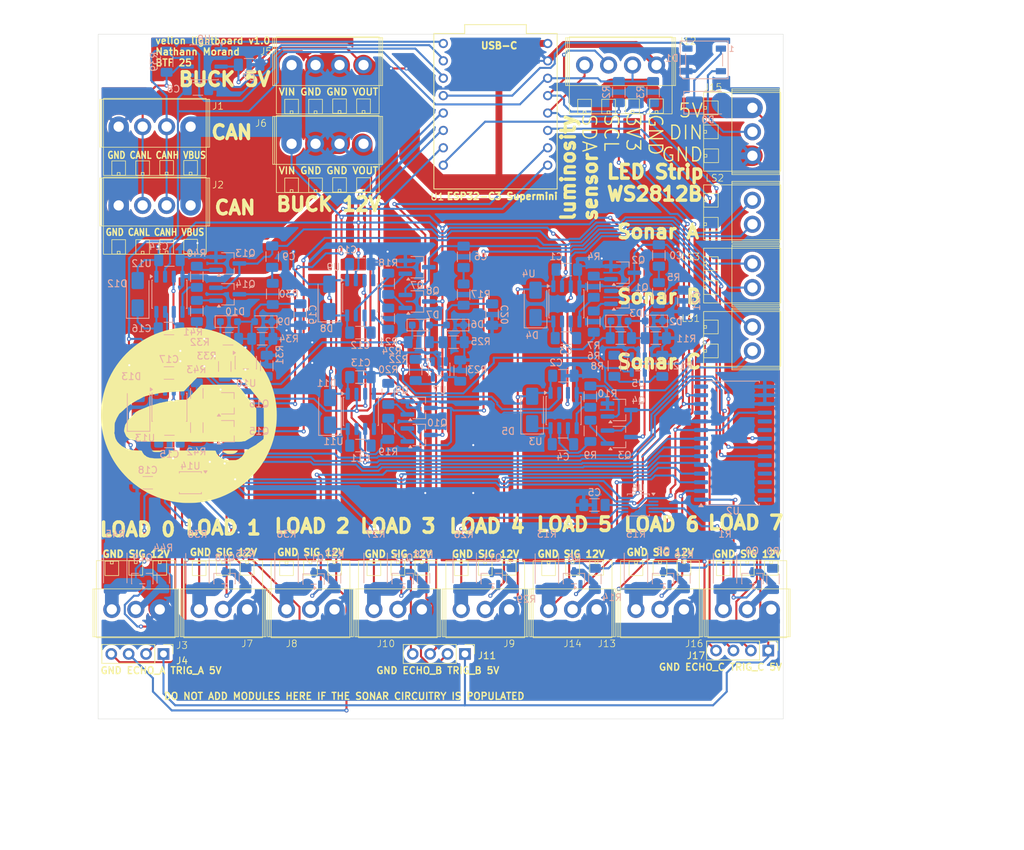
<source format=kicad_pcb>
(kicad_pcb (version 20241229) (generator "pcbnew") (generator_version "9.0")
  (layers (0 "F.Cu" signal) (2 "B.Cu" signal) (13 "F.Paste" user) (15 "B.Paste" user) (5 "F.SilkS" user "F.Silkscreen") (7 "B.SilkS" user "B.Silkscreen") (1 "F.Mask" user) (3 "B.Mask" user) (25 "Edge.Cuts" user))
  (net 0 "")
  (net 1 "+3.3V")
  (net 2 "GND")
  (net 3 "+5V")
  (net 4 "Net-(C0-Pad1)")
  (net 5 "Net-(D4-K)")
  (net 6 "+12V")
  (net 7 "Net-(U4-SH)")
  (net 8 "Net-(D5-K)")
  (net 9 "Net-(U3-SH)")
  (net 10 "Net-(D11-K)")
  (net 11 "Net-(U9-SH)")
  (net 12 "Net-(C6-Pad1)")
  (net 13 "Net-(C9-Pad1)")
  (net 14 "Net-(U11-SH)")
  (net 15 "Net-(U13-SH)")
  (net 16 "Net-(D8-K)")
  (net 17 "SIG_A")
  (net 18 "Net-(D13-K)")
  (net 19 "Net-(U12-SH)")
  (net 20 "SIG_B")
  (net 21 "Net-(D12-K)")
  (net 22 "SIG_C")
  (net 23 "Net-(D10-A)")
  (net 24 "Net-(D1-DOUT)")
  (net 25 "RGBLED_DIN")
  (net 26 "Net-(D2-A)")
  (net 27 "Net-(D0-K)")
  (net 28 "Net-(D6-A)")
  (net 29 "VBUS")
  (net 30 "CANH")
  (net 31 "CANL")
  (net 32 "Net-(J3-Pin_2)")
  (net 33 "SENSE_6")
  (net 34 "Net-(J10-Pin_2)")
  (net 35 "SENSE_5")
  (net 36 "Net-(J13-Pin_2)")
  (net 37 "SENSE_4")
  (net 38 "SENSE_3")
  (net 39 "Net-(J7-Pin_2)")
  (net 40 "SENSE_2")
  (net 41 "Net-(J8-Pin_2)")
  (net 42 "SENSE_1")
  (net 43 "Net-(J9-Pin_2)")
  (net 44 "SENSE_0")
  (net 45 "Net-(J14-Pin_2)")
  (net 46 "SENSE_7")
  (net 47 "Net-(J16-Pin_2)")
  (net 48 "SDA")
  (net 49 "SCL")
  (net 50 "TRIG_C")
  (net 51 "ECHO_C")
  (net 52 "TRIG_B")
  (net 53 "ECHO_B")
  (net 54 "PIEZO_PWM_HALF_Y")
  (net 55 "ECHO_A")
  (net 56 "Net-(LS1-Pad2)")
  (net 57 "Net-(LS2-Pad2)")
  (net 58 "Net-(LS3-Pad2)")
  (net 59 "MOSFET_GATE_5")
  (net 60 "MOSFET_GATE_4")
  (net 61 "MOSFET_GATE_3")
  (net 62 "MOSFET_GATE_2")
  (net 63 "MOSFET_GATE_1")
  (net 64 "MOSFET_GATE_0")
  (net 65 "MOSFET_GATE_7")
  (net 66 "MOSFET_GATE_6")
  (net 67 "Net-(Q9-PadG)")
  (net 68 "Net-(Q13-PadG)")
  (net 69 "Net-(Q14-PadG)")
  (net 70 "Net-(Q10-PadG)")
  (net 71 "Net-(Q15-PadG)")
  (net 72 "Net-(Q16-PadG)")
  (net 73 "Net-(U4-GL)")
  (net 74 "Net-(U4-GH)")
  (net 75 "Net-(U5--)")
  (net 76 "Net-(Q1-PadG)")
  (net 77 "Net-(U3-GH)")
  (net 78 "Net-(Q2-PadG)")
  (net 79 "Net-(U9-GL)")
  (net 80 "Net-(Q3-PadG)")
  (net 81 "Net-(U9-GH)")
  (net 82 "Net-(Q4-PadG)")
  (net 83 "Net-(U3-GL)")
  (net 84 "Net-(U11-GH)")
  (net 85 "Net-(U11-GL)")
  (net 86 "Net-(U7--)")
  (net 87 "Net-(Q7-PadG)")
  (net 88 "Net-(Q8-PadG)")
  (net 89 "Net-(U10--)")
  (net 90 "Net-(U12-GL)")
  (net 91 "Net-(U12-GH)")
  (net 92 "Net-(U13-GL)")
  (net 93 "Net-(U13-GH)")
  (net 94 "CAN_TX")
  (net 95 "CAN_S")
  (net 96 "CAN_RX")
  (net 99 "PIEZO_PWM_HALF_X")
  (net 100 "EN_PIEZO_A")
  (net 101 "EN_PIEZO_B")
  (net 102 "EN_PIEZO_C")
  (footprint "velion_mainboard:15EDG-2P" (layer "F.Cu") (at 145.5 74.25 -90)
    (property "Reference" "LS2")
    (property "Value" "Speaker_Ultrasound" (hide yes))
  )
  (footprint "Connector_PinHeader_2.54mm:PinHeader_1x04_P2.54mm_Vertical" (layer "F.Cu") (at 147.81 140 -90)
    (property "Reference" "J17")
    (property "Value" "Conn_01x04")
  )
  (footprint "MountingHole:MountingHole_3.2mm_M3" (layer "F.Cu") (at 54 146)
    (property "Reference" "TR2" (hide yes))
    (property "Value" "MountingHole_3.2mm_M3" (hide yes))
  )
  (footprint "velion_mainboard:15EDG-3P" (layer "F.Cu") (at 84.5 134 180)
    (property "Reference" "J8")
    (property "Value" "Conn_01x03" (hide yes))
  )
  (footprint "velion_mainboard:15EDG-3P" (layer "F.Cu") (at 71.75 134 180)
    (property "Reference" "J7")
    (property "Value" "Conn_01x03" (hide yes))
  )
  (footprint "velion_mainboard:15EDG-3P" (layer "F.Cu") (at 110 134 180)
    (property "Reference" "J9")
    (property "Value" "Conn_01x03" (hide yes))
  )
  (footprint "Connector_PinHeader_2.54mm:PinHeader_1x04_P2.54mm_Vertical" (layer "F.Cu") (at 103.54 140.5 -90)
    (property "Reference" "J11")
    (property "Value" "Conn_01x04")
  )
  (footprint "velion_mainboard:15EDG-3P" (layer "F.Cu") (at 145.5 60.75 -90)
    (property "Reference" "J15")
    (property "Value" "Conn_01x03")
  )
  (footprint "velion_mainboard:15EDG-4P" (layer "F.Cu") (at 78.2375 66)
    (property "Reference" "J6")
    (property "Value" "Conn_01x04")
  )
  (footprint "velion_mainboard:15EDG-4P" (layer "F.Cu") (at 121 54.5)
    (property "Reference" "J12")
    (property "Value" "Conn_01x04")
  )
  (footprint "velion_mainboard:silhouette" (layer "F.Cu") (at 63.25 111)
    (property "Reference" "G***" (hide yes))
    (property "Value" "LOGO" (hide yes))
  )
  (footprint "velion_mainboard:MODULE_ESP32-C3_SUPERMINI_TH" (layer "F.Cu") (at 108 61.25)
    (property "Reference" "U1")
    (property "Value" "ESP32-C3_SUPERMINI_TH")
  )
  (footprint "MountingHole:MountingHole_3.2mm_M3" (layer "F.Cu") (at 54 54)
    (property "Reference" "TR1" (hide yes))
    (property "Value" "MountingHole_3.2mm_M3" (hide yes))
  )
  (footprint "velion_mainboard:15EDG-3P" (layer "F.Cu") (at 122.75 134 180)
    (property "Reference" "J14")
    (property "Value" "Conn_01x03" (hide yes))
  )
  (footprint "velion_mainboard:15EDG-2P" (layer "F.Cu") (at 145.5 92.75 -90)
    (property "Reference" "LS1")
    (property "Value" "Speaker_Ultrasound" (hide yes))
  )
  (footprint "velion_mainboard:15EDG-2P" (layer "F.Cu") (at 145.5 83.5 -90)
    (property "Reference" "LS3")
    (property "Value" "Speaker_Ultrasound" (hide yes))
  )
  (footprint "velion_mainboard:15EDG-4P" (layer "F.Cu") (at 78.2375 54.5)
    (property "Reference" "J5")
    (property "Value" "Conn_01x04")
  )
  (footprint "Connector_PinHeader_2.54mm:PinHeader_1x04_P2.54mm_Vertical" (layer "F.Cu") (at 59.54 140.5 -90)
    (property "Reference" "J4")
    (property "Value" "Conn_01x04")
  )
  (footprint "velion_mainboard:15EDG-4P" (layer "F.Cu") (at 53 75)
    (property "Reference" "J2")
    (property "Value" "Conn_01x04")
  )
  (footprint "velion_mainboard:15EDG-3P" (layer "F.Cu") (at 97.25 134 180)
    (property "Reference" "J10")
    (property "Value" "Conn_01x03" (hide yes))
  )
  (footprint "MountingHole:MountingHole_3.2mm_M3" (layer "F.Cu") (at 146 146)
    (property "Reference" "TR4" (hide yes))
    (property "Value" "MountingHole_3.2mm_M3" (hide yes))
  )
  (footprint "velion_mainboard:15EDG-4P" (layer "F.Cu") (at 53 63.5)
    (property "Reference" "J1")
    (property "Value" "Conn_01x04")
  )
  (footprint "velion_mainboard:15EDG-3P" (layer "F.Cu") (at 148.25 134 180)
    (property "Reference" "J16")
    (property "Value" "Conn_01x03" (hide yes))
  )
  (footprint "MountingHole:MountingHole_3.2mm_M3" (layer "F.Cu") (at 146 54)
    (property "Reference" "TR3" (hide yes))
    (property "Value" "MountingHole_3.2mm_M3" (hide yes))
  )
  (footprint "velion_mainboard:15EDG-3P" (layer "F.Cu") (at 135.5 134 180)
    (property "Reference" "J13")
    (property "Value" "Conn_01x03" (hide yes))
  )
  (footprint "velion_mainboard:15EDG-3P" (layer "F.Cu") (at 59 134 180)
    (property "Reference" "J3")
    (property "Value" "Conn_01x03" (hide yes))
  )
  (footprint "Package_SO:VSSOP-10_3x3mm_P0.5mm" (layer "B.Cu") (at 128.85 118.75 180)
    (property "Reference" "U6")
    (property "Value" "ADS1115IDGS")
  )
  (footprint "Diode_SMD:D_SOD-323_HandSoldering" (layer "B.Cu") (at 131.095 91.875 180)
    (property "Reference" "D2")
    (property "Value" "RB551V-30-HF")
  )
  (footprint "Diode_SMD:D_SOD-323_HandSoldering" (layer "B.Cu") (at 102.095 92.475 180)
    (property "Reference" "D6")
    (property "Value" "RB551V-30-HF")
  )
  (footprint "Capacitor_SMD:C_1206_3216Metric_Pad1.33x1.80mm_HandSolder" (layer "B.Cu") (at 60.345 99.475)
    (property "Reference" "C17")
    (property "Value" "100nF")
  )
  (footprint "Package_TO_SOT_SMD:SOT-23" (layer "B.Cu") (at 56.45 129.5 90)
    (property "Reference" "Q19")
    (property "Value" "NMOS" (hide yes))
  )
  (footprint "velion_mainboard:BSS123_TSOT-23_HandSoldering" (layer "B.Cu") (at 126.555 84.825)
    (property "Reference" "Q2")
    (property "Value" "BSS123-7-F")
  )
  (footprint "Package_TO_SOT_SMD:SOT-23-5" (layer "B.Cu") (at 99.795 98.9375 -90)
    (property "Reference" "U7")
    (property "Value" "MCP6L01x-xOT")
  )
  (footprint "Capacitor_SMD:C_1206_3216Metric_Pad1.33x1.80mm_HandSolder" (layer "B.Cu") (at 122.4375 118.75 180)
    (property "Reference" "C5")
    (property "Value" "100nF")
  )
  (footprint "Diode_SMD:D_SOD-323_HandSoldering" (layer "B.Cu") (at 74.095 91.975 180)
    (property "Reference" "D9")
    (property "Value" "RB551V-30-HF" (hide yes))
  )
  (footprint "Diode_SMD:D_SMA" (layer "B.Cu") (at 55.7725 87.975 90)
    (property "Reference" "D12")
    (property "Value" "D")
  )
  (footprint "Resistor_SMD:R_1206_3216Metric_Pad1.30x1.75mm_HandSolder" (layer "B.Cu") (at 102.845 99.125 -90)
    (property "Reference" "R23")
    (property "Value" "1K")
  )
  (footprint "Resistor_SMD:R_1206_3216Metric_Pad1.30x1.75mm_HandSolder" (layer "B.Cu") (at 74.6075 98.4225 -90)
    (property "Reference" "R31")
    (property "Value" "1K")
  )
  (footprint "velion_mainboard:BSS123_TSOT-23_HandSoldering" (layer "B.Cu") (at 68.9075 83.475)
    (property "Reference" "Q13")
    (property "Value" "BSS123-7-F" (hide yes))
  )
  (footprint "Package_SO:VSSOP-10_3x3mm_P0.5mm" (layer "B.Cu") (at 63.4625 115.5 180)
    (property "Reference" "U14")
    (property "Value" "ADS1115IDGS")
  )
  (footprint "Resistor_SMD:R_1206_3216Metric_Pad1.30x1.75mm_HandSolder" (layer "B.Cu") (at 103.345 88.025 90)
    (property "Reference" "R17")
    (property "Value" "1K")
  )
  (footprint "Capacitor_SMD:C_1206_3216Metric_Pad1.33x1.80mm_HandSolder" (layer "B.Cu") (at 60.345 92.975)
    (property "Reference" "C16")
    (property "Value" "100nF")
  )
  (footprint "Package_SO:SO-8_3.9x4.9mm_P1.27mm" (layer "B.Cu") (at 60.4075 87.975 -90)
    (property "Reference" "U12")
    (property "Value" "LM2104DR" (hide yes))
  )
  (footprint "Package_SO:SO-8_3.9x4.9mm_P1.27mm" (layer "B.Cu") (at 60.4075 104.475 -90)
    (property "Reference" "U13")
    (property "Value" "LM2104DR")
  )
  (footprint "Capacitor_SMD:C_1206_3216Metric_Pad1.33x1.80mm_HandSolder" (layer "B.Cu") (at 88.2825 110.075)
    (property "Reference" "C11")
    (property "Value" "100nF")
  )
  (footprint "Package_SO:SO-8_3.9x4.9mm_P1.27mm" (layer "B.Cu") (at 88.345 105.075 -90)
    (property "Reference" "U11")
    (property "Value" "LM2104DR")
  )
  (footprint "Resistor_SMD:R_1206_3216Metric_Pad1.30x1.75mm_HandSolder" (layer "B.Cu") (at 132.345 98.425 -90)
    (property "Reference" "R12")
    (property "Value" "1K")
  )
  (footprint "Resistor_SMD:R_1206_3216Metric_Pad1.30x1.75mm_HandSolder" (layer "B.Cu") (at 96.795 94.975 180)
    (property "Reference" "R24")
    (property "Value" "100K")
  )
  (footprint "Package_TO_SOT_SMD:SOT-23" (layer "B.Cu") (at 81.45 129.5625 90)
    (property "Reference" "Q17")
    (property "Value" "NMOS" (hide yes))
  )
  (footprint "Resistor_SMD:R_1206_3216Metric_Pad1.30x1.75mm_HandSolder" (layer "B.Cu") (at 148.5 129.55 -90)
    (property "Reference" "R0")
    (property "Value" "10K")
  )
  (footprint "Resistor_SMD:R_1206_3216Metric_Pad1.30x1.75mm_HandSolder" (layer "B.Cu") (at 121.845 102.925 90)
    (property "Reference" "R10")
    (property "Value" "470R")
  )
  (footprint "Capacitor_SMD:C_1206_3216Metric_Pad1.33x1.80mm_HandSolder" (layer "B.Cu") (at 135.5 88.9375 90)
    (property "Reference" "C21")
    (property "Value" "1nF")
  )
  (footprint "Resistor_SMD:R_1206_3216Metric_Pad1.30x1.75mm_HandSolder" (layer "B.Cu") (at 96.345 99.025 90)
    (property "Reference" "R22")
    (property "Value" "39K")
  )
  (footprint "Resistor_SMD:R_1206_3216Metric_Pad1.30x1.75mm_HandSolder" (layer "B.Cu") (at 59.5 129.45 -90)
    (property "Reference" "R44")
    (property "Value" "10K")
  )
  (footprint "velion_mainboard:BSS123_TSOT-23_HandSoldering" (layer "B.Cu") (at 126.055 108.825)
    (property "Reference" "Q3")
    (property "Value" "BSS123-7-F")
  )
  (footprint "Package_TO_SOT_SMD:SOT-23" (layer "B.Cu") (at 107.45 129.5 90)
    (property "Reference" "Q11")
    (property "Value" "NMOS" (hide yes))
  )
  (footprint "Resistor_SMD:R_1206_3216Metric_Pad1.30x1.75mm_HandSolder" (layer "B.Cu") (at 64.4075 85.425 90)
    (property "Reference" "R40")
    (property "Value" "470R")
  )
  (footprint "Resistor_SMD:R_2512_6332Metric_Pad1.40x3.35mm_HandSolder" (layer "B.Cu") (at 115.5 128.05 90)
    (property "Reference" "R13")
    (property "Value" "0.001 R")
  )
  (footprint "Resistor_SMD:R_1206_3216Metric_Pad1.30x1.75mm_HandSolder" (layer "B.Cu") (at 68.4825 98.525 90)
    (property "Reference" "R33")
    (property "Value" "39K")
  )
  (footprint "velion_mainboard:BSS123_TSOT-23_HandSoldering" (layer "B.Cu") (at 68.9075 103.9)
    (property "Reference" "Q16")
    (property "Value" "BSS123-7-F")
  )
  (footprint "Capacitor_SMD:C_1206_3216Metric_Pad1.33x1.80mm_HandSolder" (layer "B.Cu") (at 79.5 90.9375 90)
    (property "Reference" "C19")
    (property "Value" "1nF")
  )
  (footprint "Package_SO:SO-8_3.9x4.9mm_P1.27mm" (layer "B.Cu") (at 117.94 104.95 -90)
    (property "Reference" "U3")
    (property "Value" "LM2104DR")
  )
  (footprint "Capacitor_SMD:C_1206_3216Metric_Pad1.33x1.80mm_HandSolder" (layer "B.Cu") (at 131.845 82.3125 90)
    (property "Reference" "C0")
    (property "Value" "100nF")
  )
  (footprint "Resistor_SMD:R_1206_3216Metric_Pad1.30x1.75mm_HandSolder" (layer "B.Cu") (at 122.5 129.55 -90)
    (property "Reference" "R14")
    (property "Value" "10K")
  )
  (footprint "Capacitor_SMD:C_1206_3216Metric_Pad1.33x1.80mm_HandSolder" (layer "B.Cu") (at 88.2825 100.075)
    (property "Reference" "C13")
    (property "Value" "100nF")
  )
  (footprint "Resistor_SMD:R_2512_6332Metric_Pad1.40x3.35mm_HandSolder" (layer "B.Cu") (at 64.5 128 90)
    (property "Reference" "R38")
    (property "Value" "0.001 R")
  )
  (footprint "Package_SO:SOIC-8_3.9x4.9mm_P1.27mm" (layer "B.Cu") (at 65.475 54.095 180)
    (property "Reference" "U8")
    (property "Value" "TJA1051T-3")
  )
  (footprint "Resistor_SMD:R_1206_3216Metric_Pad1.30x1.75mm_HandSolder" (layer "B.Cu") (at 101.895 94.975 180)
    (property "Reference" "R25")
    (property "Value" "100K")
  )
  (footprint "Resistor_SMD:R_1206_3216Metric_Pad1.30x1.75mm_HandSolder" (layer "B.Cu") (at 92.345 86.45 -90)
    (property "Reference" "R18")
    (property "Value" "470R")
  )
  (footprint "Resistor_SMD:R_1206_3216Metric_Pad1.30x1.75mm_HandSolder" (layer "B.Cu") (at 125.345 98.425 90)
    (property "Reference" "R8")
    (property "Value" "39K")
  )
  (footprint "velion_mainboard:BSS123_TSOT-23_HandSoldering" (layer "B.Cu") (at 126.055 104.875)
    (property "Reference" "Q4")
    (property "Value" "BSS123-7-F")
  )
  (footprint "Diode_SMD:D_SOD-323_HandSoldering" (layer "B.Cu") (at 97.095 92.475)
    (property "Reference" "D7")
    (property "Value" "RB551V-30-HF" (hide yes))
  )
  (footprint "velion_mainboard:BSS123_TSOT-23_HandSoldering" (layer "B.Cu") (at 96.845 104.575)
    (property "Reference" "Q9")
    (property "Value" "BSS123-7-F")
  )
  (footprint "Capacitor_SMD:C_1206_3216Metric_Pad1.33x1.80mm_HandSolder" (layer "B.Cu") (at 118.4075 84.375)
    (property "Reference" "C1")
    (property "Value" "100nF")
  )
  (footprint "Resistor_SMD:R_1206_3216Metric_Pad1.30x1.75mm_HandSolder" (layer "B.Cu") (at 110.5 129.45 -90)
    (property "Reference" "R29")
    (property "Value" "10K")
  )
  (footprint "Capacitor_SMD:C_1206_3216Metric_Pad1.33x1.80mm_HandSolder" (layer "B.Cu") (at 60.4075 82.975)
    (property "Reference" "C14")
    (property "Value" "100nF")
  )
  (footprint "velion_mainboard:BSS123_TSOT-23_HandSoldering" (layer "B.Cu") (at 96.845 108.525)
    (property "Reference" "Q10")
    (property "Value" "BSS123-7-F")
  )
  (footprint "Resistor_SMD:R_1206_3216Metric_Pad1.30x1.75mm_HandSolder" (layer "B.Cu") (at 64.4075 102.45 90)
    (property "Reference" "R43")
    (property "Value" "470R")
  )
  (footprint "Diode_SMD:D_SMA" (layer "B.Cu") (at 113.845 89.375 90)
    (property "Reference" "D4")
    (property "Value" "D")
  )
  (footprint "Capacitor_SMD:C_1206_3216Metric_Pad1.33x1.80mm_HandSolder" (layer "B.Cu") (at 118.2825 94.375)
    (property "Reference" "C3")
    (property "Value" "100nF")
  )
  (footprint "Package_TO_SOT_SMD:SOT-23" (layer "B.Cu") (at 145.5 129.5 90)
    (property "Reference" "Q0")
    (property "Value" "NMOS" (hide yes))
  )
  (footprint "Resistor_SMD:R_1206_3216Metric_Pad1.30x1.75mm_HandSolder" (layer "B.Cu") (at 68.9575 94.475 180)
    (property "Reference" "R32")
    (property "Value" "100K")
  )
  (footprint "Resistor_SMD:R_1206_3216Metric_Pad1.30x1.75mm_HandSolder" (layer "B.Cu") (at 75.4825 87.925 90)
    (property "Reference" "R30")
    (property "Value" "1K")
  )
  (footprint "Capacitor_SMD:C_1206_3216Metric_Pad1.33x1.80mm_HandSolder" (layer "B.Cu") (at 88.25 83.575)
    (property "Reference" "C10")
    (property "Value" "100nF")
  )
  (footprint "Resistor_SMD:R_2512_6332Metric_Pad1.40x3.35mm_HandSolder" (layer "B.Cu") (at 52.5 127.95 90)
    (property "Reference" "R45")
    (property "Value" "0.001 R")
  )
  (footprint "Capacitor_SMD:C_1206_3216Metric_Pad1.33x1.80mm_HandSolder" (layer "B.Cu") (at 57.25 115.5 180)
    (property "Reference" "C18")
    (property "Value" "100nF")
  )
  (footprint "Resistor_SMD:R_2512_6332Metric_Pad1.40x3.35mm_HandSolder" (layer "B.Cu") (at 103.5 127.95 90)
    (property "Reference" "R26")
    (property "Value" "0.001 R")
  )
  (footprint "Package_SO:SO-8_3.9x4.9mm_P1.27mm" (layer "B.Cu") (at 118.345 89.375 -90)
    (property "Reference" "U4")
    (property "Value" "LM2104DR")
  )
  (footprint "Package_TO_SOT_SMD:SOT-23" (layer "B.Cu") (at 94.45 129.5 90)
    (property "Reference" "Q12")
    (property "Value" "NMOS" (hide yes))
  )
  (footprint "Diode_SMD:D_SMA" (layer "B.Cu") (at 83.75 88.5 90)
    (property "Reference" "D8")
    (property "Value" "D")
  )
  (footprint "Package_SO:SO-8_3.9x4.9mm_P1.27mm" (layer "B.Cu") (at 88.25 88.5 -90)
    (property "Reference" "U9")
    (property "Value" "LM2104DR")
  )
  (footprint "Resistor_SMD:R_1206_3216Metric_Pad1.30x1.75mm_HandSolder" (layer "B.Cu") (at 92.345 107.625 90)
    (property "Reference" "R19")
    (property "Value" "470R")
  )
  (footprint "Resistor_SMD:R_1206_3216Metric_Pad1.30x1.75mm_HandSolder" (layer "B.Cu") (at 122.345 91.975 90)
    (property "Reference" "R7")
    (property "Value" "470R")
  )
  (footprint "Package_TO_SOT_SMD:SOT-23" (layer "B.Cu") (at 68.45 129.5 90)
    (property "Reference" "Q18")
    (property "Value" "NMOS" (hide yes))
  )
  (footprint "velion_mainboard:BSS123_TSOT-23_HandSoldering" (layer "B.Cu") (at 68.9075 87.975)
    (property "Reference" "Q14")
    (property "Value" "BSS123-7-F")
  )
  (footprint "Capacitor_SMD:C_1206_3216Metric_Pad1.33x1.80mm_HandSolder" (layer "B.Cu") (at 72.0375 54.46)
    (property "Reference" "C7")
    (property "Value" "100nF")
  )
  (footprint "Package_TO_SOT_SMD:SOT-23-5" (layer "B.Cu") (at 71.5575 97.9725 -90)
    (property "Reference" "U10")
    (property "Value" "MCP6L01x-xOT")
  )
  (footprint "Resistor_SMD:R_2512_6332Metric_Pad1.40x3.35mm_HandSolder" (layer "B.Cu") (at 128.5 127.95 90)
    (property "Reference" "R15")
    (property "Value" "0.001 R")
  )
  (footprint "Resistor_SMD:R_1206_3216Metric_Pad1.30x1.75mm_HandSolder" (layer "B.Cu") (at 131.845 87.825 90)
    (property "Reference" "R5")
    (property "Value" "1K")
  )
  (footprint "Resistor_SMD:R_1206_3216Metric_Pad1.30x1.75mm_HandSolder" (layer "B.Cu") (at 92.345 91.55 90)
    (property "Reference" "R21")
    (property "Value" "470R")
  )
  (footprint "velion_mainboard:BSS123_TSOT-23_HandSoldering" (layer "B.Cu") (at 96.555 84.025)
    (property "Reference" "Q7")
    (property "Value" "BSS123-7-F")
  )
  (footprint "Capacitor_SMD:C_1206_3216Metric_Pad1.33x1.80mm_HandSolder" (layer "B.Cu") (at 107.5 90.9375 90)
    (property "Reference" "C20")
    (property "Value" "1nF")
  )
  (footprint "Package_SO:SOIC-28W_7.5x17.9mm_P1.27mm" (layer "B.Cu") (at 142.65 109.715)
    (property "Reference" "U2")
    (property "Value" "MCP23017_SO")
  )
  (footprint "Resistor_SMD:R_2512_6332Metric_Pad1.40x3.35mm_HandSolder" (layer "B.Cu") (at 77.5 127.95 90)
    (property "Reference" "R36")
    (property "Value" "0.001 R")
  )
  (footprint "Diode_SMD:D_SMA" (layer "B.Cu") (at 83.845 105.075 90)
    (property "Reference" "D11")
    (property "Value" "D")
  )
  (footprint "Diode_SMD:D_SMA" (layer "B.Cu") (at 55.9075 104.475 90)
    (property "Reference" "D13")
    (property "Value" "D")
  )
  (footprint "Resistor_SMD:R_1206_3216Metric_Pad1.30x1.75mm_HandSolder" (layer "B.Cu") (at 126 58.45 -90)
    (property "Reference" "R2")
    (property "Value" "4k7")
  )
  (footprint "Resistor_SMD:R_1206_3216Metric_Pad1.30x1.75mm_HandSolder" (layer "B.Cu") (at 126.295 94.375 180)
    (property "Reference" "R6")
    (property "Value" "100K")
  )
  (footprint "Package_TO_SOT_SMD:SOT-23" (layer "B.Cu") (at 119.45 129.5 90)
    (property "Reference" "Q6")
    (property "Value" "NMOS" (hide yes))
  )
  (footprint "Capacitor_SMD:C_1206_3216Metric_Pad1.33x1.80mm_HandSolder" (layer "B.Cu") (at 117.9075 99.875)
    (property "Reference" "C2")
    (property "Value" "100nF")
  )
  (footprint "Capacitor_SMD:C_1206_3216Metric_Pad1.33x1.80mm_HandSolder" (layer "B.Cu") (at 64.5625 58)
    (property "Reference" "C8")
    (property "Value" "100nF")
  )
  (footprint "Capacitor_SMD:C_1206_3216Metric_Pad1.33x1.80mm_HandSolder" (layer "B.Cu") (at 117.845 109.875)
    (property "Reference" "C4")
    (property "Value" "100nF")
  )
  (footprint "Capacitor_SMD:C_1206_3216Metric_Pad1.33x1.80mm_HandSolder" (layer "B.Cu") (at 88.2825 93.575)
    (property "Reference" "C12")
    (property "Value" "100nF")
  )
  (footprint "Diode_SMD:D_SOD-323_HandSoldering" (layer "B.Cu") (at 69.095 91.975)
    (property "Reference" "D10")
    (property "Value" "RB551V-30-HF")
  )
  (footprint "Resistor_SMD:R_1206_3216Metric_Pad1.30x1.75mm_HandSolder" (layer "B.Cu") (at 122.345 86.875 90)
    (property "Reference" "R4")
    (property "Value" "470R")
  )
  (footprint "Resistor_SMD:R_1206_3216Metric_Pad1.30x1.75mm_HandSolder" (layer "B.Cu") (at 131.395 94.375 180)
    (property "Reference" "R11")
    (property "Value" "100K")
  )
  (footprint "Capacitor_SMD:C_1206_3216Metric_Pad1.33x1.80mm_HandSolder" (layer "B.Cu") (at 75.4075 82.475 90)
    (property "Reference" "C9")
    (property "Value" "100nF")
  )
  (footprint "Diode_SMD:D_SMA" (layer "B.Cu") (at 139 60)
    (property "Reference" "D0")
    (property "Value" "US1M")
  )
  (footprint "Diode_SMD:D_SMA" (layer "B.Cu") (at 113.345 104.875 90)
    (property "Reference" "D5")
    (property "Value" "D")
  )
  (footprint "Resistor_SMD:R_1206_3216Metric_Pad1.30x1.75mm_HandSolder" (layer "B.Cu") (at 84.5 129.45 -90)
    (property "Reference" "R37")
    (property "Value" "10K")
  )
  (footprint "Package_TO_SOT_SMD:SOT-23" (layer "B.Cu") (at 132.45 129.5 90)
    (property "Reference" "Q5")
    (property "Value" "NMOS" (hide yes))
  )
  (footprint "Diode_SMD:D_SOD-323_HandSoldering" (layer "B.Cu") (at 126.095 91.875)
    (property "Reference" "D3")
    (property "Value" "RB551V-30-HF")
  )
  (footprint "Resistor_SMD:R_1206_3216Metric_Pad1.30x1.75mm_HandSolder" (layer "B.Cu") (at 92.345 102.525 -90)
    (property "Reference" "R20")
    (property "Value" "470R")
  )
  (footprint "Capacitor_SMD:C_1206_3216Metric_Pad1.33x1.80mm_HandSolder" (layer "B.Cu") (at 103.345 82.5125 90)
    (property "Reference" "C6")
    (property "Value" "100nF")
  )
  (footprint "Package_TO_SOT_SMD:SOT-23-5" (layer "B.Cu") (at 128.845 98.2375 -90)
    (property "Reference" "U5")
    (property "Value" "MCP6L01x-xOT")
  )
  (footprint "Resistor_SMD:R_2512_6332Metric_Pad1.40x3.35mm_HandSolder" (layer "B.Cu") (at 141.5 128 90)
    (property "Reference" "R1")
    (property "Value" "0.001 R")
  )
  (footprint "Resistor_SMD:R_1206_3216Metric_Pad1.30x1.75mm_HandSolder" (layer "B.Cu") (at 131 58.45 -90)
    (property "Reference" "R3")
    (property "Value" "4k7")
  )
  (footprint "velion_mainboard:BSS123_TSOT-23_HandSoldering" (layer "B.Cu") (at 126.555 88.425)
    (property "Reference" "Q1")
    (property "Value" "BSS123-7-F")
  )
  (footprint "Resistor_SMD:R_1206_3216Metric_Pad1.30x1.75mm_HandSolder" (layer "B.Cu") (at 121.845 107.925 90)
    (property "Reference" "R9")
    (property "Value" "470R")
  )
  (footprint "LED_SMD:LED_WS2812B_PLCC4_5.0x5.0mm_P3.2mm" (layer "B.Cu") (at 138.45 53.75 180)
    (property "Reference" "D1")
    (property "Value" "WS2812B")
  )
  (footprint "Resistor_SMD:R_1206_3216Metric_Pad1.30x1.75mm_HandSolder" (layer "B.Cu") (at 64.4075 107.45 -90)
    (property "Reference" "R42")
    (property "Value" "470R")
  )
  (footprint "velion_mainboard:BSS123_TSOT-23_HandSoldering" (layer "B.Cu") (at 68.9075 107.975)
    (property "Reference" "Q15")
    (property "Value" "BSS123-7-F")
  )
  (footprint "Resistor_SMD:R_1206_3216Metric_Pad1.30x1.75mm_HandSolder" (layer "B.Cu") (at 71.5 129.45 -90)
    (property "Reference" "R35")
    (property "Value" "10K")
  )
  (footprint "Resistor_SMD:R_1206_3216Metric_Pad1.30x1.75mm_HandSolder" (layer "B.Cu") (at 64.4075 90.425 90)
    (property "Reference" "R41")
    (property "Value" "470R")
  )
  (footprint "Resistor_SMD:R_1206_3216Metric_Pad1.30x1.75mm_HandSolder" (layer "B.Cu") (at 97.5 129.45 -90)
    (property "Reference" "R28")
    (property "Value" "10K" (hide yes))
  )
  (footprint "Resistor_SMD:R_1206_3216Metric_Pad1.30x1.75mm_HandSolder" (layer "B.Cu") (at 60 54.01 -90)
    (property "Reference" "R39")
    (property "Value" "120 R")
  )
  (footprint "Resistor_SMD:R_1206_3216Metric_Pad1.30x1.75mm_HandSolder" (layer "B.Cu") (at 135.5 129.45 -90)
    (property "Reference" "R16")
    (property "Value" "10K")
  )
  (footprint "Resistor_SMD:R_1206_3216Metric_Pad1.30x1.75mm_HandSolder" (layer "B.Cu") (at 73.9575 94.475 180)
    (property "Reference" "R34")
    (property "Value" "100K")
  )
  (footprint "Resistor_SMD:R_2512_6332Metric_Pad1.40x3.35mm_HandSolder" (layer "B.Cu") (at 90.5 127.95 90)
    (property "Reference" "R27")
    (property "Value" "0.001 R")
  )
  (footprint "Capacitor_SMD:C_1206_3216Metric_Pad1.33x1.80mm_HandSolder" (layer "B.Cu") (at 60.4075 109.475)
    (property "Reference" "C15")
    (property "Value" "100nF")
  )
  (footprint "velion_mainboard:BSS123_TSOT-23_HandSoldering" (layer "B.Cu") (at 96.555 89.025)
    (property "Reference" "Q8")
    (property "Value" "BSS123-7-F")
  )
  (gr_rect (start 50 50) (end 150 150) (stroke (width 0.05)) (fill no) (layer "Edge.Cuts"))
  (gr_text "GND SIG 12V" (at 76 126.25 0) (layer "F.SilkS") (effects (font (size 1 1) (thickness 0.25) (bold yes)) (justify left bottom)))
  (gr_text "Sonar B" (at 125.5 89.5 0) (layer "F.SilkS") (effects (font (size 2 2) (thickness 0.5) (bold yes)) (justify left bottom)))
  (gr_text "GND ECHO_B TRIG_B 5V" (at 90.5 143.5 0) (layer "F.SilkS") (effects (font (size 1 1) (thickness 0.2) (bold yes)) (justify left bottom)))
  (gr_text "GND SIG 12V" (at 139.75 126.5 0) (layer "F.SilkS") (effects (font (size 1 1) (thickness 0.25) (bold yes)) (justify left bottom)))
  (gr_text "VIN GND GND VOUT" (at 76.25 59 0) (layer "F.SilkS") (effects (font (size 1 1) (thickness 0.2) (bold yes)) (justify left bottom)))
  (gr_text "LOAD 2" (at 75.5 123 0) (layer "F.SilkS") (effects (font (size 2 2) (thickness 0.5) (bold yes)) (justify left bottom)))
  (gr_text "USB-C" (at 105.75 52.25 0) (layer "F.SilkS") (effects (font (size 1 1) (thickness 0.25) (bold yes)) (justify left bottom)))
  (gr_text "GND ECHO_A TRIG_A 5V" (at 50.25 143.5 0) (layer "F.SilkS") (effects (font (size 1 1) (thickness 0.2) (bold yes)) (justify left bottom)))
  (gr_text "GND SIG 12V" (at 127 126.25 0) (layer "F.SilkS") (effects (font (size 1 1) (thickness 0.25) (bold yes)) (justify left bottom)))
  (gr_text "LOAD 4" (at 101 123 0) (layer "F.SilkS") (effects (font (size 2 2) (thickness 0.5) (bold yes)) (justify left bottom)))
  (gr_text "LOAD 0" (at 50 123.5 0) (layer "F.SilkS") (effects (font (size 2 2) (thickness 0.5) (bold yes)) (justify left bottom)))
  (gr_text "Sonar A" (at 125.5 80 0) (layer "F.SilkS") (effects (font (size 2 2) (thickness 0.5) (bold yes)) (justify left bottom)))
  (gr_text "GND CANL CANH VBUS" (at 51.25 68.25 0) (layer "F.SilkS") (effects (font (size 1 0.85) (thickness 0.2) (bold yes)) (justify left bottom)))
  (gr_text "LOAD 7" (at 138.75 122.5 0) (layer "F.SilkS") (effects (font (size 2 2) (thickness 0.5) (bold yes)) (justify left bottom)))
  (gr_text "VIN GND GND VOUT" (at 76.25 70.5 0) (layer "F.SilkS") (effects (font (size 1 1) (thickness 0.2) (bold yes)) (justify left bottom)))
  (gr_text "GND SIG 12V" (at 88.75 126.5 0) (layer "F.SilkS") (effects (font (size 1 1) (thickness 0.25) (bold yes)) (justify left bottom)))
  (gr_text "GND\n3V3\nSCL\nSDA" (at 120.5 61.5 270) (layer "F.SilkS") (effects (font (size 2 2) (thickness 0.2) (bold yes)) (justify left bottom)))
  (gr_text "5V\nDIN\nGND" (at 138.45 68.75 0) (layer "F.SilkS") (effects (font (size 2 2) (thickness 0.2) (bold yes)) (justify right bottom)))
  (gr_text "GND ECHO_C TRIG_C 5V" (at 131.75 143 0) (layer "F.SilkS") (effects (font (size 1 1) (thickness 0.2) (bold yes)) (justify left bottom)))
  (gr_text "BUCK 5V" (at 61.5 57.75 0) (layer "F.SilkS") (effects (font (size 2 2) (thickness 0.5) (bold yes)) (justify left bottom)))
  (gr_text "CAN" (at 66.75 76.5 0) (layer "F.SilkS") (effects (font (size 2 2) (thickness 0.5) (bold yes)) (justify left bottom)))
  (gr_text "ESP32-C3 Supermini" (at 100.75 74.25 0) (layer "F.SilkS") (effects (font (size 1 1) (thickness 0.25) (bold yes)) (justify left bottom)))
  (gr_text "velion lightboard v1.0\nNathann Morand \nBTF 25" (at 58.25 54.75 0) (layer "F.SilkS") (effects (font (size 1 1) (thickness 0.2) (bold yes)) (justify left bottom)))
  (gr_text "GND SIG 12V" (at 50.5 126.5 0) (layer "F.SilkS") (effects (font (size 1 1) (thickness 0.25) (bold yes)) (justify left bottom)))
  (gr_text "GND SIG 12V" (at 114 126.5 0) (layer "F.SilkS") (effects (font (size 1 1) (thickness 0.25) (bold yes)) (justify left bottom)))
  (gr_text "luminosity \nsensor" (at 123 77.5 90) (layer "F.SilkS") (effects (font (size 2 2) (thickness 0.5) (bold yes)) (justify left bottom)))
  (gr_text "LOAD 3" (at 88 123 0) (layer "F.SilkS") (effects (font (size 2 2) (thickness 0.5) (bold yes)) (justify left bottom)))
  (gr_text "LOAD 5" (at 113.75 122.75 0) (layer "F.SilkS") (effects (font (size 2 2) (thickness 0.5) (bold yes)) (justify left bottom)))
  (gr_text "GND CANL CANH VBUS" (at 51 79.5 0) (layer "F.SilkS") (effects (font (size 1 0.85) (thickness 0.2) (bold yes)) (justify left bottom)))
  (gr_text "CAN" (at 66.275 65.5 0) (layer "F.SilkS") (effects (font (size 2 2) (thickness 0.5) (bold yes)) (justify left bottom)))
  (gr_text "GND SIG 12V" (at 63.25 126.25 0) (layer "F.SilkS") (effects (font (size 1 1) (thickness 0.25) (bold yes)) (justify left bottom)))
  (gr_text "GND SIG 12V" (at 101.5 126.5 0) (layer "F.SilkS") (effects (font (size 1 1) (thickness 0.25) (bold yes)) (justify left bottom)))
  (gr_text "BUCK 12V" (at 75.75 76 0) (layer "F.SilkS") (effects (font (size 2 2) (thickness 0.5) (bold yes)) (justify left bottom)))
  (gr_text "Sonar C" (at 125.5 99 0) (layer "F.SilkS") (effects (font (size 2 2) (thickness 0.5) (bold yes)) (justify left bottom)))
  (gr_text "LED Strip\nWS2812B" (at 124 74.5 0) (layer "F.SilkS") (effects (font (size 2 2) (thickness 0.5) (bold yes)) (justify left bottom)))
  (gr_text "LOAD 6" (at 126.5 122.75 0) (layer "F.SilkS") (effects (font (size 2 2) (thickness 0.5) (bold yes)) (justify left bottom)))
  (gr_text "DO NOT ADD MODULES HERE IF THE SONAR CIRCUITRY IS POPULATED" (at 59.5 147.25 0) (layer "F.SilkS") (effects (font (size 1 1) (thickness 0.2) (bold yes)) (justify left bottom)))
  (gr_text "LOAD 1" (at 62.5 123.25 0) (layer "F.SilkS") (effects (font (size 2 2) (thickness 0.5) (bold yes)) (justify left bottom)))
  (segment (start 134.25 115.75) (end 133.565055 116.434945) (width 0.3) (layer "F.Cu") (net 1))
  (segment (start 54.5 97) (end 54.5 94.5) (width 0.3) (layer "F.Cu") (net 1))
  (segment (start 54.25 109.5) (end 54.25 100) (width 0.3) (layer "F.Cu") (net 1))
  (segment (start 54.25 100) (end 55.25 99) (width 0.3) (layer "F.Cu") (net 1))
  (segment (start 55.25 97.75) (end 54.5 97) (width 0.3) (layer "F.Cu") (net 1))
  (segment (start 136.75 97.621634) (end 136.55 97.421634) (width 0.3) (layer "F.Cu") (net 1))
  (segment (start 55.25 99) (end 55.25 97.75) (width 0.3) (layer "F.Cu") (net 1))
  (segment (start 133.565055 116.434945) (end 133.565055 117.355602) (width 0.3) (layer "F.Cu") (net 1))
  (segment (start 136.75 105.25) (end 136.75 97.621634) (width 0.3) (layer "F.Cu") (net 1))
  (segment (start 65.5 94.5) (end 65.5 98.5) (width 0.3) (layer "F.Cu") (net 1))
  (segment (start 134.25 107.75) (end 134.25 115.75) (width 0.3) (layer "F.Cu") (net 1))
  (segment (start 94.5 99) (end 94.5 95.5) (width 0.3) (layer "F.Cu") (net 1))
  (segment (start 54.75 110) (end 54.25 109.5) (width 0.3) (layer "F.Cu") (net 1))
  (segment (start 94.5 95.5) (end 94 95) (width 0.3) (layer "F.Cu") (net 1))
  (segment (start 134.25 107.75) (end 136.75 105.25) (width 0.3) (layer "F.Cu") (net 1))
  (via (at 133.565055 117.355602) (size 0.6) (drill 0.3) (layers "F.Cu" "B.Cu") (net 1))
  (via (at 54.75 110) (size 0.6) (drill 0.3) (layers "F.Cu" "B.Cu") (net 1))
  (via (at 54.5 94.5) (size 0.6) (drill 0.3) (layers "F.Cu" "B.Cu") (net 1))
  (via (at 65.5 94.5) (size 0.6) (drill 0.3) (layers "F.Cu" "B.Cu") (net 1))
  (via (at 65.5 98.5) (size 0.6) (drill 0.3) (layers "F.Cu" "B.Cu") (net 1))
  (via (at 136.55 97.421634) (size 0.6) (drill 0.3) (layers "F.Cu" "B.Cu") (net 1))
  (via (at 134.25 107.75) (size 0.6) (drill 0.3) (layers "F.Cu" "B.Cu") (net 1))
  (via (at 94 95) (size 0.6) (drill 0.3) (layers "F.Cu" "B.Cu") (net 1))
  (via (at 94.5 99) (size 0.6) (drill 0.3) (layers "F.Cu" "B.Cu") (net 1))
  (segment (start 124.745 94.375) (end 123.625 94.375) (width 0.3) (layer "B.Cu") (net 1))
  (segment (start 56.476 94.726) (end 65.274 94.726) (width 0.3) (layer "B.Cu") (net 1))
  (segment (start 98.845 99.095) (end 98.75 99) (width 0.3) (layer "B.Cu") (net 1))
  (segment (start 76.25 53.5) (end 77.15 52.6) (width 0.3) (layer "B.Cu") (net 1))
  (segment (start 54.5 94.5) (end 54.5 92.793) (width 0.3) (layer "B.Cu") (net 1))
  (segment (start 69.9975 98.5) (end 70.6075 99.11) (width 0.3) (layer "B.Cu") (net 1))
  (segment (start 140.94 107.81) (end 143.48 105.27) (width 0.3) (layer "B.Cu") (net 1))
  (segment (start 132.75 102) (end 136.55 98.2) (width 0.3) (layer "B.Cu") (net 1))
  (segment (start 124 100.75) (end 125.25 102) (width 0.3) (layer "B.Cu") (net 1))
  (segment (start 133.170657 117.75) (end 133.565055 117.355602) (width 0.3) (layer "B.Cu") (net 1))
  (segment (start 61.3125 115.5) (end 58.8125 115.5) (width 0.3) (layer "B.Cu") (net 1))
  (segment (start 134.25 107.75) (end 135 107.75) (width 0.3) (layer "B.Cu") (net 1))
  (segment (start 124.745 94.375) (end 124.745 91.975) (width 0.3) (layer "B.Cu") (net 1))
  (segment (start 127.55 118.75) (end 126.7 118.75) (width 0.3) (layer "B.Cu") (net 1))
  (segment (start 131 56.9) (end 128 56.9) (width 0.3) (layer "B.Cu") (net 1))
  (segment (start 95.845 94.375) (end 95.245 94.975) (width 0.3) (layer "B.Cu") (net 1))
  (segment (start 115.62 56.43) (end 122.93 56.43) (width 0.3) (layer "B.Cu") (net 1))
  (segment (start 136.55 98.2) (end 136.55 97.421634) (width 0.3) (layer "B.Cu") (net 1))
  (segment (start 61.649 59.351) (end 61.649 61.25) (width 0.3) (layer "B.Cu") (net 1))
  (segment (start 61.649 61.25) (end 61.649 79.351) (width 0.3) (layer "B.Cu") (net 1))
  (segment (start 122.93 56.43) (end 123.4 56.9) (width 0.3) (layer "B.Cu") (net 1))
  (segment (start 128 56.9) (end 123.4 56.9) (width 0.3) (layer "B.Cu") (net 1))
  (segment (start 77.15 52.6) (end 91.6 52.6) (width 0.3) (layer "B.Cu") (net 1))
  (segment (start 126.7 118.75) (end 124 118.75) (width 0.3) (layer "B.Cu") (net 1))
  (segment (start 67.4075 94.475) (end 65.525 94.475) (width 0.3) (layer "B.Cu") (net 1))
  (segment (start 126.75 99.25) (end 127.77 99.25) (width 0.3) (layer "B.Cu") (net 1))
  (segment (start 94 95) (end 82.75 95) (width 0.3) (layer "B.Cu") (net 1))
  (segment (start 126.25 98.75) (end 126.75 99.25) (width 0.3) (layer "B.Cu") (net 1))
  (segment (start 123.625 94.375) (end 122.5 95.5) (width 0.3) (layer "B.Cu") (net 1))
  (segment (start 56.25 94.5) (end 56.476 94.726) (width 0.3) (layer "B.Cu") (net 1))
  (segment (start 107.75 97.25) (end 122.5 97.25) (width 0.3) (layer "B.Cu") (net 1))
  (segment (start 65.5 98.97437) (end 65.5 98.5) (width 0.3) (layer "B.Cu") (net 1))
  (segment (start 72 61.25) (end 76.25 57) (width 0.3) (layer "B.Cu") (net 1))
  (segment (start 125.25 102) (end 132.75 102) (width 0.3) (layer "B.Cu") (net 1))
  (segment (start 58.8125 114.5625) (end 54.75 110.5) (width 0.3) (layer "B.Cu") (net 1))
  (segment (start 122.5 97.25) (end 124 98.75) (width 0.3) (layer "B.Cu") (net 1))
  (segment (start 98.845 100.075) (end 98.845 99.095) (width 0.3) (layer "B.Cu") (net 1))
  (segment (start 67.60163 101.076) (end 65.5 98.97437) (width 0.3) (layer "B.Cu") (net 1))
  (segment (start 60.75 80.25) (end 57 80.25) (width 0.3) (layer "B.Cu") (net 1))
  (segment (start 54.5215 82.7285) (end 54.5215 92.7715) (width 0.3) (layer "B.Cu") (net 1))
  (segment (start 103.301 102.449) (end 107.75 98) (width 0.3) (layer "B.Cu") (net 1))
  (segment (start 129.98995 117.75) (end 128.53995 119.2) (width 0.3) (layer "B.Cu") (net 1))
  (segment (start 94.5 100.61187) (end 96.33713 102.449) (width 0.3) (layer "B.Cu") (net 1))
  (segment (start 107.75 98) (end 107.75 97.25) (width 0.3) (layer "B.Cu") (net 1))
  (segment (start 124 98.75) (end 126.25 98.75) (width 0.3) (layer "B.Cu") (net 1))
  (segment (start 94 95) (end 95.22 95) (width 0.3) (layer "B.Cu") (net 1))
  (segment (start 58.8125 115.5) (end 58.8125 114.5625) (width 0.3) (layer "B.Cu") (net 1))
  (segment (start 131 117.75) (end 129.98995 117.75) (width 0.3) (layer "B.Cu") (net 1))
  (segment (start 82.75 95) (end 76.674 101.076) (width 0.3) (layer "B.Cu") (net 1))
  (segment (start 128 54) (end 128 56.9) (width 0.3) (layer "B.Cu") (net 1))
  (segment (start 61.649 61.25) (end 72 61.25) (width 0.3) (layer "B.Cu") (net 1))
  (segment (start 63 56) (end 63 58) (width 0.3) (layer "B.Cu") (net 1))
  (segment (start 143.48 105.27) (end 147.3 105.27) (width 0.3) (layer "B.Cu") (net 1))
  (segment (start 94.5 99) (end 94.5 100.61187) (width 0.3) (layer "B.Cu") (net 1))
  (segment (start 54.5 92.793) (end 54.5215 92.7715) (width 0.3) (layer "B.Cu") (net 1))
  (segment (start 115.37 56.43) (end 115.62 56.43) (width 0.3) (layer "B.Cu") (net 1))
  (segment (start 95.22 95) (end 95.245 94.975) (width 0.3) (layer "B.Cu") (net 1))
  (segment (start 128 119.2) (end 127.55 118.75) (width 0.3) (layer "B.Cu") (net 1))
  (segment (start 124.745 91.975) (end 124.845 91.875) (width 0.3) (layer "B.Cu") (net 1))
  (segment (start 65.5 98.5) (end 69.9975 98.5) (width 0.3) (layer "B.Cu") (net 1))
  (segment (start 54.5 94.5) (end 56.25 94.5) (width 0.3) (layer "B.Cu") (net 1))
  (segment (start 65.525 94.475) (end 65.5 94.5) (width 0.3) (layer "B.Cu") (net 1))
  (segment (start 91.6 52.6) (end 99.25 60.25) (width 0.3) (layer "B.Cu") (net 1))
  (segment (start 96.33713 102.449) (end 103.301 102.449) (width 0.3) (layer "B.Cu") (net 1))
  (segment (start 67.845 94.0375) (end 67.4075 94.475) (width 0.3) (layer "B.Cu") (net 1))
  (segment (start 138 107.81) (end 140.94 107.81) (width 0.3) (layer "B.Cu") (net 1))
  (segment (start 54.75 110.5) (end 54.75 110) (width 0.3) (layer "B.Cu") (net 1))
  (segment (start 63 58) (end 61.649 59.351) (width 0.3) (layer "B.Cu") (net 1))
  (segment (start 111.55 60.25) (end 115.37 56.43) (width 0.3) (layer "B.Cu") (net 1))
  (segment (start 127.77 99.25) (end 127.895 99.375) (width 0.3) (layer "B.Cu") (net 1))
  (segment (start 94.5 99) (end 98.75 99) (width 0.3) (layer "B.Cu") (net 1))
  (segment (start 76.674 101.076) (end 67.60163 101.076) (width 0.3) (layer "B.Cu") (net 1))
  (segment (start 65.274 94.726) (end 65.5 94.5) (width 0.3) (layer "B.Cu") (net 1))
  (segment (start 99.25 60.25) (end 111.55 60.25) (width 0.3) (layer "B.Cu") (net 1))
  (segment (start 115.62 56.43) (end 115.87 56.18) (width 0.3) (layer "B.Cu") (net 1))
  (segment (start 124 98.75) (end 124 100.75) (width 0.3) (layer "B.Cu") (net 1))
  (segment (start 95.845 92.475) (end 95.845 94.375) (width 0.3) (layer "B.Cu") (net 1))
  (segment (start 122.5 95.5) (end 122.5 97.25) (width 0.3) (layer "B.Cu") (net 1))
  (segment (start 135.06 107.81) (end 138 107.81) (width 0.3) (layer "B.Cu") (net 1))
  (segment (start 131 117.75) (end 133.170657 117.75) (width 0.3) (layer "B.Cu") (net 1))
  (segment (start 57 80.25) (end 54.5215 82.7285) (width 0.3) (layer "B.Cu") (net 1))
  (segment (start 135 107.75) (end 135.06 107.81) (width 0.3) (layer "B.Cu") (net 1))
  (segment (start 61.649 79.351) (end 60.75 80.25) (width 0.3) (layer "B.Cu") (net 1))
  (segment (start 128.53995 119.2) (end 128 119.2) (width 0.3) (layer "B.Cu") (net 1))
  (segment (start 76.25 57) (end 76.25 53.5) (width 0.3) (layer "B.Cu") (net 1))
  (segment (start 67.845 91.975) (end 67.845 94.0375) (width 0.3) (layer "B.Cu") (net 1))
  (segment (start 95.92 140.5) (end 95.649 140.229) (width 0.3) (layer "F.Cu") (net 2))
  (segment (start 53 75) (end 53 76.767766) (width 3) (layer "F.Cu") (net 2))
  (segment (start 92.25 81.75) (end 92.25 98) (width 0.3) (layer "F.Cu") (net 2))
  (segment (start 53.121 141.701) (end 60.741 141.701) (width 0.3) (layer "F.Cu") (net 2))
  (segment (start 88.75 62.75) (end 83.25 57.25) (width 3) (layer "F.Cu") (net 2))
  (segment (start 97.25 103) (end 97.75 103.5) (width 0.3) (layer "F.Cu") (net 2))
  (segment (start 54.482234 78.25) (end 64.5 78.25) (width 3) (layer "F.Cu") (net 2))
  (segment (start 123.5 96.75) (end 123.5 98.75) (width 0.3) (layer "F.Cu") (net 2))
  (segment (start 83.25 54.5) (end 81.7375 54.5) (width 3) (layer "F.Cu") (net 2))
  (segment (start 123.000862 75.65) (end 96.999138 75.65) (width 3) (layer "F.Cu") (net 2))
  (segment (start 76.05 52.5) (end 74.55 54) (width 0.3) (layer "F.Cu") (net 2))
  (segment (start 132.5 119.25) (end 133 119.25) (width 0.3) (layer "F.Cu") (net 2))
  (segment (start 129.25 121.5) (end 130.75 120) (width 0.3) (layer "F.Cu") (net 2))
  (segment (start 123.5 104.75) (end 123.5 96.75) (width 0.3) (layer "F.Cu") (net 2))
  (segment (start 81.7375 71.370721) (end 81.7375 66) (width 3) (layer "F.Cu") (net 2))
  (segment (start 81.25 98) (end 81.25 95) (width 0.3) (layer "F.Cu") (net 2))
  (segment (start 137.25 116.75) (end 137.25 81) (width 0.3) (layer "F.Cu") (net 2))
  (segment (start 95.649 126.851) (end 95.75 126.75) (width 0.3) (layer "F.Cu") (net 2))
  (segment (start 51.92 140.5) (end 53.121 141.701) (width 0.3) (layer "F.Cu") (net 2))
  (segment (start 92.25 70.900862) (end 92.25 62.75) (width 3) (layer "F.Cu") (net 2))
  (segment (start 134.25 118) (end 133 119.25) (width 0.3) (layer "F.Cu") (net 2))
  (segment (start 70 121) (end 70.5 121.5) (width 0.3) (layer "F.Cu") (net 2))
  (segment (start 138.5 138.31) (end 138.5 127) (width 0.3) (layer "F.Cu") (net 2))
  (segment (start 64.5 80.5) (end 64.5 78.25) (width 0.3) (layer "F.Cu") (net 2))
  (segment (start 81.7375 66) (end 81.7375 54.5) (width 3) (layer "F.Cu") (net 2))
  (segment (start 137.25 116.75) (end 138.5 118) (width 0.3) (layer "F.Cu") (net 2))
  (segment (start 115.5 112.75) (end 123.5 104.75) (width 0.3) (layer "F.Cu") (net 2))
  (segment (start 134.25 118) (end 134.25 117.122061) (width 0.3) (layer "F.Cu") (net 2))
  (segment (start 104.75 110) (end 104.75 117) (width 0.3) (layer "F.Cu") (net 2))
  (segment (start 134.622061 116.75) (end 134.25 117.122061) (width 0.3) (layer "F.Cu") (net 2))
  (segment (start 64.5 78.25) (end 74.858221 78.25) (width 3) (layer "F.Cu") (net 2))
  (segment (start 136.5 72.75) (end 134.5 74.75) (width 3) (layer "F.Cu") (net 2))
  (segment (start 123.5 98.75) (end 123 99.25) (width 0.3) (layer "F.Cu") (net 2))
  (segment (start 74.858221 78.25) (end 81.7375 71.370721) (width 3) (layer "F.Cu") (net 2))
  (segment (start 138.5 118) (end 138.5 127) (width 0.3) (layer "F.Cu") (net 2))
  (segment (start 134.5 74.75) (end 123.900862 74.75) (width 3) (layer "F.Cu") (net 2))
  (segment (start 85.2375 66) (end 81.7375 66) (width 3) (layer "F.Cu") (net 2))
  (segment (start 95.649 140.229) (end 95.649 126.851) (width 0.3) (layer "F.Cu") (net 2))
  (segment (start 93.549569 72.200431) (end 92.25 70.900862) (width 3) (layer "F.Cu") (net 2))
  (segment (start 53 76.767766) (end 54.482234 78.25) (width 3) (layer "F.Cu") (net 2))
  (segment (start 130.75 120) (end 131.75 120) (width 0.3) (layer "F.Cu") (net 2))
  (segment (start 123.5 96.75) (end 123.5 82.75) (width 0.3) (layer "F.Cu") (net 2))
  (segment (start 118.01 51.5) (end 128.5 51.5) (width 1) (layer "F.Cu") (net 2))
  (segment (start 115.5 122.5) (end 115.5 112.75) (width 0.3) (layer "F.Cu") (net 2))
  (segment (start 97.75 103.5) (end 97.75 117) (width 0.3) (layer "F.Cu") (net 2))
  (segment (start 134.25 92.25) (end 134.25 81) (width 0.3) (layer "F.Cu") (net 2))
  (segment (start 81.7375 54.5) (end 79.7375 52.5) (width 0.3) (layer "F.Cu") (net 2))
  (segment (start 92.25 98) (end 97.25 103) (width 0.3) (layer "F.Cu") (net 2))
  (segment (start 92.25 73.5) (end 93.549569 72.200431) (width 0.3) (layer "F.Cu") (net 2))
  (segment (start 129.25 124.9) (end 129.25 121.5) (width 0.3) (layer "F.Cu") (net 2))
  (segment (start 70 115) (end 70 121) (width 0.3) (layer "F.Cu") (net 2))
  (segment (start 134 104.5) (end 134 92.5) (width 0.3) (layer "F.Cu") (net 2))
  (segment (start 92.25 62.75) (end 88.75 62.75) (width 3) (layer "F.Cu") (net 2))
  (segment (start 83.25 57.25) (end 83.25 54.5) (width 3) (layer "F.Cu") (net 2))
  (segment (start 145.5 67.75) (end 141.5 67.75) (width 3) (layer "F.Cu") (net 2))
  (segment (start 131.5 54.5) (end 128.5 51.5) (width 1) (layer "F.Cu") (net 2))
  (segment (start 123.5 82.75) (end 123.5 76.149138) (width 0.3) (layer "F.Cu") (net 2))
  (segment (start 123.5 76.149138) (end 123.000862 75.65) (width 0.3) (layer "F.Cu") (net 2))
  (segment (start 140.19 140) (end 138.5 138.31) (width 0.3) (layer "F.Cu") (net 2))
  (segment (start 79.7375 52.5) (end 76.05 52.5) (width 0.3) (layer "F.Cu") (net 2))
  (segment (start 62.75 139.692) (end 62.75 126.907333) (width 0.3) (layer "F.Cu") (net 2))
  (segment (start 62 97.75) (end 62 96.25) (width 0.3) (layer "F.Cu") (net 2))
  (segment (start 62.75 126.907333) (end 62.939919 126.717414) (width 0.3) (layer "F.Cu") (net 2))
  (segment (start 138 74.25) (end 136.5 72.75) (width 0.3) (layer "F.Cu") (net 2))
  (segment (start 92.75 55) (end 95 55) (width 0.3) (layer "F.Cu") (net 2))
  (segment (start 85.2375 66) (end 85.2375 54.5) (width 3) (layer "F.Cu") (net 2))
  (segment (start 96.999138 75.65) (end 93.549569 72.200431) (width 3) (layer "F.Cu") (net 2))
  (segment (start 134 92.5) (end 134.25 92.25) (width 0.3) (layer "F.Cu") (net 2))
  (segment (start 115.62 53.89) (end 118.01 51.5) (width 1) (layer "F.Cu") (net 2))
  (segment (start 138 80.25) (end 138 74.25) (width 0.3) (layer "F.Cu") (net 2))
  (segment (start 123.900862 74.75) (end 123.000862 75.65) (width 3) (layer "F.Cu") (net 2))
  (segment (start 137.25 81) (end 138 80.25) (width 0.3) (layer "F.Cu") (net 2))
  (segment (start 70.5 121.5) (end 70.5 122.75) (width 0.3) (layer "F.Cu") (net 2))
  (segment (start 141.5 67.75) (end 136.5 72.75) (width 3) (layer "F.Cu") (net 2))
  (segment (start 131.75 120) (end 132.5 119.25) (width 0.3) (layer "F.Cu") (net 2))
  (segment (start 137.25 116.75) (end 134.622061 116.75) (width 0.3) (layer "F.Cu") (net 2))
  (segment (start 60.741 141.701) (end 62.75 139.692) (width 0.3) (layer "F.Cu") (net 2))
  (segment (start 71.5 99) (end 71.5 95.75) (width 0.3) (layer "F.Cu") (net 2))
  (segment (start 92.25 81.75) (end 92.25 73.5) (width 0.3) (layer "F.Cu") (net 2))
  (segment (start 85.2375 54.5) (end 83.25 54.5) (width 3) (layer "F.Cu") (net 2))
  (via (at 70 115) (size 0.6) (drill 0.3) (layers "F.Cu" "B.Cu") (net 2))
  (via (at 62.939919 126.717414) (size 0.6) (drill 0.3) (layers "F.Cu" "B.Cu") (net 2))
  (via (at 81.25 98) (size 0.6) (drill 0.3) (layers "F.Cu" "B.Cu") (net 2))
  (via (at 64.5 80.5) (size 0.6) (drill 0.3) (layers "F.Cu" "B.Cu") (net 2))
  (via (at 97.75 117) (size 0.6) (drill 0.3) (layers "F.Cu" "B.Cu") (net 2))
  (via (at 123 99.25) (size 0.6) (drill 0.3) (layers "F.Cu" "B.Cu") (net 2))
  (via (at 95.75 126.75) (size 0.6) (drill 0.3) (layers "F.Cu" "B.Cu") (net 2))
  (via (at 77.5 93.25) (size 0.6) (drill 0.3) (layers "F.Cu" "B.Cu") (net 2))
  (via (at 123.5 82.75) (size 0.6) (drill 0.3) (layers "F.Cu" "B.Cu") (net 2))
  (via (at 70.5 122.75) (size 0.6) (drill 0.3) (layers "F.Cu" "B.Cu") (net 2))
  (via (at 134.25 92.25) (size 0.6) (drill 0.3) (layers "F.Cu" "B.Cu") (net 2))
  (via (at 92.25 81.75) (size 0.6) (drill 0.3) (layers "F.Cu" "B.Cu") (net 2))
  (via (at 104.75 110) (size 0.6) (drill 0.3) (layers "F.Cu" "B.Cu") (net 2))
  (via (at 71.5 99) (size 0.6) (drill 0.3) (layers "F.Cu" "B.Cu") (net 2))
  (via (at 134.25 81) (size 0.6) (drill 0.3) (layers "F.Cu" "B.Cu") (net 2))
  (via (at 74.55 54) (size 0.6) (drill 0.3) (layers "F.Cu" "B.Cu") (net 2))
  (via (at 62 96.25) (size 0.6) (drill 0.3) (layers "F.Cu" "B.Cu") (net 2))
  (via (at 81.25 95) (size 0.6) (drill 0.3) (layers "F.Cu" "B.Cu") (net 2))
  (via (at 134 104.5) (size 0.6) (drill 0.3) (layers "F.Cu" "B.Cu") (net 2))
  (via (at 129.25 124.9) (size 0.6) (drill 0.3) (layers "F.Cu" "B.Cu") (net 2))
  (via (at 95 55) (size 0.6) (drill 0.3) (layers "F.Cu" "B.Cu") (net 2))
  (via (at 62 97.75) (size 0.6) (drill 0.3) (layers "F.Cu" "B.Cu") (net 2))
  (via (at 123.5 96.75) (size 0.6) (drill 0.3) (layers "F.Cu" "B.Cu") (net 2))
  (via (at 104.75 117) (size 0.6) (drill 0.3) (layers "F.Cu" "B.Cu") (net 2))
  (via (at 138.5 127) (size 0.6) (drill 0.3) (layers "F.Cu" "B.Cu") (net 2))
  (via (at 115.5 122.5) (size 0.6) (drill 0.3) (layers "F.Cu" "B.Cu") (net 2))
  (via (at 92.75 55) (size 0.6) (drill 0.3) (layers "F.Cu" "B.Cu") (net 2))
  (via (at 71.5 95.75) (size 0.6) (drill 0.3) (layers "F.Cu" "B.Cu") (net 2))
  (segment (start 73.46 54.46) (end 73.6 54.46) (width 0.3) (layer "B.Cu") (net 2))
  (segment (start 62.3125 101.9) (end 62.3125 99.88) (width 0.3) (layer "B.Cu") (net 2))
  (segment (start 67 115) (end 67 114.75) (width 0.3) (layer "B.Cu") (net 2))
  (segment (start 77.5 94.475) (end 77.5 93.25) (width 0.3) (layer "B.Cu") (net 2))
  (segment (start 99.795 97.374822) (end 98.894178 96.474) (width 0.3) (layer "B.Cu") (net 2))
  (segment (start 120.47 83.875) (end 119.97 84.375) (width 0.3) (layer "B.Cu") (net 2))
  (segment (start 93.75 99.75) (end 93.5 99.5) (width 0.3) (layer "B.Cu") (net 2))
  (segment (start 147.3 102.73) (end 149.23 102.73) (width 0.3) (layer "B.Cu") (net 2))
  (segment (start 63.1815 98.1815) (end 62.75 97.75) (width 0.3) (layer "B.Cu") (net 2))
  (segment (start 65.6125 115.5) (end 66.75 115.5) (width 0.3) (layer "B.Cu") (net 2))
  (segment (start 93.75 101.5) (end 93.75 99.75) (width 0.3) (layer "B.Cu") (net 2))
  (segment (start 104.75 109.75) (end 104.75 110) (width 0.3) (layer "B.Cu") (net 2))
  (segment (start 110 92.5) (end 110 90.5) (width 0.3) (layer "B.Cu") (net 2))
  (segment (start 102.845 98.405) (end 102.25 99) (width 0.3) (layer "B.Cu") (net 2))
  (segment (start 62.5 95.75) (end 62 96.25) (width 0.3) (layer "B.Cu") (net 2))
  (segment (start 104.75 117) (end 104.75 118.75) (width 0.3) (layer "B.Cu") (net 2))
  (segment (start 63.1815 101.55587) (end 63.1815 98.1815) (width 0.3) (layer "B.Cu") (net 2))
  (segment (start 52.75 96.25) (end 52.5 96) (width 0.3) (layer "B.Cu") (net 2))
  (segment (start 128.845 97.1) (end 128.845 96.437501) (width 0.3) (layer "B.Cu") (net 2))
  (segment (start 120.25 86.8) (end 120.25 84.655) (width 0.3) (layer "B.Cu") (net 2))
  (segment (start 62.3125 103.4375) (end 61.25 104.5) (width 0.3) (layer "B.Cu") (net 2))
  (segment (start 115.5 125) (end 115.5 122.5) (width 0.3) (layer "B.Cu") (net 2))
  (segment (start 103.345 92.475) (end 103.345 94.875) (width 0.3) (layer "B.Cu") (net 2))
  (segment (start 64.5 82.525) (end 64.5 80.5) (width 0.3) (layer "B.Cu") (net 2))
  (segment (start 71.5575 96.835) (end 71.5575 97.5575) (width 0.3) (layer "B.Cu") (net 2))
  (segment (start 52.5 108.5) (end 52.5 104.5) (width 3) (layer "B.Cu") (net 2))
  (segment (start 134.25 63.25) (end 138.75 67.75) (width 1) (layer "B.Cu") (net 2))
  (segment (start 107.375 103.625) (end 107.75 104) (width 0.3) (layer "B.Cu") (net 2))
  (segment (start 97 103.625) (end 107.375 103.625) (width 0.3) (layer "B.Cu") (net 2))
  (segment (start 93.5 99.5) (end 90.42 99.5) (width 0.3) (layer "B.Cu") (net 2))
  (segment (start 62.75 97.75) (end 62 97.75) (width 0.3) (layer "B.Cu") (net 2))
  (segment (start 119.845 100.25) (end 119.47 99.875) (width 0.3) (layer "B.Cu") (net 2))
  (segment (start 90.3125 83.075) (end 89.8125 83.575) (width 0.3) (layer "B.Cu") (net 2))
  (segment (start 90.155 85.925) (end 90.155 83.9175) (width 0.3) (layer "B.Cu") (net 2))
  (segment (start 92.25 83.075) (end 90.3125 83.075) (width 0.3) (layer "B.Cu") (net 2))
  (segment (start 126.5 86.5) (end 126.5 84.25) (width 0.3) (layer "B.Cu") (net 2))
  (segment (start 67 114.75) (end 66.75 114.5) (width 0.3) (layer "B.Cu") (net 2))
  (segment (start 132.345 91.875) (end 132.345 92.595) (width 0.3) (layer "B.Cu") (net 2))
  (segment (start 62.3125 83.3175) (end 61.97 82.975) (width 0.3) (layer "B.Cu") (net 2))
  (segment (start 128.5 124.9) (end 127.5 123.9) (width 0.3) (layer "B.Cu") (net 2))
  (segment (start 119.845 104.155) (end 118.5 105.5) (width 0.3) (layer "B.Cu") (net 2))
  (segment (start 101.25 118.75) (end 99 121) (width 0.3) (layer "B.Cu") (net 2))
  (segment (start 123.25 83) (end 123.5 82.75) (width 0.3) (layer "B.Cu") (net 2))
  (segment (start 107.5 94) (end 107.5 92.5) (width 0.3) (layer "B.Cu") (net 2))
  (segment (start 136 55.4) (end 134.15 55.4) (width 0.3) (layer "B.Cu") (net 2))
  (segment (start 98.5 58) (end 98.555 57.945) (width 0.3) (layer "B.Cu") (net 2))
  (segment (start 120.25 86.8) (end 126.2 86.8) (width 0.3) (layer "B.Cu") (net 2))
  (segment (start 149.25 101.75) (end 149.25 102.75) (width 0.3) (layer "B.Cu") (net 2))
  (segment (start 67 115.25) (end 67 115) (width 0.3) (layer "B.Cu") (net 2))
  (segment (start 111 89.5) (end 119.5 89.5) (width 0.3) (layer "B.Cu") (net 2))
  (segment (start 62.3125 85.4) (end 62.3125 83.3175) (width 0.3) (layer "B.Cu") (net 2))
  (segment (start 134.25 55.5) (end 134.25 57.25) (width 1) (layer "B.Cu") (net 2))
  (segment (start 69.75 53) (end 72 53) (width 0.3) (layer "B.Cu") (net 2))
  (segment (start 132.345 91.875) (end 133.125 91.875) (width 0.3) (layer "B.Cu") (net 2))
  (segment (start 70.5 122.75) (end 70.5 124.9) (width 0.3) (layer "B.Cu") (net 2))
  (segment (start 95.5 55) (end 98.5 58) (width 0.3) (layer "B.Cu") (net 2))
  (segment (start 123.5 83.875) (end 120.47 83.875) (width 0.3) (layer "B.Cu") (net 2))
  (segment (start 95.135 103.625) (end 95.135 104.385) (width 0.3) (layer "B.Cu") (net 2))
  (segment (start 72 98) (end 74.25 98) (width 0.3) (layer "B.Cu") (net 2))
  (segment (start 62.3125 99.88) (end 61.9075 99.475) (width 0.3) (layer "B.Cu") (net 2))
  (segment (start 92.5 124.9) (end 95.75 124.9) (width 3) (layer "B.Cu") (net 2))
  (segment (start 128.55 119.7) (end 127.5 120.75) (width 0.3) (layer "B.Cu") (net 2))
  (segment (start 66.125 58) (end 66.125 54.310001) (width 0.3) (layer "B.Cu") (net 2))
  (segment (start 92.75 55) (end 91.649 56.101) (width 0.3) (layer "B.Cu") (net 2))
  (segment (start 88 116) (end 71 116) (width 0.3) (layer "B.Cu") (net 2))
  (segment (start 124.345 103.095) (end 124.345 103.925) (width 0.3) (layer "B.Cu") (net 2))
  (segment (start 132.945 94.375) (end 132.945 95.055) (width 0.3) (layer "B.Cu") (net 2))
  (segment (start 131 118.75) (end 129.697056 118.75) (width 0.3) (layer "B.Cu") (net 2))
  (segment (start 141.21 106.54) (end 138 106.54) (width 0.3) (layer "B.Cu") (net 2))
  (segment (start 94.026 96.474) (end 93.5 97) (width 0.3) (layer "B.Cu") (net 2))
  (segment (start 123 99.25) (end 122.375 99.875) (width 0.3) (layer "B.Cu") (net 2))
  (segment (start 95.135 104.385) (end 95.25 104.5) (width 0.3) (layer "B.Cu") (net 2))
  (segment (start 119.97 84.375) (end 119.97 83.03) (width 0.3) (layer "B.Cu") (net 2))
  (segment (start 62.42 82.525) (end 61.97 82.975) (width 0.3) (layer "B.Cu") (net 2))
  (segment (start 109.25 105.25) (end 108.5 106) (width 0.3) (layer "B.Cu") (net 2))
  (segment (start 92.5 120.5) (end 88 116) (width 0.3) (layer "B.Cu") (net 2))
  (segment (start 62.3125 101.9) (end 62.3125 103.4375) (width 0.3) (layer "B.Cu") (net 2))
  (segment (start 62.75 126.527495) (end 62.939919 126.717414) (width 0.3) (layer "B.Cu") (net 2))
  (segment (start 90.25 102.5) (end 90.25 100.48) (width 0.3) (layer "B.Cu") (net 2))
  (segment (start 126.2 86.8) (end 126.5 86.5) (width 0.3) (layer "B.Cu") (net 2))
  (segment (start 81.25 95) (end 80.75 95) (width 0.3) (layer "B.Cu") (net 2))
  (segment (start 131.5 54.5) (end 134.25 57.25) (width 1) (layer "B.Cu") (net 2))
  (segment (start 132.5 79.25) (end 128 79.25) (width 0.3) (layer "B.Cu") (net 2))
  (segment (start 74.6075 95.8925) (end 74.6075 96.8725) (width 0.3) (layer "B.Cu") (net 2))
  (segment (start 97.75 124.4) (end 97.25 124.9) (width 0.3) (layer "B.Cu") (net 2))
  (segment (start 62.75 124.9) (end 62.75 126.527495) (width 0.3) (layer "B.Cu") (net 2))
  (segment (start 149.23 102.73) (end 149.25 102.75) (width 0.3) (layer "B.Cu") (net 2))
  (segment (start 90.25 100.48) (end 89.845 100.075) (width 0.3) (layer "B.Cu") (net 2))
  (segment (start 107.75 104) (end 107.75 105.25) (width 0.3) (layer "B.Cu") (net 2))
  (segment (start 67.5 111.25) (end 57.5 111.25) (width 0.3) (layer "B.Cu") (net 2))
  (segment (start 99.795 97.8) (end 99.795 97.374822) (width 0.3) (layer "B.Cu") (net 2))
  (segment (start 141.45 124.9) (end 141.5 124.95) (width 3) (layer "B.Cu") (net 2))
  (segment (start 134.25 57.25) (end 134.25 63.25) (width 1) (layer "B.Cu") (net 2))
  (segment (start 53 75) (end 53 77.75) (width 3) (layer "B.Cu") (net 2))
  (segment (start 103.445 96.975) (end 102.845 97.575) (width 0.3) (layer "B.Cu") (net 2))
  (segment (start 138.75 124.9) (end 141.45 124.9) (width 3) (layer "B.Cu") (net 2))
  (segment (start 71.5575 97.5575) (end 72 98) (width 0.3) (layer "B.Cu") (net 2))
  (segment (start 120 83) (end 123.25 83) (width 0.3) (layer "B.Cu") (net 2))
  (segment (start 66.75 114.5) (end 65.6125 114.5) (width 0.3) (layer "B.Cu") (net 2))
  (segment (start 75.5075 94.9925) (end 74.6075 95.8925) (width 0.3) (layer "B.Cu") (net 2))
  (segment (start 74.29 54.46) (end 74.55 54.2) (width 0.3) (layer "B.Cu") (net 2))
  (segment (start 67 115) (end 70 115) (width 0.3) (layer "B.Cu") (net 2))
  (segment (start 119.5 89.5) (end 120.25 88.75) (width 0.3) (layer "B.Cu") (net 2))
  (segment (start 95.25 104.5) (end 96.75 104.5) (width 0.3) (layer "B.Cu") (net 2))
  (segment (start 126.5 84.25) (end 126.125 83.875) (width 0.3) (layer "B.Cu") (net 2))
  (segment (start 120.75 124.4) (end 120.25 124.9) (width 0.3) (layer "B.Cu") (net 2))
  (segment (start 52.5 104.5) (end 52.5 96) (width 3) (layer "B.Cu") (net 2))
  (segment (start 95 55) (end 95.5 55) (width 0.3) (layer "B.Cu") (net 2))
  (segment (start 66.75 115.5) (end 67 115.25) (width 0.3) (layer "B.Cu") (net 2))
  (segment (start 118.25 105.25) (end 109.25 105.25) (width 0.3) (layer "B.Cu") (net 2))
  (segment (start 86.8385 56.101) (end 85.2375 54.5) (width 0.3) (layer "B.Cu") (net 2))
  (segment (start 123.75 96.5) (end 123.5 96.75) (width 0.3) (layer "B.Cu") (net 2))
  (segment (start 75.5075 94.475) (end 75.5075 94.9925) (width 0.3) (layer "B.Cu") (net 2))
  (segment (start 102.845 97.575) (end 102.845 98.405) (width 0.3) (layer "B.Cu") (net 2))
  (segment (start 71.5575 96.835) (end 71.5575 98.9425) (width 0.3) (layer "B.Cu") (net 2))
  (segment (start 67.1975 82.525) (end 64.5 82.525) (width 0.3) (layer "B.Cu") (net 2))
  (segment (start 94.845 83.075) (end 92.25 83.075) (width 0.3) (layer "B.Cu") (net 2))
  (segment (start 71.5575 98.9425) (end 71.5 99) (width 0.3) (layer "B.Cu") (net 2))
  (segment (start 90.155 83.9175) (end 89.8125 83.575) (width 0.3) (layer "B.Cu") (net 2))
  (segment (start 134.35 55.4) (end 134.25 55.5) (width 1) (layer "B.Cu") (net 2))
  (segment (start 120.25 124.9) (end 127.5 124.9) (width 3) (layer "B.Cu") (net 2))
  (segment (start 107.75 105.25) (end 108.5 106) (width 0.3) (layer "B.Cu") (net 2))
  (segment (start 99 124.9) (end 120.25 124.9) (width 3) (layer "B.Cu") (net 2))
  (segment (start 110 90.5) (end 111 89.5) (width 0.3) (layer "B.Cu") (net 2))
  (segment (start 93.25 102) (end 93.25 103) (width 0.3) (layer "B.Cu") (net 2))
  (segment (start 67.1975 107.025) (end 68.775 107.025) (width 0.3) (layer "B.Cu") (net 2))
  (segment (start 123.5 82.75) (end 123.5 83.875) (width 0.3) (layer "B.Cu") (net 2))
  (segment (start 74.6075 96.8725) (end 74.6075 97.6425) (width 0.3) (layer "B.Cu") (net 2))
  (segment (start 128.845 96.437501) (end 128.157499 95.75) (width 0.3) (layer "B.Cu") (net 2))
  (segment (start 71.5 95.75) (end 62.5 95.75) (width 0.3) (layer "B.Cu") (net 2))
  (segment (start 66.975001 53.46) (end 67.95 53.46) (width 0.3) (layer "B.Cu") (net 2))
  (segment (start 133.125 91.875) (end 133.5 92.25) (width 0.3) (layer "B.Cu") (net 2))
  (segment (start 93.875 103.625) (end 93.25 103) (width 0.3) (layer "B.Cu") (net 2))
  (segment (start 132.945 95.055) (end 132.345 95.655) (width 0.3) (layer "B.Cu") (net 2))
  (segment (start 80.225 94.475) (end 79.5 94.475) (width 0.3) (layer "B.Cu") (net 2))
  (segment (start 79.5 92.5) (end 79.5 94.475) (width 0.3) (layer "B.Cu") (net 2))
  (segment (start 147.3 104) (end 148.5 104) (width 0.3) (layer "B.Cu") (net 2))
  (segment (start 138.5 125.15) (end 138.75 124.9) (width 0.3) (layer "B.Cu") (net 2))
  (segment (start 52.5 124.9) (end 52.5 115.5) (width 3) (layer "B.Cu") (net 2))
  (segment (start 52.5 115.5) (end 52.5 108.5) (width 3) (layer "B.Cu") (net 2))
  (segment (start 120.875 118.75) (end 104.75 118.75) (width 0.3) (layer "B.Cu") (net 2))
  (segment (start 136 55.4) (end 134.35 55.4) (width 1) (layer "B.Cu") (net 2))
  (segment (start 120.625 102.375) (end 121.25 103) (width 0.3) (layer "B.Cu") (net 2))
  (segment (start 52.75 108.75) (end 52.5 108.5) (width 0.3) (layer "B.Cu") (net 2))
  (segment (start 129.697056 118.75) (end 128.747056 119.7) (width 0.3) (layer "B.Cu") (net 2))
  (segment (start 95.75 126.75) (end 95.75 124.9) (width 0.3) (layer "B.Cu") (net 2))
  (segment (start 57.5 111.25) (end 55 108.75) (width 0.3) (layer "B.Cu") (net 2))
  (segment (start 69.29 53.46) (end 69.75 53) (width 0.3) (layer "B.Cu") (net 2))
  (segment (start 99.795 98.545) (end 99.795 97.8) (width 0.3) (layer "B.Cu") (net 2))
  (segment (start 149.25 103.25) (end 149.25 102.75) (width 0.3) (layer "B.Cu") (net 2))
  (segment (start 120.25 88.75) (end 120.25 86.8) (width 0.3) (layer "B.Cu") (net 2))
  (segment (start 72 53) (end 73.46 54.46) (width 0.3) (layer "B.Cu") (net 2))
  (segment (start 120.25 84.655) (end 119.97 84.375) (width 0.3) (layer "B.Cu") (net 2))
  (segment (start 128 79.25) (end 124.5 82.75) (width 0.3) (layer "B.Cu") (net 2))
  (segment (start 147.3 104) (end 143.75 104) (width 0.3) (layer "B.Cu") (net 2))
  (segment (start 61.25 104.5) (end 52.5 104.5) (width 0.3) (layer "B.Cu") (net 2))
  (segment (start 68.775 107.025) (end 69 107.25) (width 0.3) (layer "B.Cu") (net 2))
  (segment (start 118.5 105.5) (end 118.25 105.25) (width 0.3) (layer "B.Cu") (net 2))
  (segment (start 135.5 92) (end 135 92.5) (width 0.3) (layer "B.Cu") (net 2))
  (segment (start 127.5 123.9) (end 127.5 120.75) (width 0.3) (layer "B.Cu") (net 2))
  (segment (start 71 116) (end 70 115) (width 0.3) (layer "B.Cu") (net 2))
  (segment (start 89.845 100.075) (end 87.77 98) (width 0.3) (layer "B.Cu") (net 2))
  (segment (start 136.04 106.54) (end 134 104.5) (width 0.3) (layer "B.Cu") (net 2))
  (segment (start 122.375 99.875) (end 119.47 99.875) (width 0.3) (layer "B.Cu") (net 2))
  (segment (start 148.96 101.46) (end 149.25 101.75) (width 0.3) (layer "B.Cu") (net 2))
  (segment (start 115.62 53.89) (end 107.11 53.89) (width 0.3) (layer "B.Cu") (net 2))
  (segment (start 61.9075 99.475) (end 61.9075 97.8425) (width 0.3) (layer "B.Cu") (net 2))
  (segment (start 103.445 94.975) (end 103.445 96.975) (width 0.3) (layer "B.Cu") (net 2))
  (segment (start 124.845 83.875) (end 123.5 83.875) (width 0.3) (layer "B.Cu") (net 2))
  (segment (start 104.75 109.75) (end 108.5 106) (width 0.3) (layer "B.Cu") (net 2))
  (segment (start 77.5 94.475) (end 75.5075 94.475) (width 0.3) (layer "B.Cu") (net 2))
  (segment (start 106.525 94.975) (end 107.5 94) (width 0.3) (layer "B.Cu") (net 2))
  (segment (start 128.157499 95.75) (end 123.75 95.75) (width 0.3) (layer "B.Cu") (net 2))
  (segment (start 92.5 124.9) (end 92.5 120.5) (width 0.3) (layer "B.Cu") (net 2))
  (segment (start 97.75 117) (end 97.75 124.4) (width 0.3) (layer "B.Cu") (net 2))
  (segment (start 55.6875 115.5) (end 52.5 115.5) (width 0.3) (layer "B.Cu") (net 2))
  (segment (start 79.5 94.475) (end 77.5 94.475) (width 0.3) (layer "B.Cu") (net 2))
  (segment (start 73.6 54.46) (end 74.29 54.46) (width 0.3) (layer "B.Cu") (net 2))
  (segment (start 91.649 56.101) (end 86.8385 56.101) (width 0.3) (layer "B.Cu") (net 2))
  (segment (start 103.445 94.975) (end 106.525 94.975) (width 0.3) (layer "B.Cu") (net 2))
  (segment (start 62.83737 101.9) (end 63.1815 101.55587) (width 0.3) (layer "B.Cu") (net 2))
  (segment (start 104.75 118.75) (end 101.25 118.75) (width 0.3) (layer "B.Cu") (net 2))
  (segment (start 67.95 53.46) (end 69.29 53.46) (width 0.3) (layer "B.Cu") (net 2))
  (segment (start 74.6075 97.6425) (end 74.25 98) (width 0.3) (layer "B.Cu") (net 2))
  (segment (start 124.25 103) (end 124.345 103.095) (width 0.3) (layer "B.Cu") (net 2))
  (segment (start 87.77 98) (end 81.25 98) (width 0.3) (layer "B.Cu") (net 2))
  (segment (start 132.945 93.195) (end 132.945 94.375) (width 0.3) (layer "B.Cu") (net 2))
  (segment (start 69 107.25) (end 69 109.75) (width 0.3) (layer "B.Cu") (net 2))
  (segment (start 66.125 54.310001) (end 66.975001 53.46) (width 0.3) (layer "B.Cu") (net 2))
  (segment (start 69 109.75) (end 67.5 111.25) (width 0.3) (layer "B.Cu") (net 2))
  (segment (start 52.5 96) (end 52.5 78.25) (width 3) (layer "B.Cu") (net 2))
  (segment (start 103.345 94.875) (end 103.445 94.975) (width 0.3) (layer "B.Cu") (net 2))
  (segment (start 143.75 104) (end 141.21 106.54) (width 0.3) (layer "B.Cu") (net 2))
  (segment (start 52.5 124.9) (end 62.75 124.9) (width 3) (layer "B.Cu") (net 2))
  (segment (start 135 92.5) (end 134.5 92.5) (width 0.3) (layer "B.Cu") (net 2))
  (segment (start 95.75 124.9) (end 97.25 124.9) (width 3) (layer "B.Cu") (net 2))
  (segment (start 97.25 124.9) (end 99 124.9) (width 3) (layer "B.Cu") (net 2))
  (segment (start 92.25 83.075) (end 92.25 81.75) (width 0.3) (layer "B.Cu") (net 2))
  (segment (start 98.555 57.945) (end 103.055 57.945) (width 0.3) (layer "B.Cu") (net 2))
  (segment (start 103.055 57.945) (end 107.11 53.89) (width 0.3) (layer "B.Cu") (net 2))
  (segment (start 121.25 103) (end 124.25 103) (width 0.3) (layer "B.Cu") (net 2))
  (segment (start 62.3125 101.9) (end 62.83737 101.9) (width 0.3) (layer "B.Cu") (net 2))
  (segment (start 134.25 81) (end 132.5 79.25) (width 0.3) (layer "B.Cu") (net 2))
  (segment (start 52.5 78.25) (end 53 77.75) (width 3) (layer "B.Cu") (net 2))
  (segment (start 97 104.25) (end 97 103.625) (width 0.3) (layer "B.Cu") (net 2))
  (segment (start 135.5 90.5) (end 135.5 92) (width 0.3) (layer "B.Cu") (net 2))
  (segment (start 148.5 104) (end 149.25 103.25) (width 0.3) (layer "B.Cu") (net 2))
  (segment (start 98.894178 96.474) (end 94.026 96.474) (width 0.3) (layer "B.Cu") (net 2))
  (segment (start 134.5 92.5) (end 134.25 92.25) (width 0.3) (layer "B.Cu") (net 2))
  (segment (start 123.75 95.75) (end 123.75 96.5) (width 0.3) (layer "B.Cu") (net 2))
  (segment (start 80.75 95) (end 80.225 94.475) (width 0.3) (layer "B.Cu") (net 2))
  (segment (start 138.5 127) (end 138.5 125.15) (width 0.3) (layer "B.Cu") (net 2))
  (segment (start 95.135 103.625) (end 93.875 103.625) (width 0.3) (layer "B.Cu") (net 2))
  (segment (start 96.75 104.5) (end 97 104.25) (width 0.3) (layer "B.Cu") (net 2))
  (segment (start 128.747056 119.7) (end 128.55 119.7) (width 0.3) (layer "B.Cu") (net 2))
  (segment (start 90.42 99.5) (end 89.845 100.075) (width 0.3) (layer "B.Cu") (net 2))
  (segment (start 124.5 82.75) (end 123.5 82.75) (width 0.3) (layer "B.Cu") (net 2))
  (segment (start 147.3 101.46) (end 148.96 101.46) (width 0.3) (layer "B.Cu") (net 2))
  (segment (start 138 106.54) (end 136.04 106.54) (width 0.3) (layer "B.Cu") (net 2))
  (segment (start 75.345 91.975) (end 75.345 94.3125) (width 0.3) (layer "B.Cu") (net 2))
  (segment (start 61.9075 97.8425) (end 62 97.75) (width 0.3) (layer "B.Cu") (net 2))
  (segment (start 145.5 67.75) (end 138.75 67.75) (width 1) (layer "B.Cu") (net 2))
  (segment (start 126.125 83.875) (end 124.845 83.875) (width 0.3) (layer "B.Cu") (net 2))
  (segment (start 62 96.25) (end 52.75 96.25) (width 0.3) (layer "B.Cu") (net 2))
  (segment (start 119.845 102.375) (end 120.625 102.375) (width 0.3) (layer "B.Cu") (net 2))
  (segment (start 107.5 92.5) (end 110 92.5) (width 0.3) (layer "B.Cu") (net 2))
  (segment (start 93.5 97) (end 93.5 99.5) (width 0.3) (layer "B.Cu") (net 2))
  (segment (start 64.5 82.525) (end 62.42 82.525) (width 0.3) (layer "B.Cu") (net 2))
  (segment (start 53 75) (end 53 63.5) (width 3) (layer "B.Cu") (net 2))
  (segment (start 133.5 92.25) (end 134.25 92.25) (width 0.3) (layer "B.Cu") (net 2))
  (segment (start 119.845 102.375) (end 119.845 104.155) (width 0.3) (layer "B.Cu") (net 2))
  (segment (start 99 121) (end 99 124.9) (width 0.3) (layer "B.Cu") (net 2))
  (segment (start 100.25 99) (end 99.795 98.545) (width 0.3) (layer "B.Cu") (net 2))
  (segment (start 102.25 99) (end 100.25 99) (width 0.3) (layer "B.Cu") (net 2))
  (segment (start 119.845 102.375) (end 119.845 100.25) (width 0.3) (layer "B.Cu") (net 2))
  (segment (start 132.345 96.875) (end 132.345 95.655) (width 0.3) (layer "B.Cu") (net 2))
  (segment (start 74.55 54.2) (end 74.55 54) (width 0.3) (layer "B.Cu") (net 2))
  (segment (start 75.345 94.3125) (end 75.5075 94.475) (width 0.3) (layer "B.Cu") (net 2))
  (segment (start 119.97 83.03) (end 120 83) (width 0.3) (layer "B.Cu") (net 2))
  (segment (start 62.75 124.9) (end 70.5 124.9) (width 3) (layer "B.Cu") (net 2))
  (segment (start 55 108.75) (end 52.75 108.75) (width 0.3) (layer "B.Cu") (net 2))
  (segment (start 70.5 124.9) (end 92.5 124.9) (width 3) (layer "B.Cu") (net 2))
  (segment (start 132.345 92.595) (end 132.945 93.195) (width 0.3) (layer "B.Cu") (net 2))
  (segment (start 127.5 124.9) (end 138.75 124.9) (width 3) (layer "B.Cu") (net 2))
  (segment (start 93.25 102) (end 93.75 101.5) (width 0.3) (layer "B.Cu") (net 2))
  (segment (start 99.725483 71.95) (end 95.45 67.674517) (width 3) (layer "F.Cu") (net 3))
  (segment (start 125 58) (end 123.5 59.5) (width 3) (layer "F.Cu") (net 3))
  (segment (start 108.5 54) (end 108.5 71.95) (width 1) (layer "F.Cu") (net 3))
  (segment (start 146.649 126.101) (end 149.349 123.401) (width 0.3) (layer "F.Cu") (net 3))
  (segment (start 95.45 67.674517) (end 95.45 61.2125) (width 3) (layer "F.Cu") (net 3))
  (segment (start 95.45 61.2125) (end 88.7375 54.5) (width 3) (layer "F.Cu") (net 3))
  (segment (start 75.5 52) (end 86.2375 52) (width 0.3) (layer "F.Cu") (net 3))
  (segment (start 130 58) (end 125 58) (width 3) (layer "F.Cu") (net 3))
  (segment (start 145.5 60.75) (end 132.75 60.75) (width 3) (layer "F.Cu") (net 3))
  (segment (start 123.5 59.5) (end 123.5 67) (width 3) (layer "F.Cu") (net 3))
  (segment (start 70.5 57) (end 75.5 52) (width 0.3) (layer "F.Cu") (net 3))
  (segment (start 147.81 137.56) (end 146.649 136.399) (width 0.3) (layer "F.Cu") (net 3))
  (segment (start 149.349 64.599) (end 145.5 60.75) (width 0.3) (layer "F.Cu") (net 3))
  (segment (start 132.75 60.75) (end 130 58) (width 3) (layer "F.Cu") (net 3))
  (segment (start 123.5 67) (end 118.55 71.95) (width 3) (layer "F.Cu") (net 3))
  (segment (start 108.5 71.95) (end 99.725483 71.95) (width 3) (layer "F.Cu") (net 3))
  (segment (start 115.62 51.35) (end 111.15 51.35) (width 1) (layer "F.Cu") (net 3))
  (segment (start 149.349 123.401) (end 149.349 64.599) (width 0.3) (layer "F.Cu") (net 3))
  (segment (start 147.81 140) (end 147.81 137.56) (width 0.3) (layer "F.Cu") (net 3))
  (segment (start 111.15 51.35) (end 108.5 54) (width 1) (layer "F.Cu") (net 3))
  (segment (start 118.55 71.95) (end 108.5 71.95) (width 3) (layer "F.Cu") (net 3))
  (segment (start 86.2375 52) (end 88.7375 54.5) (width 0.3) (layer "F.Cu") (net 3))
  (segment (start 146.649 136.399) (end 146.649 126.101) (width 0.3) (layer "F.Cu") (net 3))
  (via (at 70.5 57) (size 0.6) (drill 0.3) (layers "F.Cu" "B.Cu") (net 3))
  (segment (start 103.5 148) (end 103.54 147.96) (width 0.3) (layer "B.Cu") (net 3))
  (segment (start 59.54 146.29) (end 61.25 148) (width 0.3) (layer "B.Cu") (net 3))
  (segment (start 70.205 54.73) (end 70.475 54.46) (width 0.3) (layer "B.Cu") (net 3))
  (segment (start 145.5 60.75) (end 141.75 60.75) (width 3) (layer "B.Cu") (net 3))
  (segment (start 147.81 140.94) (end 147.81 140) (width 0.3) (layer "B.Cu") (net 3))
  (segment (start 61.25 148) (end 103.5 148) (width 0.3) (layer "B.Cu") (net 3))
  (segment (start 70.475 56.975) (end 70.5 57) (width 0.3) (layer "B.Cu") (net 3))
  (segment (start 143.25 141.75) (end 147 141.75) (width 0.3) (layer "B.Cu") (net 3))
  (segment (start 103.5 148) (end 139.75 148) (width 0.3) (layer "B.Cu") (net 3))
  (segment (start 70.475 54.46) (end 70.475 56.975) (width 0.3) (layer "B.Cu") (net 3))
  (segment (start 103.54 147.96) (end 103.54 140.5) (width 0.3) (layer "B.Cu") (net 3))
  (segment (start 141.75 60.75) (end 141 60) (width 3) (layer "B.Cu") (net 3))
  (segment (start 141.75 146) (end 141.75 143.25) (width 0.3) (layer "B.Cu") (net 3))
  (segment (start 147 141.75) (end 147.81 140.94) (width 0.3) (layer "B.Cu") (net 3))
  (segment (start 141.75 143.25) (end 143.25 141.75) (width 0.3) (layer "B.Cu") (net 3))
  (segment (start 139.75 148) (end 141.75 146) (width 0.3) (layer "B.Cu") (net 3))
  (segment (start 59.54 140.5) (end 59.54 146.29) (width 0.3) (layer "B.Cu") (net 3))
  (segment (start 67.95 54.73) (end 70.205 54.73) (width 0.3) (layer "B.Cu") (net 3))
  (segment (start 131.845 86.275) (end 131.845 83.875) (width 0.3) (layer "B.Cu") (net 4))
  (segment (start 114.42 91.95) (end 113.845 91.375) (width 0.3) (layer "B.Cu") (net 5))
  (segment (start 116.44 91.95) (end 116.44 94.095) (width 0.3) (layer "B.Cu") (net 5))
  (segment (start 116.44 94.095) (end 116.72 94.375) (width 0.3) (layer "B.Cu") (net 5))
  (segment (start 116.44 91.95) (end 114.42 91.95) (width 0.3) (layer "B.Cu") (net 5))
  (segment (start 88.548 66) (end 88.548 69.728898) (width 3) (layer "F.Cu") (net 6))
  (segment (start 88.548 69.728898) (end 79.126898 79.15) (width 3) (layer "F.Cu") (net 6))
  (segment (start 58.75 83.5) (end 57.751 83.5) (width 3) (layer "F.Cu") (net 6))
  (segment (start 58.836885 132.069119) (end 58.836885 133.836885) (width 3) (layer "F.Cu") (net 6))
  (segment (start 111.25 103) (end 111.25 87.25) (width 0.3) (layer "F.Cu") (net 6))
  (segment (start 77.316852 80.316852) (end 74.133705 83.5) (width 3) (layer "F.Cu") (net 6))
  (segment (start 52.001 125.233234) (end 58.836885 132.069119) (width 3) (layer "F.Cu") (net 6))
  (segment (start 79.126898 79.15) (end 78.483705 79.15) (width 3) (layer "F.Cu") (net 6))
  (segment (start 111.25 103) (end 111.249999 132.750001) (width 0.3) (layer "F.Cu") (net 6))
  (segment (start 52.001 98.5) (end 52.001 125.233234) (width 3) (layer "F.Cu") (net 6))
  (segment (start 84 88.75) (end 83.75 88.5) (width 0.3) (layer "F.Cu") (net 6))
  (segment (start 78.5 81.75) (end 78.5 81.5) (width 0.3) (layer "F.Cu") (net 6))
  (segment (start 111.249999 132.750001) (end 110 134) (width 0.3) (layer "F.Cu") (net 6))
  (segment (start 57.751 83.5) (end 52.001 89.25) (width 3) (layer "F.Cu") (net 6))
  (segment (start 54.55 98.334988) (end 52.166012 98.334988) (width 0.3) (layer "F.Cu") (net 6))
  (segment (start 78.5 81.5) (end 77.316852 80.316852) (width 0.3) (layer "F.Cu") (net 6))
  (segment (start 84 99.25) (end 84 88.75) (width 0.3) (layer "F.Cu") (net 6))
  (segment (start 52.166012 98.334988) (end 52.001 98.5) (width 0.3) (layer "F.Cu") (net 6))
  (segment (start 52.001 89.25) (end 52.001 98.5) (width 3) (layer "F.Cu") (net 6))
  (segment (start 74.133705 83.5) (end 58.75 83.5) (width 3) (layer "F.Cu") (net 6))
  (segment (start 58.75 81) (end 58.75 83.5) (width 0.3) (layer "F.Cu") (net 6))
  (segment (start 78.483705 79.15) (end 77.316852 80.316852) (width 3) (layer "F.Cu") (net 6))
  (via (at 111.25 103) (size 0.6) (drill 0.3) (layers "F.Cu" "B.Cu") (net 6))
  (via (at 83.75 88.5) (size 0.6) (drill 0.3) (layers "F.Cu" "B.Cu") (net 6))
  (via (at 58.75 81) (size 0.6) (drill 0.3) (layers "F.Cu" "B.Cu") (net 6))
  (via (at 78.5 81.75) (size 0.6) (drill 0.3) (layers "F.Cu" "B.Cu") (net 6))
  (via (at 84 99.25) (size 0.6) (drill 0.3) (layers "F.Cu" "B.Cu") (net 6))
  (via (at 111.25 87.25) (size 0.6) (drill 0.3) (layers "F.Cu" "B.Cu") (net 6))
  (via (at 54.55 98.334988) (size 0.6) (drill 0.3) (layers "F.Cu" "B.Cu") (net 6))
  (segment (start 146.5 137.5) (end 146.5 137.25) (width 3) (layer "B.Cu") (net 6))
  (segment (start 83.845 103.075) (end 83.845 99.405) (width 0.3) (layer "B.Cu") (net 6))
  (segment (start 57.6 101.9) (end 58.5025 101.9) (width 0.3) (layer "B.Cu") (net 6))
  (segment (start 111.25 87.25) (end 113.72 87.25) (width 0.3) (layer "B.Cu") (net 6))
  (segment (start 56.775 82.975) (end 58.845 82.975) (width 0.3) (layer "B.Cu") (net 6))
  (segment (start 60.726 132.274) (end 60.726 129.126) (width 0.3) (layer "B.Cu") (net 6))
  (segment (start 97.5 127.9) (end 97.074 127.474) (width 0.3) (layer "B.Cu") (net 6))
  (segment (start 59 134) (end 60.726 132.274) (width 0.3) (layer "B.Cu") (net 6))
  (segment (start 110 137.5) (end 110 134) (width 3) (layer "B.Cu") (net 6))
  (segment (start 134.85 127.25) (end 125.25 127.25) (width 0.3) (layer "B.Cu") (net 6))
  (segment (start 62.551 137.449) (end 147 137.449) (width 3) (layer "B.Cu") (net 6))
  (segment (start 116.44 84.78) (end 116.845 84.375) (width 0.3) (layer "B.Cu") (net 6))
  (segment (start 83.845 99.405) (end 84 99.25) (width 0.3) (layer "B.Cu") (net 6))
  (segment (start 122.75 137.25) (end 122.75 134) (width 3) (layer "B.Cu") (net 6))
  (segment (start 97.25 134) (end 97.25 137.25) (width 2) (layer "B.Cu") (net 6))
  (segment (start 55.7725 83.9775) (end 56.775 82.975) (width 0.3) (layer "B.Cu") (net 6))
  (segment (start 60.726 129.126) (end 59.5 127.9) (width 0.3) (layer "B.Cu") (net 6))
  (segment (start 71.75 137.25) (end 71.75 134) (width 3) (layer "B.Cu") (net 6))
  (segment (start 71.5 137.5) (end 71.75 137.25) (width 3) (layer "B.Cu") (net 6))
  (segment (start 57.025 102.475) (end 57.6 101.9) (width 0.3) (layer "B.Cu") (net 6))
  (segment (start 96.5 137.5) (end 84.25 137.5) (width 2) (layer "B.Cu") (net 6))
  (segment (start 83.75 86.5) (end 80.75 86.5) (width 0.3) (layer "B.Cu") (net 6))
  (segment (start 58.5025 85.4) (end 58.5025 83.3175) (width 0.3) (layer "B.Cu") (net 6))
  (segment (start 83.75 88.5) (end 83.75 86.5) (width 0.3) (layer "B.Cu") (net 6))
  (segment (start 55.9075 102.475) (end 55.9075 99.692488) (width 0.3) (layer "B.Cu") (net 6))
  (segment (start 116.44 86.8) (end 114.42 86.8) (width 0.3) (layer "B.Cu") (net 6))
  (segment (start 113.72 87.25) (end 113.845 87.375) (width 0.3) (layer "B.Cu") (net 6))
  (segment (start 122.5 128) (end 124.5 128) (width 0.3) (layer "B.Cu") (net 6))
  (segment (start 135.5 137.5) (end 135.5 134) (width 3) (layer "B.Cu") (net 6))
  (segment (start 86.345 85.925) (end 84.325 85.925) (width 0.3) (layer "B.Cu") (net 6))
  (segment (start 111.15 127.25) (end 110.5 127.9) (width 0.3) (layer "B.Cu") (net 6))
  (segment (start 148.25 134) (end 148.25 136.25) (width 2) (layer "B.Cu") (net 6))
  (segment (start 148.5 128) (end 147.974 127.474) (width 0.3) (layer "B.Cu") (net 6))
  (segment (start 96.75 137.25) (end 96.5 137.5) (width 2) (layer "B.Cu") (net 6))
  (segment (start 109.5 137.5) (end 96.5 137.5) (width 2) (layer "B.Cu") (net 6))
  (segment (start 71.25 137.25) (end 71 137.5) (width 2) (layer "B.Cu") (net 6))
  (segment (start 58.845 82.975) (end 58.845 81.095) (width 0.3) (layer "B.Cu") (net 6))
  (segment (start 71.5 127.9) (end 71.074 127.474) (width 0.3) (layer "B.Cu") (net 6))
  (segment (start 97.926 127.474) (end 97.5 127.9) (width 0.3) (layer "B.Cu") (net 6))
  (segment (start 84.25 137.5) (end 71 137.5) (width 2) (layer "B.Cu") (net 6))
  (segment (start 84.1365 127.5365) (end 71.8635 127.5365) (width 0.3) (layer "B.Cu") (net 6))
  (segment (start 114.42 86.8) (end 113.845 87.375) (width 0.3) (layer "B.Cu") (net 6))
  (segment (start 71.074 127.474) (end 59.926 127.474) (width 0.3) (layer "B.Cu") (net 6))
  (segment (start 113.845 102.375) (end 113.345 102.875) (width 0.3) (layer "B.Cu") (net 6))
  (segment (start 86.44 100.355) (end 86.72 100.075) (width 0.3) (layer "B.Cu") (net 6))
  (segment (start 78.5 84.25) (end 78.5 81.75) (width 0.3) (layer "B.Cu") (net 6))
  (segment (start 84.5 137.25) (end 84.5 134) (width 3) (layer "B.Cu") (net 6))
  (segment (start 113.345 102.875) (end 111.375 102.875) (width 0.3) (layer "B.Cu") (net 6))
  (segment (start 122.5 137.5) (end 109.5 137.5) (width 2) (layer "B.Cu") (net 6))
  (segment (start 59 134) (end 62.5 137.5) (width 3) (layer "B.Cu") (net 6))
  (segment (start 71 137.5) (end 62.5 137.5) (width 2) (layer "B.Cu") (net 6))
  (segment (start 71.8635 127.5365) (end 71.5 127.9) (width 0.3) (layer "B.Cu") (net 6))
  (segment (start 122.5 128) (end 121.5 128) (width 0.3) (layer "B.Cu") (net 6))
  (segment (start 86.345 85.925) (end 86.345 83.9175) (width 0.3) (layer "B.Cu") (net 6))
  (segment (start 121.5 128) (end 120.75 127.25) (width 0.3) (layer "B.Cu") (net 6))
  (segment (start 146.5 137.5) (end 135 137.5) (width 2) (layer "B.Cu") (net 6))
  (segment (start 111.375 102.875) (end 111.25 103) (width 0.3) (layer "B.Cu") (net 6))
  (segment (start 84.25 137.5) (end 84.5 137.25) (width 3) (layer "B.Cu") (net 6))
  (segment (start 116.035 102.375) (end 116.035 100.185) (width 0.3) (layer "B.Cu") (net 6))
  (segment (start 84.42 102.5) (end 83.845 103.075) (width 0.3) (layer "B.Cu") (net 6))
  (segment (start 116.035 102.375) (end 113.845 102.375) (width 0.3) (layer "B.Cu") (net 6))
  (segment (start 58.5025 101.9) (end 58.5025 99.755) (width 0.3) (layer "B.Cu") (net 6))
  (segment (start 86.345 83.9175) (end 86.6875 83.575) (width 0.3) (layer "B.Cu") (net 6))
  (segment (start 80.75 86.5) (end 78.5 84.25) (width 0.3) (layer "B.Cu") (net 6))
  (segment (start 138.58995 127.9) (end 135.5 127.9) (width 0.3) (layer "B.Cu") (net 6))
  (segment (start 146.5 137.25) (end 147.999 135.751) (width 3) (layer "B.Cu") (net 6))
  (segment (start 97.074 127.474) (end 84.926 127.474) (width 0.3) (layer "B.Cu") (net 6))
  (segment (start 120.75 127.25) (end 111.15 127.25) (width 0.3) (layer "B.Cu") (net 6))
  (segment (start 55.7725 85.975) (end 55.7725 83.9775) (width 0.3) (layer "B.Cu") (net 6))
  (segment (start 116.44 86.8) (end 116.44 84.78) (width 0.3) (layer "B.Cu") (net 6))
  (segment (start 55.9075 99.692488) (end 54.55 98.334988) (width 0.3) (layer "B.Cu") (net 6))
  (segment (start 55.9075 102.475) (end 57.025 102.475) (width 0.3) (layer "B.Cu") (net 6))
  (segment (start 147.974 127.474) (end 139.01595 127.474) (width 0.3) (layer "B.Cu") (net 6))
  (segment (start 97.25 136.75) (end 97.25 134) (width 3) (layer "B.Cu") (net 6))
  (segment (start 84.926 127.474) (end 84.5 127.9) (width 0.3) (layer "B.Cu") (net 6))
  (segment (start 148.25 136.25) (end 147 137.5) (width 2) (layer "B.Cu") (net 6))
  (segment (start 59.926 127.474) (end 59.5 127.9) (width 0.3) (layer "B.Cu") (net 6))
  (segment (start 58.845 81.095) (end 58.75 81) (width 0.3) (layer "B.Cu") (net 6))
  (segment (start 58.5025 99.755) (end 58.7825 99.475) (width 0.3) (layer "B.Cu") (net 6))
  (segment (start 139.01595 127.474) (end 138.58995 127.9) (width 0.3) (layer "B.Cu") (net 6))
  (segment (start 84.325 85.925) (end 83.75 86.5) (width 0.3) (layer "B.Cu") (net 6))
  (segment (start 62.5 137.5) (end 62.551 137.449) (width 3) (layer "B.Cu") (net 6))
  (segment (start 110.5 127.9) (end 110.074 127.474) (width 0.3) (layer "B.Cu") (net 6))
  (segment (start 58.5025 83.3175) (end 58.845 82.975) (width 0.3) (layer "B.Cu") (net 6))
  (segment (start 62.5 137.5) (end 71.5 137.5) (width 3) (layer "B.Cu") (net 6))
  (segment (start 147.999 135.751) (end 147.999 134.251) (width 3) (layer "B.Cu") (net 6))
  (segment (start 84.5 127.9) (end 84.1365 127.5365) (width 0.3) (layer "B.Cu") (net 6))
  (segment (start 124.5 128) (end 125.25 127.25) (width 0.3) (layer "B.Cu") (net 6))
  (segment (start 110.074 127.474) (end 97.926 127.474) (width 0.3) (layer "B.Cu") (net 6))
  (segment (start 135 137.5) (end 122.5 137.5) (width 2) (layer "B.Cu") (net 6))
  (segment (start 135.5 127.9) (end 134.85 127.25) (width 0.3) (layer "B.Cu") (net 6))
  (segment (start 96.75 137.25) (end 97.25 136.75) (width 3) (layer "B.Cu") (net 6))
  (segment (start 86.44 102.5) (end 86.44 100.355) (width 0.3) (layer "B.Cu") (net 6))
  (segment (start 86.44 102.5) (end 84.42 102.5) (width 0.3) (layer "B.Cu") (net 6))
  (segment (start 116.035 100.185) (end 116.345 99.875) (width 0.3) (layer "B.Cu") (net 6))
  (segment (start 118.98 91.95) (end 118.98 93.51) (width 0.3) (layer "B.Cu") (net 7))
  (segment (start 118.98 93.51) (end 119.845 94.375) (width 0.3) (layer "B.Cu") (net 7))
  (segment (start 116.035 107.525) (end 113.995 107.525) (width 0.3) (layer "B.Cu") (net 8))
  (segment (start 116.035 109.6275) (end 116.2825 109.875) (width 0.3) (layer "B.Cu") (net 8))
  (segment (start 113.995 107.525) (end 113.345 106.875) (width 0.3) (layer "B.Cu") (net 8))
  (segment (start 116.035 107.525) (end 116.035 109.6275) (width 0.3) (layer "B.Cu") (net 8))
  (segment (start 118.575 107.525) (end 118.575 109.0425) (width 0.3) (layer "B.Cu") (net 9))
  (segment (start 118.575 109.0425) (end 119.4075 109.875) (width 0.3) (layer "B.Cu") (net 9))
  (segment (start 84.42 107.65) (end 83.845 107.075) (width 0.3) (layer "B.Cu") (net 10))
  (segment (start 86.44 109.795) (end 86.72 110.075) (width 0.3) (layer "B.Cu") (net 10))
  (segment (start 86.44 107.65) (end 86.44 109.795) (width 0.3) (layer "B.Cu") (net 10))
  (segment (start 86.44 107.65) (end 84.42 107.65) (width 0.3) (layer "B.Cu") (net 10))
  (segment (start 88.885 91.075) (end 88.885 92.615) (width 0.3) (layer "B.Cu") (net 11))
  (segment (start 88.885 92.615) (end 89.845 93.575) (width 0.3) (layer "B.Cu") (net 11))
  (segment (start 103.345 86.475) (end 103.345 84.075) (width 0.3) (layer "B.Cu") (net 12))
  (segment (start 75.4075 84.0375) (end 75.4075 86.3) (width 0.3) (layer "B.Cu") (net 13))
  (segment (start 75.4075 86.3) (end 75.4825 86.375) (width 0.3) (layer "B.Cu") (net 13))
  (segment (start 88.98 107.65) (end 88.98 109.21) (width 0.3) (layer "B.Cu") (net 14))
  (segment (start 88.98 109.21) (end 89.845 110.075) (width 0.3) (layer "B.Cu") (net 14))
  (segment (start 61.97 109.4275) (end 61.0425 108.5) (width 0.3) (layer "B.Cu") (net 15))
  (segment (start 61.97 109.475) (end 61.97 109.4275) (width 0.3) (layer "B.Cu") (net 15))
  (segment (start 61.0425 107.05) (end 61.0425 108.5) (width 0.3) (layer "B.Cu") (net 15))
  (segment (start 86.345 91.075) (end 86.345 93.2) (width 0.3) (layer "B.Cu") (net 16))
  (segment (start 84.325 91.075) (end 83.75 90.5) (width 0.3) (layer "B.Cu") (net 16))
  (segment (start 86.345 91.075) (end 84.325 91.075) (width 0.3) (layer "B.Cu") (net 16))
  (segment (start 86.345 93.2) (end 86.72 93.575) (width 0.3) (layer "B.Cu") (net 16))
  (segment (start 70.6425 83.5) (end 73.25 83.5) (width 0.3) (layer "B.Cu") (net 17))
  (segment (start 75 82.5) (end 74.25 82.5) (width 0.3) (layer "B.Cu") (net 17))
  (segment (start 115.75 80) (end 118.671573 80) (width 0.3) (layer "B.Cu") (net 17))
  (segment (start 98.677944 78.5) (end 99.752944 79.575) (width 0.3) (layer "B.Cu") (net 17))
  (segment (start 67.1975 87.025) (end 68.725 87.025) (width 0.3) (layer "B.Cu") (net 17))
  (segment (start 120.296574 79.875) (end 122.671575 77.5) (width 0.3) (layer "B.Cu") (net 17))
  (segment (start 140.75 79) (end 145.5 74.25) (width 0.3) (layer "B.Cu") (net 17))
  (segment (start 80 78.5) (end 98.677944 78.5) (width 0.3) (layer "B.Cu") (net 17))
  (segment (start 126.214466 77.5) (end 126.964469 76.749998) (width 0.3) (layer "B.Cu") (net 17))
  (segment (start 70.6175 85.1325) (end 70.6175 83.475) (width 0.3) (layer "B.Cu") (net 17))
  (segment (start 114.5 78.75) (end 115.75 80) (width 0.3) (layer "B.Cu") (net 17))
  (segment (start 118.671573 80) (end 118.796573 79.875) (width 0.3) (layer "B.Cu") (net 17))
  (segment (start 75.4075 82.0925) (end 75 82.5) (width 0.3) (layer "B.Cu") (net 17))
  (segment (start 73.25 83.5) (end 74.25 82.5) (width 0.3) (layer "B.Cu") (net 17))
  (segment (start 100.747056 79.575) (end 101.572056 78.75) (width 0.3) (layer "B.Cu") (net 17))
  (segment (start 118.796573 79.875) (end 120.296574 79.875) (width 0.3) (layer "B.Cu") (net 17))
  (segment (start 99.752944 79.575) (end 100.747056 79.575) (width 0.3) (layer "B.Cu") (net 17))
  (segment (start 122.671575 77.5) (end 126.214466 77.5) (width 0.3) (layer "B.Cu") (net 17))
  (segment (start 77.5875 80.9125) (end 80 78.5) (width 0.3) (layer "B.Cu") (net 17))
  (segment (start 134.078425 76.749999) (end 136.328426 79) (width 0.3) (layer "B.Cu") (net 17))
  (segment (start 126.964469 76.749998) (end 134.078425 76.749999) (width 0.3) (layer "B.Cu") (net 17))
  (segment (start 75.4075 80.9125) (end 75.4075 82.0925) (width 0.3) (layer "B.Cu") (net 17))
  (segment (start 75.4075 80.9125) (end 77.5875 80.9125) (width 0.3) (layer "B.Cu") (net 17))
  (segment (start 136.328426 79) (end 140.75 79) (width 0.3) (layer "B.Cu") (net 17))
  (segment (start 68.725 87.025) (end 70.6175 85.1325) (width 0.3) (layer "B.Cu") (net 17))
  (segment (start 70.6175 83.475) (end 70.6425 83.5) (width 0.3) (layer "B.Cu") (net 17))
  (segment (start 101.572056 78.75) (end 114.5 78.75) (width 0.3) (layer "B.Cu") (net 17))
  (segment (start 58.5025 107.05) (end 58.5025 109.1325) (width 0.3) (layer "B.Cu") (net 18))
  (segment (start 56.4825 107.05) (end 55.9075 106.475) (width 0.3) (layer "B.Cu") (net 18))
  (segment (start 58.5025 109.1325) (end 58.845 109.475) (width 0.3) (layer "B.Cu") (net 18))
  (segment (start 58.5025 107.05) (end 56.4825 107.05) (width 0.3) (layer "B.Cu") (net 18))
  (segment (start 61.0425 92.11) (end 61.9075 92.975) (width 0.3) (layer "B.Cu") (net 19))
  (segment (start 61.0425 90.55) (end 61.0425 92.11) (width 0.3) (layer "B.Cu") (net 19))
  (segment (start 98.265 82.735) (end 100.05 80.95) (width 0.3) (layer "B.Cu") (net 20))
  (segment (start 123.085788 78.5) (end 126.62868 78.5) (width 0.3) (layer "B.Cu") (net 20))
  (segment (start 119.210787 80.875) (end 120.710788 80.875) (width 0.3) (layer "B.Cu") (net 20))
  (segment (start 127.378681 77.75) (end 133.664213 77.75) (width 0.3) (layer "B.Cu") (net 20))
  (segment (start 114.457106 81.25) (end 118.835787 81.25) (width 0.3) (layer "B.Cu") (net 20))
  (segment (start 98.265 85.985) (end 98.265 84.025) (width 0.3) (layer "B.Cu") (net 20))
  (segment (start 98.265 84.025) (end 98.265 82.735) (width 0.3) (layer "B.Cu") (net 20))
  (segment (start 133.664213 77.75) (end 139.414213 83.5) (width 0.3) (layer "B.Cu") (net 20))
  (segment (start 100.05 80.95) (end 103.345 80.95) (width 0.3) (layer "B.Cu") (net 20))
  (segment (start 97.75 86.5) (end 98.265 85.985) (width 0.3) (layer "B.Cu") (net 20))
  (segment (start 126.62868 78.5) (end 127.378681 77.75) (width 0.3) (layer "B.Cu") (net 20))
  (segment (start 103.345 80.95) (end 114.157106 80.95) (width 0.3) (layer "B.Cu") (net 20))
  (segment (start 139.414213 83.5) (end 145.5 83.5) (width 0.3) (layer "B.Cu") (net 20))
  (segment (start 94.845 87.155) (end 95.5 86.5) (width 0.3) (layer "B.Cu") (net 20))
  (segment (start 94.845 88.075) (end 94.845 87.155) (width 0.3) (layer "B.Cu") (net 20))
  (segment (start 95.5 86.5) (end 97.75 86.5) (width 0.3) (layer "B.Cu") (net 20))
  (segment (start 114.157106 80.95) (end 114.457106 81.25) (width 0.3) (layer "B.Cu") (net 20))
  (segment (start 120.710788 80.875) (end 123.085788 78.5) (width 0.3) (layer "B.Cu") (net 20))
  (segment (start 118.835787 81.25) (end 119.210787 80.875) (width 0.3) (layer "B.Cu") (net 20))
  (segment (start 58.7825 92.975) (end 56.75 92.975) (width 0.3) (layer "B.Cu") (net 21))
  (segment (start 58.5025 90.55) (end 58.5025 92.695) (width 0.3) (layer "B.Cu") (net 21))
  (segment (start 58.5025 92.695) (end 58.7825 92.975) (width 0.3) (layer "B.Cu") (net 21))
  (segment (start 55.7725 91.9975) (end 56.75 92.975) (width 0.3) (layer "B.Cu") (net 21))
  (segment (start 55.7725 89.975) (end 55.7725 91.9975) (width 0.3) (layer "B.Cu") (net 21))
  (segment (start 129.5 80.75) (end 128.25 82) (width 0.3) (layer "B.Cu") (net 22))
  (segment (start 145 92.75) (end 133 80.75) (width 0.3) (layer "B.Cu") (net 22))
  (segment (start 124.845 87.475) (end 126.775 87.475) (width 0.3) (layer "B.Cu") (net 22))
  (segment (start 145.5 92.75) (end 145 92.75) (width 0.3) (layer "B.Cu") (net 22))
  (segment (start 133 80.75) (end 131.845 80.75) (width 0.3) (layer "B.Cu") (net 22))
  (segment (start 128.265 85.985) (end 126.775 87.475) (width 0.3) (layer "B.Cu") (net 22))
  (segment (start 128.25 82) (end 128.265 82.015) (width 0.3) (layer "B.Cu") (net 22))
  (segment (start 131.845 80.75) (end 129.5 80.75) (width 0.3) (layer "B.Cu") (net 22))
  (segment (start 128.265 84.825) (end 128.265 85.985) (width 0.3) (layer "B.Cu") (net 22))
  (segment (start 128.265 82.015) (end 128.265 84.825) (width 0.3) (layer "B.Cu") (net 22))
  (segment (start 72.5075 94.575) (end 72.4075 94.475) (width 0.3) (layer "B.Cu") (net 23))
  (segment (start 72.5075 96.835) (end 72.5075 94.575) (width 0.3) (layer "B.Cu") (net 23))
  (segment (start 72.845 90.38) (end 73.75 89.475) (width 0.3) (layer "B.Cu") (net 23))
  (segment (start 72.845 91.975) (end 72.845 90.38) (width 0.3) (layer "B.Cu") (net 23))
  (segment (start 72.4075 94.475) (end 72.4075 92.4125) (width 0.3) (layer "B.Cu") (net 23))
  (segment (start 72.845 91.975) (end 70.345 91.975) (width 0.3) (layer "B.Cu") (net 23))
  (segment (start 75.5825 89.375) (end 75.4825 89.475) (width 0.3) (layer "B.Cu") (net 23))
  (segment (start 75.4825 89.475) (end 73.75 89.475) (width 0.3) (layer "B.Cu") (net 23))
  (segment (start 70.5075 94.475) (end 70.5075 92.1375) (width 0.3) (layer "B.Cu") (net 23))
  (segment (start 70.5075 92.1375) (end 70.345 91.975) (width 0.3) (layer "B.Cu") (net 23))
  (segment (start 72.4075 94.475) (end 70.5075 94.475) (width 0.3) (layer "B.Cu") (net 23))
  (segment (start 79.5 89.375) (end 75.5825 89.375) (width 0.3) (layer "B.Cu") (net 23))
  (segment (start 72.4075 92.4125) (end 72.845 91.975) (width 0.3) (layer "B.Cu") (net 23))
  (segment (start 141.25 64.25) (end 145.5 64.25) (width 0.3) (layer "B.Cu") (net 24))
  (segment (start 139.6 55.4) (end 139 56) (width 0.3) (layer "B.Cu") (net 24))
  (segment (start 139 62) (end 141.25 64.25) (width 0.3) (layer "B.Cu") (net 24))
  (segment (start 139 56) (end 139 62) (width 0.3) (layer "B.Cu") (net 24))
  (segment (start 140.9 55.4) (end 139.6 55.4) (width 0.3) (layer "B.Cu") (net 24))
  (segment (start 135.15 51.25) (end 118.25 51.25) (width 0.3) (layer "B.Cu") (net 25))
  (segment (start 116.645 52.855) (end 116.645 54.314569) (width 0.3) (layer "B.Cu") (net 25))
  (segment (start 116.645 54.314569) (end 116.044569 54.915) (width 0.3) (layer "B.Cu") (net 25))
  (segment (start 118.25 51.25) (end 116.645 52.855) (width 0.3) (layer "B.Cu") (net 25))
  (segment (start 100.38 58.97) (end 110.445 58.97) (width 0.3) (layer "B.Cu") (net 25))
  (segment (start 110.445 58.97) (end 114.5 54.915) (width 0.3) (layer "B.Cu") (net 25))
  (segment (start 136 52.1) (end 135.15 51.25) (width 0.3) (layer "B.Cu") (net 25))
  (segment (start 116.044569 54.915) (end 114.5 54.915) (width 0.3) (layer "B.Cu") (net 25))
  (segment (start 133.5 89) (end 133.125 89.375) (width 0.3) (layer "B.Cu") (net 26))
  (segment (start 127.345 91.875) (end 127.345 92.75) (width 0.3) (layer "B.Cu") (net 26))
  (segment (start 129.845 94.375) (end 129.845 91.875) (width 0.3) (layer "B.Cu") (net 26))
  (segment (start 129.795 94.425) (end 129.845 94.375) (width 0.3) (layer "B.Cu") (net 26))
  (segment (start 129.845 94.375) (end 127.845 94.375) (width 0.3) (layer "B.Cu") (net 26))
  (segment (start 135.5 87.375) (end 134.125 87.375) (width 0.3) (layer "B.Cu") (net 26))
  (segment (start 127.345 91.875) (end 129.845 91.875) (width 0.3) (layer "B.Cu") (net 26))
  (segment (start 129.795 97.1) (end 129.795 94.425) (width 0.3) (layer "B.Cu") (net 26))
  (segment (start 127.845 94.375) (end 127.845 93.25) (width 0.3) (layer "B.Cu") (net 26))
  (segment (start 129.845 91.875) (end 129.845 90.53) (width 0.3) (layer "B.Cu") (net 26))
  (segment (start 129.845 90.53) (end 131 89.375) (width 0.3) (layer "B.Cu") (net 26))
  (segment (start 127.845 93.25) (end 127.345 92.75) (width 0.3) (layer "B.Cu") (net 26))
  (segment (start 133.125 89.375) (end 131.845 89.375) (width 0.3) (layer "B.Cu") (net 26))
  (segment (start 131.845 89.375) (end 131 89.375) (width 0.3) (layer "B.Cu") (net 26))
  (segment (start 134.125 87.375) (end 133.5 88) (width 0.3) (layer "B.Cu") (net 26))
  (segment (start 133.5 88) (end 133.5 89) (width 0.3) (layer "B.Cu") (net 26))
  (segment (start 140.9 52.1) (end 140.9 52.85) (width 0.3) (layer "B.Cu") (net 27))
  (segment (start 140.9 52.85) (end 137 56.75) (width 0.3) (layer "B.Cu") (net 27))
  (segment (start 137 56.75) (end 137 60) (width 0.3) (layer "B.Cu") (net 27))
  (segment (start 100.345 92.975) (end 100.845 92.475) (width 0.3) (layer "B.Cu") (net 28))
  (segment (start 100.345 94.975) (end 98.345 94.975) (width 0.3) (layer "B.Cu") (net 28))
  (segment (start 103.545 89.375) (end 103.345 89.575) (width 0.3) (layer "B.Cu") (net 28))
  (segment (start 100.745 95.375) (end 100.345 94.975) (width 0.3) (layer "B.Cu") (net 28))
  (segment (start 100.745 97.8) (end 100.745 95.375) (width 0.3) (layer "B.Cu") (net 28))
  (segment (start 98.345 94.975) (end 98.345 92.475) (width 0.3) (layer "B.Cu") (net 28))
  (segment (start 100.845 90.405) (end 101.675 89.575) (width 0.3) (layer "B.Cu") (net 28))
  (segment (start 98.345 92.475) (end 100.845 92.475) (width 0.3) (layer "B.Cu") (net 28))
  (segment (start 100.845 92.475) (end 100.845 90.405) (width 0.3) (layer "B.Cu") (net 28))
  (segment (start 101.675 89.575) (end 103.345 89.575) (width 0.3) (layer "B.Cu") (net 28))
  (segment (start 100.345 94.975) (end 100.345 92.975) (width 0.3) (layer "B.Cu") (net 28))
  (segment (start 107.5 89.375) (end 103.545 89.375) (width 0.3) (layer "B.Cu") (net 28))
  (segment (start 100.25 89) (end 100.25 108.5) (width 0.3) (layer "F.Cu") (net 29))
  (segment (start 129.5 108.75) (end 129.75 108.5) (width 0.3) (layer "F.Cu") (net 29))
  (segment (start 85.373901 76.626099) (end 85.436951 76.626099) (width 0.3) (layer "F.Cu") (net 29))
  (segment (start 78.75 104) (end 78.75 88) (width 0.3) (layer "F.Cu") (net 29))
  (segment (start 85.525401 81.974599) (end 85.5 82) (width 0.3) (layer "F.Cu") (net 29))
  (segment (start 129.75 88.5) (end 129.75 81.8) (width 0.3) (layer "F.Cu") (net 29))
  (segment (start 85.525401 76.714549) (end 85.525401 81.974599) (width 0.3) (layer "F.Cu") (net 29))
  (segment (start 129.75 81.8) (end 124.75 76.8) (width 0.3) (layer "F.Cu") (net 29))
  (segment (start 129.75 108.5) (end 129.75 88.5) (width 0.3) (layer "F.Cu") (net 29))
  (segment (start 100.25 78.375) (end 100.25 89) (width 0.3) (layer "F.Cu") (net 29))
  (segment (start 85.436951 76.626099) (end 85.525401 76.714549) (width 0.3) (layer "F.Cu") (net 29))
  (segment (start 78.75 88) (end 78.75 84.5) (width 0.3) (layer "F.Cu") (net 29))
  (segment (start 79.25 84) (end 78.75 84.5) (width 0.3) (layer "F.Cu") (net 29))
  (via (at 100.25 108.5) (size 0.6) (drill 0.3) (layers "F.Cu" "B.Cu") (net 29))
  (via (at 129.75 88.5) (size 0.6) (drill 0.3) (layers "F.Cu" "B.Cu") (net 29))
  (via (at 100.25 78.375) (size 0.6) (drill 0.3) (layers "F.Cu" "B.Cu") (net 29))
  (via (at 124.75 76.8) (size 0.6) (drill 0.3) (layers "F.Cu" "B.Cu") (net 29))
  (via (at 79.25 84) (size 0.6) (drill 0.3) (layers "F.Cu" "B.Cu") (net 29))
  (via (at 129.5 108.75) (size 0.6) (drill 0.3) (layers "F.Cu" "B.Cu") (net 29))
  (via (at 100.25 89) (size 0.6) (drill 0.3) (layers "F.Cu" "B.Cu") (net 29))
  (via (at 78.75 88) (size 0.6) (drill 0.3) (layers "F.Cu" "B.Cu") (net 29))
  (via (at 85.525401 76.714549) (size 0.6) (drill 0.3) (layers "F.Cu" "B.Cu") (net 29))
  (via (at 78.75 104) (size 0.6) (drill 0.3) (layers "F.Cu" "B.Cu") (net 29))
  (via (at 85.5 82) (size 0.6) (drill 0.3) (layers "F.Cu" "B.Cu") (net 29))
  (segment (start 78.65 103.9) (end 78.75 104) (width 0.3) (layer "B.Cu") (net 29))
  (segment (start 78.2375 55.381624) (end 78.352001 55.267123) (width 3) (layer "B.Cu") (net 29))
  (segment (start 78.75 88) (end 78.725 87.975) (width 0.3) (layer "B.Cu") (net 29))
  (segment (start 81.25 84) (end 79.25 84) (width 0.3) (layer "B.Cu") (net 29))
  (segment (start 78.2375 63.5) (end 78.2375 55.381624) (width 3) (layer "B.Cu") (net 29))
  (segment (start 70.6175 103.9) (end 78.65 103.9) (width 0.3) (layer "B.Cu") (net 29))
  (segment (start 129.75 88.5) (end 128.34 88.5) (width 0.3) (layer "B.Cu") (net 29))
  (segment (start 83.25 82) (end 81.25 84) (width 0.3) (layer "B.Cu") (net 29))
  (segment (start 78.2375 66) (end 78.2375 63.5) (width 3) (layer "B.Cu") (net 29))
  (segment (start 127.765 108.825) (end 129.425 108.825) (width 0.3) (layer "B.Cu") (net 29))
  (segment (start 85.5 82) (end 83.25 82) (width 0.3) (layer "B.Cu") (net 29))
  (segment (start 78.2375 66) (end 78.2375 69.426649) (width 0.3) (layer "B.Cu") (net 29))
  (segment (start 98.265 89.025) (end 100.225 89.025) (width 0.3) (layer "B.Cu") (net 29))
  (segment (start 78.352001 55.267123) (end 78.352001 54.565812) (width 3) (layer "B.Cu") (net 29))
  (segment (start 63.5 63.5) (end 78.2375 63.5) (width 3) (layer "B.Cu") (net 29))
  (segment (start 98.555 108.525) (end 100.225 108.525) (width 0.3) (layer "B.Cu") (net 29))
  (segment (start 100.875 77.75) (end 121.714467 77.75) (width 0.3) (layer "B.Cu") (net 29))
  (segment (start 85.525401 76.537648) (end 85.525401 76.714549) (width 0.3) (layer "B.Cu") (net 29))
  (segment (start 78.725 87.975) (end 70.6175 87.975) (width 0.3) (layer "B.Cu") (net 29))
  (segment (start 100.225 89.025) (end 100.25 89) (width 0.3) (layer "B.Cu") (net 29))
  (segment (start 85.563049 76.5) (end 85.525401 76.537648) (width 0.3) (layer "B.Cu") (net 29))
  (segment (start 100.25 78.375) (end 100.875 77.75) (width 0.3) (layer "B.Cu") (net 29))
  (segment (start 121.714467 77.75) (end 122.664467 76.8) (width 0.3) (layer "B.Cu") (net 29))
  (segment (start 100.25 78.375) (end 98.375 76.5) (width 0.3) (layer "B.Cu") (net 29))
  (segment (start 78.2375 69.426649) (end 85.525401 76.714549) (width 0.3) (layer "B.Cu") (net 29))
  (segment (start 63.5 75) (end 63.5 63.5) (width 3) (layer "B.Cu") (net 29))
  (segment (start 100.225 108.525) (end 100.25 108.5) (width 0.3) (layer "B.Cu") (net 29))
  (segment (start 129.425 108.825) (end 129.5 108.75) (width 0.3) (layer "B.Cu") (net 29))
  (segment (start 128.34 88.5) (end 128.265 88.425) (width 0.3) (layer "B.Cu") (net 29))
  (segment (start 122.664467 76.8) (end 124.75 76.8) (width 0.3) (layer "B.Cu") (net 29))
  (segment (start 98.375 76.5) (end 85.563049 76.5) (width 0.3) (layer "B.Cu") (net 29))
  (segment (start 57.75 56.75) (end 57.75 53) (width 0.3) (layer "B.Cu") (net 30))
  (segment (start 57.75 53) (end 58.29 52.46) (width 0.3) (layer "B.Cu") (net 30))
  (segment (start 61 53.46) (end 60 52.46) (width 0.3) (layer "B.Cu") (net 30))
  (segment (start 58.29 52.46) (end 60 52.46) (width 0.3) (layer "B.Cu") (net 30))
  (segment (start 60 75) (end 60 63.5) (width 0.3) (layer "B.Cu") (net 30))
  (segment (start 60 59) (end 57.75 56.75) (width 0.3) (layer "B.Cu") (net 30))
  (segment (start 60 63.5) (end 60 59) (width 0.3) (layer "B.Cu") (net 30))
  (segment (start 63 53.46) (end 61 53.46) (width 0.3) (layer "B.Cu") (net 30))
  (segment (start 60 57.5) (end 58.5 57.5) (width 0.3) (layer "F.Cu") (net 31))
  (segment (start 56.5 59.5) (end 56.5 63.5) (width 0.3) (layer "F.Cu") (net 31))
  (segment (start 58.5 57.5) (end 56.5 59.5) (width 0.3) (layer "F.Cu") (net 31))
  (via (at 60 57.5) (size 0.6) (drill 0.3) (layers "F.Cu" "B.Cu") (net 31))
  (segment (start 60.94 55.56) (end 60 55.56) (width 0.3) (layer "B.Cu") (net 31))
  (segment (start 61.77 54.73) (end 60.94 55.56) (width 0.3) (layer "B.Cu") (net 31))
  (segment (start 63 54.73) (end 61.77 54.73) (width 0.3) (layer "B.Cu") (net 31))
  (segment (start 60 55.56) (end 60 57.5) (width 0.3) (layer "B.Cu") (net 31))
  (segment (start 56.5 75) (end 56.5 63.5) (width 0.3) (layer "B.Cu") (net 31))
  (segment (start 58.88873 131) (end 55.88873 134) (width 1) (layer "B.Cu") (net 32))
  (segment (start 59.5 130.276844) (end 59.5 131) (width 1) (layer "B.Cu") (net 32))
  (segment (start 55.88873 134) (end 55.5 134) (width 1) (layer "B.Cu") (net 32))
  (segment (start 56.45 128.5625) (end 57.785656 128.5625) (width 1) (layer "B.Cu") (net 32))
  (segment (start 57.785656 128.5625) (end 59.5 130.276844) (width 1) (layer "B.Cu") (net 32))
  (segment (start 59.5 131) (end 58.88873 131) (width 1) (layer "B.Cu") (net 32))
  (segment (start 133 124) (end 126 131) (width 0.3) (layer "F.Cu") (net 33))
  (segment (start 133 120.5) (end 133 124) (width 0.3) (layer "F.Cu") (net 33))
  (via (at 126 131) (size 0.6) (drill 0.3) (layers "F.Cu" "B.Cu") (net 33))
  (via (at 133 120.5) (size 0.6) (drill 0.3) (layers "F.Cu" "B.Cu") (net 33))
  (segment (start 128.5 131) (end 130.9375 131) (width 2) (layer "B.Cu") (net 33))
  (segment (start 132.25 119.75) (end 133 120.5) (width 0.3) (layer "B.Cu") (net 33))
  (segment (start 126 131) (end 128.5 131) (width 0.3) (layer "B.Cu") (net 33))
  (segment (start 128.5 134) (end 128.5 131) (width 2) (layer "B.Cu") (net 33))
  (segment (start 131 119.75) (end 132.25 119.75) (width 0.3) (layer "B.Cu") (net 33))
  (segment (start 130.9375 131) (end 131.5 130.4375) (width 2) (layer "B.Cu") (net 33))
  (segment (start 97.5 130.35) (end 95.7125 128.5625) (width 1) (layer "B.Cu") (net 34))
  (segment (start 96.7 131.8) (end 97.5 131) (width 1) (layer "B.Cu") (net 34))
  (segment (start 95.7125 128.5625) (end 94.45 128.5625) (width 1) (layer "B.Cu") (net 34))
  (segment (start 95.95 131.8) (end 96.7 131.8) (width 1) (layer "B.Cu") (net 34))
  (segment (start 97.5 131) (end 97.5 130.35) (width 1) (layer "B.Cu") (net 34))
  (segment (start 93.75 134) (end 95.95 131.8) (width 1) (layer "B.Cu") (net 34))
  (segment (start 118.75 131) (end 115.75 134) (width 0.3) (layer "F.Cu") (net 35))
  (segment (start 118.75 121.5) (end 118.75 131) (width 0.3) (layer "F.Cu") (net 35))
  (via (at 118.75 121.5) (size 0.6) (drill 0.3) (layers "F.Cu" "B.Cu") (net 35))
  (segment (start 115.5 131.1) (end 117.8375 131.1) (width 2) (layer "B.Cu") (net 35))
  (segment (start 126.7 119.75) (end 124.95 121.5) (width 0.3) (layer "B.Cu") (net 35))
  (segment (start 115.75 134) (end 115.75 131.35) (width 2) (layer "B.Cu") (net 35))
  (segment (start 124.95 121.5) (end 118.75 121.5) (width 0.3) (layer "B.Cu") (net 35))
  (segment (start 117.8375 131.1) (end 118.5 130.4375) (width 2) (layer "B.Cu") (net 35))
  (segment (start 115.75 131.35) (end 115.5 131.1) (width 2) (layer "B.Cu") (net 35))
  (segment (start 132 134) (end 135 131) (width 1) (layer "B.Cu") (net 36))
  (segment (start 133.785656 128.5625) (end 135.5 130.276844) (width 1) (layer "B.Cu") (net 36))
  (segment (start 135.5 130.276844) (end 135.5 131) (width 1) (layer "B.Cu") (net 36))
  (segment (start 135 131) (end 135.5 131) (width 1) (layer "B.Cu") (net 36))
  (segment (start 132.45 128.5625) (end 133.785656 128.5625) (width 1) (layer "B.Cu") (net 36))
  (segment (start 103 134) (end 103 122.25) (width 0.3) (layer "F.Cu") (net 37))
  (via (at 103 122.25) (size 0.6) (drill 0.3) (layers "F.Cu" "B.Cu") (net 37))
  (segment (start 124.448 120.625) (end 104.625 120.625) (width 0.3) (layer "B.Cu") (net 37))
  (segment (start 125.823 119.25) (end 124.448 120.625) (width 0.3) (layer "B.Cu") (net 37))
  (segment (start 103 122.25) (end 104.625 120.625) (width 0.3) (layer "B.Cu") (net 37))
  (segment (start 126.7 119.25) (end 125.823 119.25) (width 0.3) (layer "B.Cu") (net 37))
  (segment (start 103.5 131) (end 105.9375 131) (width 2) (layer "B.Cu") (net 37))
  (segment (start 103 131.5) (end 103.5 131) (width 2) (layer "B.Cu") (net 37))
  (segment (start 103 134) (end 103 131.5) (width 2) (layer "B.Cu") (net 37))
  (segment (start 105.9375 131) (end 106.5 130.4375) (width 2) (layer "B.Cu") (net 37))
  (segment (start 90.25 122.25) (end 90.25 134) (width 0.3) (layer "F.Cu") (net 38))
  (via (at 90.25 122.25) (size 0.6) (drill 0.3) (layers "F.Cu" "B.Cu") (net 38))
  (segment (start 90.25 131.25) (end 90.5 131) (width 2) (layer "B.Cu") (net 38))
  (segment (start 92.9375 131) (end 93.5 130.4375) (width 2) (layer "B.Cu") (net 38))
  (segment (start 90.25 134) (end 90.25 131.25) (width 2) (layer "B.Cu") (net 38))
  (segment (start 71.542894 117.25) (end 85.25 117.25) (width 0.3) (layer "B.Cu") (net 38))
  (segment (start 70.292894 116) (end 71.542894 117.25) (width 0.3) (layer "B.Cu") (net 38))
  (segment (start 90.5 131) (end 92.9375 131) (width 2) (layer "B.Cu") (net 38))
  (segment (start 65.6125 116) (end 70.292894 116) (width 0.3) (layer "B.Cu") (net 38))
  (segment (start 85.25 117.25) (end 90.25 122.25) (width 0.3) (layer "B.Cu") (net 38))
  (segment (start 69.785656 128.5625) (end 71.5 130.276844) (width 1) (layer "B.Cu") (net 39))
  (segment (start 68.25 134) (end 68.5 134) (width 1) (layer "B.Cu") (net 39))
  (segment (start 68.45 128.5625) (end 69.785656 128.5625) (width 1) (layer "B.Cu") (net 39))
  (segment (start 71.5 130.276844) (end 71.5 131) (width 1) (layer "B.Cu") (net 39))
  (segment (start 68.5 134) (end 71.5 131) (width 1) (layer "B.Cu") (net 39))
  (segment (start 77.5 134) (end 69.45 125.95) (width 0.3) (layer "F.Cu") (net 40))
  (segment (start 69.45 125.95) (end 69.45 121.963002) (width 0.3) (layer "F.Cu") (net 40))
  (via (at 69.45 121.963002) (size 0.6) (drill 0.3) (layers "F.Cu" "B.Cu") (net 40))
  (segment (start 77.5 134) (end 77.5 131) (width 2) (layer "B.Cu") (net 40))
  (segment (start 80 131) (end 80.5 130.5) (width 2) (layer "B.Cu") (net 40))
  (segment (start 65.6125 116.5) (end 65.6125 118.125502) (width 0.3) (layer "B.Cu") (net 40))
  (segment (start 65.6125 118.125502) (end 69.45 121.963002) (width 0.3) (layer "B.Cu") (net 40))
  (segment (start 77.5 131) (end 80 131) (width 2) (layer "B.Cu") (net 40))
  (segment (start 84 131) (end 84.5 131) (width 1) (layer "B.Cu") (net 41))
  (segment (start 81 134) (end 84 131) (width 1) (layer "B.Cu") (net 41))
  (segment (start 84.5 130.276844) (end 84.5 131) (width 1) (layer "B.Cu") (net 41))
  (segment (start 82.848156 128.625) (end 84.5 130.276844) (width 1) (layer "B.Cu") (net 41))
  (segment (start 81.45 128.625) (end 82.848156 128.625) (width 1) (layer "B.Cu") (net 41))
  (segment (start 64.75 134) (end 64.75 123.342895) (width 0.3) (layer "F.Cu") (net 42))
  (segment (start 64.75 123.342895) (end 62.95 121.542895) (width 0.3) (layer "F.Cu") (net 42))
  (via (at 62.95 121.542895) (size 0.6) (drill 0.3) (layers "F.Cu" "B.Cu") (net 42))
  (segment (start 59.75 118.342895) (end 62.95 121.542895) (width 0.3) (layer "B.Cu") (net 42))
  (segment (start 60.8875 116.5) (end 59.75 117.6375) (width 0.3) (layer "B.Cu") (net 42))
  (segment (start 66.8875 131.05) (end 67.5 130.4375) (width 2) (layer "B.Cu") (net 42))
  (segment (start 64.75 134) (end 64.75 131.3) (width 2) (layer "B.Cu") (net 42))
  (segment (start 59.75 117.6375) (end 59.75 118.342895) (width 0.3) (layer "B.Cu") (net 42))
  (segment (start 64.5 131.05) (end 66.8875 131.05) (width 2) (layer "B.Cu") (net 42))
  (segment (start 64.75 131.3) (end 64.5 131.05) (width 2) (layer "B.Cu") (net 42))
  (segment (start 61.3125 116.5) (end 60.8875 116.5) (width 0.3) (layer "B.Cu") (net 42))
  (segment (start 109.88873 131) (end 110.5 131) (width 1) (layer "B.Cu") (net 43))
  (segment (start 106.88873 134) (end 109.88873 131) (width 1) (layer "B.Cu") (net 43))
  (segment (start 108.785656 128.5625) (end 110.5 130.276844) (width 1) (layer "B.Cu") (net 43))
  (segment (start 106.5 134) (end 106.88873 134) (width 1) (layer "B.Cu") (net 43))
  (segment (start 110.5 130.276844) (end 110.5 131) (width 1) (layer "B.Cu") (net 43))
  (segment (start 107.45 128.5625) (end 108.785656 128.5625) (width 1) (layer "B.Cu") (net 43))
  (segment (start 56.75 127) (end 56.75 122.5) (width 0.3) (layer "F.Cu") (net 44))
  (via (at 56.75 122.5) (size 0.6) (drill 0.3) (layers "F.Cu" "B.Cu") (net 44))
  (via (at 56.75 127) (size 0.6) (drill 0.3) (layers "F.Cu" "B.Cu") (net 44))
  (segment (start 55.5 130.4375) (end 55.5 128.062322) (width 0.3) (layer "B.Cu") (net 44))
  (segment (start 57.25 117) (end 59.4355 117) (width 0.3) (layer "B.Cu") (net 44))
  (segment (start 56.75 117.5) (end 57.25 117) (width 0.3) (layer "B.Cu") (net 44))
  (segment (start 60.4355 116) (end 61.3125 116) (width 0.3) (layer "B.Cu") (net 44))
  (segment (start 53.068508 130.431492) (end 55.493992 130.431492) (width 2) (layer "B.Cu") (net 44))
  (segment (start 52 131.5) (end 52.5 131) (width 2) (layer "B.Cu") (net 44))
  (segment (start 52 134) (end 52 131.5) (width 2) (layer "B.Cu") (net 44))
  (segment (start 59.4355 117) (end 60.4355 116) (width 0.3) (layer "B.Cu") (net 44))
  (segment (start 56.562322 127) (end 56.75 127) (width 0.3) (layer "B.Cu") (net 44))
  (segment (start 52.5 131) (end 53.068508 130.431492) (width 2) (layer "B.Cu") (net 44))
  (segment (start 56.75 122.5) (end 56.75 117.5) (width 0.3) (layer "B.Cu") (net 44))
  (segment (start 55.5 128.062322) (end 56.562322 127) (width 0.3) (layer "B.Cu") (net 44))
  (segment (start 119.45 128.5625) (end 120.685656 128.5625) (width 1) (layer "B.Cu") (net 45))
  (segment (start 119.25 134) (end 119.6 134) (width 1) (layer "B.Cu") (net 45))
  (segment (start 122.5 130.376844) (end 122.5 131.1) (width 1) (layer "B.Cu") (net 45))
  (segment (start 119.6 134) (end 122.5 131.1) (width 1) (layer "B.Cu") (net 45))
  (segment (start 120.685656 128.5625) (end 122.5 130.376844) (width 1) (layer "B.Cu") (net 45))
  (segment (start 141.25 122.76044) (end 140.349 121.85944) (width 0.3) (layer "F.Cu") (net 46))
  (segment (start 141.25 134) (end 141.25 122.76044) (width 0.3) (layer "F.Cu") (net 46))
  (via (at 140.349 121.85944) (size 0.6) (drill 0.3) (layers "F.Cu" "B.Cu") (net 46))
  (segment (start 141.25 131.3) (end 141.5 131.05) (width 2) (layer "B.Cu") (net 46))
  (segment (start 135.5 119.25) (end 131 119.25) (width 0.3) (layer "B.Cu") (net 46))
  (segment (start 138.10944 121.85944) (end 135.5 119.25) (width 0.3) (layer "B.Cu") (net 46))
  (segment (start 140.349 121.85944) (end 138.10944 121.85944) (width 0.3) (layer "B.Cu") (net 46))
  (segment (start 141.5 131.05) (end 142.187259 130.362741) (width 2) (layer "B.Cu") (net 46))
  (segment (start 142.187259 130.362741) (end 144.475242 130.362741) (width 2) (layer "B.Cu") (net 46))
  (segment (start 141.25 134) (end 141.25 131.3) (width 2) (layer "B.Cu") (net 46))
  (segment (start 144.75 134) (end 144.832652 134) (width 1) (layer "B.Cu") (net 47))
  (segment (start 148.5 130.45) (end 148.5 131.1) (width 1) (layer "B.Cu") (net 47))
  (segment (start 145.5 128.5625) (end 146.6125 128.5625) (width 1) (layer "B.Cu") (net 47))
  (segment (start 147.732652 131.1) (end 148.5 131.1) (width 1) (layer "B.Cu") (net 47))
  (segment (start 144.832652 134) (end 147.732652 131.1) (width 1) (layer "B.Cu") (net 47))
  (segment (start 146.6125 128.5625) (end 148.5 130.45) (width 1) (layer "B.Cu") (net 47))
  (segment (start 128.25 118.5) (end 128.75 118.5) (width 0.3) (layer "F.Cu") (net 48))
  (segment (start 136.25 102.889078) (end 136.05 102.689078) (width 0.3) (layer "F.Cu") (net 48))
  (segment (start 135.85 102.489078) (end 136.05 102.689078) (width 0.3) (layer "F.Cu") (net 48))
  (segment (start 137 77.75) (end 136.25 78.5) (width 0.3) (layer "F.Cu") (net 48))
  (segment (start 136.25 104.75) (end 136.25 102.889078) (width 0.3) (layer "F.Cu") (net 48))
  (segment (start 136.25 78.5) (end 136.25 96.731684) (width 0.3) (layer "F.Cu") (net 48))
  (segment (start 135.85 97.131684) (end 135.85 102.489078) (width 0.3) (layer "F.Cu") (net 48))
  (segment (start 129.75 61.5) (end 129.75 69.25) (width 0.3) (layer "F.Cu") (net 48))
  (segment (start 129.5 117.75) (end 129.5 111.5) (width 0.3) (layer "F.Cu") (net 48))
  (segment (start 136.25 96.731684) (end 135.85 97.131684) (width 0.3) (layer "F.Cu") (net 48))
  (segment (start 128.75 118.5) (end 129.5 117.75) (width 0.3) (layer "F.Cu") (net 48))
  (segment (start 121 54.5) (end 121 56.13) (width 0.3) (layer "F.Cu") (net 48))
  (segment (start 115.62 61.51) (end 121 56.13) (width 0.3) (layer "F.Cu") (net 48))
  (segment (start 129.5 111.5) (end 136.25 104.75) (width 0.3) (layer "F.Cu") (net 48))
  (via (at 128.25 118.5) (size 0.6) (drill 0.3) (layers "F.Cu" "B.Cu") (net 48))
  (via (at 129.75 69.25) (size 0.6) (drill 0.3) (layers "F.Cu" "B.Cu") (net 48))
  (via (at 136.05 102.689078) (size 0.6) (drill 0.3) (layers "F.Cu" "B.Cu") (net 48))
  (via (at 129.75 61.5) (size 0.6) (drill 0.3) (layers "F.Cu" "B.Cu") (net 48))
  (via (at 137 77.75) (size 0.6) (drill 0.3) (layers "F.Cu" "B.Cu") (net 48))
  (segment (start 109.691101 116.150002) (end 108.696987 116.150002) (width 0.3) (layer "B.Cu") (net 48))
  (segment (start 131 60) (end 131 60.25) (width 0.3) (layer "B.Cu") (net 48))
  (segment (start 63.5 115) (end 64.5 114) (width 0.3) (layer "B.Cu") (net 48))
  (segment (start 115.62 61.51) (end 115.87 61.26) (width 0.3) (layer "B.Cu") (net 48))
  (segment (start 128 118.25) (end 128.25 118.5) (width 0.3) (layer "B.Cu") (net 48))
  (segment (start 126.7 118.25) (end 125.5 118.25) (width 0.3) (layer "B.Cu") (net 48))
  (segment (start 125.5 118.25) (end 123.001 115.751) (width 0.3) (layer "B.Cu") (net 48))
  (segment (start 131 60.25) (end 129.75 61.5) (width 0.3) (layer "B.Cu") (net 48))
  (segment (start 108.045985 115.499) (end 94.898058 115.499) (width 0.3) (layer "B.Cu") (net 48))
  (segment (start 61.3125 115) (end 63.5 115) (width 0.3) (layer "B.Cu") (net 48))
  (segment (start 138 102.73) (end 136.090922 102.73) (width 0.3) (layer "B.Cu") (net 48))
  (segment (start 93.601943 115.499) (end 71.499 115.499) (width 0.3) (layer "B.Cu") (net 48))
  (segment (start 93.752943 115.650001) (end 93.601943 115.499) (width 0.3) (layer "B.Cu") (net 48))
  (segment (start 117.01 61.51) (end 117.5 62) (width 0.3) (layer "B.Cu") (net 48))
  (segment (start 126.7 118.25) (end 128 118.25) (width 0.3) (layer "B.Cu") (net 48))
  (segment (start 94.747056 115.650001) (end 93.752943 115.650001) (width 0.3) (layer "B.Cu") (net 48))
  (segment (start 136.090922 102.73) (end 136.05 102.689078) (width 0.3) (layer "B.Cu") (net 48))
  (segment (start 129.75 69.25) (end 129.75 70.5) (width 0.3) (layer "B.Cu") (net 48))
  (segment (start 70.338307 114.338307) (end 68.086307 114.338307) (width 0.3) (layer "B.Cu") (net 48))
  (segment (start 110.090102 115.751) (end 109.691101 116.150002) (width 0.3) (layer "B.Cu") (net 48))
  (segment (start 127.5 62) (end 117.5 62) (width 0.3) (layer "B.Cu") (net 48))
  (segment (start 64.5 114) (end 67.75 114) (width 0.3) (layer "B.Cu") (net 48))
  (segment (start 94.898058 115.499) (end 94.747056 115.650001) (width 0.3) (layer "B.Cu") (net 48))
  (segment (start 128 61.5) (end 127.5 62) (width 0.3) (layer "B.Cu") (net 48))
  (segment (start 71.499 115.499) (end 70.338307 114.338307) (width 0.3) (layer "B.Cu") (net 48))
  (segment (start 123.001 115.751) (end 110.090102 115.751) (width 0.3) (layer "B.Cu") (net 48))
  (segment (start 115.62 61.51) (end 117.01 61.51) (width 0.3) (layer "B.Cu") (net 48))
  (segment (start 129.75 70.5) (end 137 77.75) (width 0.3) (layer "B.Cu") (net 48))
  (segment (start 68.086307 114.338307) (end 67.75 114.002) (width 0.3) (layer "B.Cu") (net 48))
  (segment (start 129.75 61.5) (end 128 61.5) (width 0.3) (layer "B.Cu") (net 48))
  (segment (start 108.696987 116.150002) (end 108.045985 115.499) (width 0.3) (layer "B.Cu") (net 48))
  (segment (start 135.5 78.25) (end 136.034188 77.715811) (width 0.3) (layer "F.Cu") (net 49))
  (segment (start 135.35 96.924577) (end 135.5 96.774578) (width 0.3) (layer "F.Cu") (net 49))
  (segment (start 128.75 110.75) (end 135.5 104) (width 0.3) (layer "F.Cu") (net 49))
  (segment (start 118 56.59) (end 118 53) (width 0.3) (layer "F.Cu") (net 49))
  (segment (start 115.62 58.97) (end 118 56.59) (width 0.3) (layer "F.Cu") (net 49))
  (segment (start 135.5 104) (end 135.35 103.85) (width 0.3) (layer "F.Cu") (net 49))
  (segment (start 128.75 117) (end 128.75 110.75) (width 0.3) (layer "F.Cu") (net 49))
  (segment (start 126 68.75) (end 126 61.3) (width 0.3) (layer "F.Cu") (net 49))
  (segment (start 135.35 103.85) (end 135.35 96.924577) (width 0.3) (layer "F.Cu") (net 49))
  (segment (start 135.5 96.774578) (end 135.5 78.25) (width 0.3) (layer "F.Cu") (net 49))
  (via (at 135.5 104) (size 0.6) (drill 0.3) (layers "F.Cu" "B.Cu") (net 49))
  (via (at 128.75 117) (size 0.6) (drill 0.3) (layers "F.Cu" "B.Cu") (net 49))
  (via (at 118 53) (size 0.6) (drill 0.3) (layers "F.Cu" "B.Cu") (net 49))
  (via (at 126 61.3) (size 0.6) (drill 0.3) (layers "F.Cu" "B.Cu") (net 49))
  (via (at 126 68.75) (size 0.6) (drill 0.3) (layers "F.Cu" "B.Cu") (net 49))
  (via (at 136.034188 77.715811) (size 0.6) (drill 0.3) (layers "F.Cu" "B.Cu") (net 49))
  (segment (start 134.568377 76.25) (end 136.034188 77.715811) (width 0.3) (layer "B.Cu") (net 49))
  (segment (start 115.62 58.97) (end 117.47 58.97) (width 0.3) (layer "B.Cu") (net 49))
  (segment (start 94.53995 115.150001) (end 94.690951 114.999) (width 0.3) (layer "B.Cu") (net 49))
  (segment (start 128.75 117) (end 128 117.75) (width 0.3) (layer "B.Cu") (net 49))
  (segment (start 118 53) (end 118.601 52.399) (width 0.3) (layer "B.Cu") (net 49))
  (segment (start 123.776 115.251) (end 126.275 117.75) (width 0.3) (layer "B.Cu") (net 49))
  (segment (start 109.882996 115.251) (end 123.776 115.251) (width 0.3) (layer "B.Cu") (net 49))
  (segment (start 93.809049 114.999) (end 93.96005 115.150001) (width 0.3) (layer "B.Cu") (net 49))
  (segment (start 108.494044 115.239952) (end 108.904094 115.650002) (width 0.3) (layer "B.Cu") (net 49))
  (segment (start 138 104) (end 135.5 104) (width 0.3) (layer "B.Cu") (net 49))
  (segment (start 71.999 114.999) (end 93.809049 114.999) (width 0.3) (layer "B.Cu") (net 49))
  (segment (start 119 61.3) (end 126 61.3) (width 0.3) (layer "B.Cu") (net 49))
  (segment (start 94.690951 114.999) (end 108.494044 114.999) (width 0.3) (layer "B.Cu") (net 49))
  (segment (start 109.483994 115.650002) (end 109.882996 115.251) (width 0.3) (layer "B.Cu") (net 49))
  (segment (start 93.96005 115.150001) (end 94.53995 115.150001) (width 0.3) (layer "B.Cu") (net 49))
  (segment (start 128 117.75) (end 126.7 117.75) (width 0.3) (layer "B.Cu") (net 49))
  (segment (start 61.7375 114.5) (end 62.7375 113.5) (width 0.3) (layer "B.Cu") (net 49))
  (segment (start 70.5 113.5) (end 71.999 114.999) (width 0.3) (layer "B.Cu") (net 49))
  (segment (start 108.494044 114.999) (end 108.494044 115.239952) (width 0.3) (layer "B.Cu") (net 49))
  (segment (start 118 59.5) (end 118 60.3) (width 0.3) (layer "B.Cu") (net 49))
  (segment (start 118.601 52.399) (end 122.5 52.399) (width 0.3) (layer "B.Cu") (net 49))
  (segment (start 124.5 54.5) (end 124.5 54.399) (width 0.3) (layer "B.Cu") (net 49))
  (segment (start 108.904094 115.650002) (end 109.483994 115.650002) (width 0.3) (layer "B.Cu") (net 49))
  (segment (start 124.5 54.399) (end 122.5 52.399) (width 0.3) (layer "B.Cu") (net 49))
  (segment (start 62.7375 113.5) (end 70.5 113.5) (width 0.3) (layer "B.Cu") (net 49))
  (segment (start 126.275 117.75) (end 126.7 117.75) (width 0.3) (layer "B.Cu") (net 49))
  (segment (start 133.5 76.25) (end 134.568377 76.25) (width 0.3) (layer "B.Cu") (net 49))
  (segment (start 126 68.75) (end 133.5 76.25) (width 0.3) (layer "B.Cu") (net 49))
  (segment (start 117.47 58.97) (end 118 59.5) (width 0.3) (layer "B.Cu") (net 49))
  (segment (start 126 61.3) (end 126 60) (width 0.3) (layer "B.Cu") (net 49))
  (segment (start 118 60.3) (end 119 61.3) (width 0.3) (layer "B.Cu") (net 49))
  (segment (start 61.3125 114.5) (end 61.7375 114.5) (width 0.3) (layer "B.Cu") (net 49))
  (segment (start 115.62 58.97) (end 115.87 58.72) (width 0.3) (layer "B.Cu") (net 49))
  (segment (start 143.149 137.879) (end 143.149 132.851) (width 0.3) (layer "F.Cu") (net 50))
  (segment (start 145.27 140) (end 143.149 137.879) (width 0.3) (layer "F.Cu") (net 50))
  (segment (start 146.149 119.399) (end 140.25 113.5) (width 0.3) (layer "F.Cu") (net 50))
  (segment (start 143.149 132.851) (end 146.149 129.851) (width 0.3) (layer "F.Cu") (net 50))
  (segment (start 146.149 129.851) (end 146.149 119.399) (width 0.3) (layer "F.Cu") (net 50))
  (segment (start 140.25 113.5) (end 140.25 72.5) (width 0.3) (layer "F.Cu") (net 50))
  (via (at 140.25 72.5) (size 0.6) (drill 0.3) (layers "F.Cu" "B.Cu") (net 50))
  (segment (start 140.25 72.5) (end 130.525 62.775) (width 0.3) (layer "B.Cu") (net 50))
  (segment (start 130.525 62.775) (end 106.485 62.775) (width 0.3) (layer "B.Cu") (net 50))
  (segment (start 100.38 68.88) (end 100.38 69.13) (width 0.3) (layer "B.Cu") (net 50))
  (segment (start 106.485 62.775) (end 100.38 68.88) (width 0.3) (layer "B.Cu") (net 50))
  (segment (start 138.55 112.507106) (end 138.55 95) (width 0.3) (layer "F.Cu") (net 51))
  (segment (start 142.73 140) (end 139.25 136.52) (width 0.3) (layer "F.Cu") (net 51))
  (segment (start 139.25 136.52) (end 139.25 113.207106) (width 0.3) (layer "F.Cu") (net 51))
  (segment (start 139.25 113.207106) (end 138.55 112.507106) (width 0.3) (layer "F.Cu") (net 51))
  (segment (start 138.748 94.945532) (end 139.3 94.393532) (width 0.3) (layer "F.Cu") (net 51))
  (segment (start 139.3 94.393532) (end 139.3 73.93695) (width 0.3) (layer "F.Cu") (net 51))
  (via (at 138.55 95) (size 0.6) (drill 0.3) (layers "F.Cu" "B.Cu") (net 51))
  (via (at 139.3 73.93695) (size 0.6) (drill 0.3) (layers "F.Cu" "B.Cu") (net 51))
  (segment (start 134.868184 98.1135) (end 136.26005 96.721634) (width 0.3) (layer "B.Cu") (net 51))
  (segment (start 128.246001 98.1135) (end 134.868184 98.1135) (width 0.3) (layer "B.Cu") (net 51))
  (segment (start 126.85 97.1) (end 126.625 96.875) (width 0.3) (layer "B.Cu") (net 51))
  (segment (start 115.62 64.05) (end 115.87 63.8) (width 0.3) (layer "B.Cu") (net 51))
  (segment (start 127.895 97.1) (end 126.85 97.1) (width 0.3) (layer "B.Cu") (net 51))
  (segment (start 127.895 97.1) (end 127.895 97.762499) (width 0.3) (layer "B.Cu") (net 51))
  (segment (start 115.87 63.8) (end 129.16305 63.8) (width 0.3) (layer "B.Cu") (net 51))
  (segment (start 126.625 96.875) (end 125.345 96.875) (width 0.3) (layer "B.Cu") (net 51))
  (segment (start 127.895 97.762499) (end 128.246001 98.1135) (width 0.3) (layer "B.Cu") (net 51))
  (segment (start 136.26005 96.721634) (end 137.028366 96.721634) (width 0.3) (layer "B.Cu") (net 51))
  (segment (start 137.028366 96.721634) (end 138.55 95.2) (width 0.3) (layer "B.Cu") (net 51))
  (segment (start 138.55 95.2) (end 138.55 95) (width 0.3) (layer "B.Cu") (net 51))
  (segment (start 129.16305 63.8) (end 139.3 73.93695) (width 0.3) (layer "B.Cu") (net 51))
  (segment (start 97.05 117.28995) (end 97.05 104.55) (width 0.3) (layer "F.Cu") (net 52))
  (segment (start 97.121 136.393156) (end 98.851 134.663156) (width 0.3) (layer "F.Cu") (net 52))
  (segment (start 97.913156 132.399) (end 97.913156 118.153106) (width 0.3) (layer "F.Cu") (net 52))
  (segment (start 99.5 142) (end 98.25 142) (width 0.3) (layer "F.Cu") (net 52))
  (segment (start 98.851 133.336844) (end 97.913156 132.399) (width 0.3) (layer "F.Cu") (net 52))
  (segment (start 98.851 134.663156) (end 98.851 133.336844) (width 0.3) (layer "F.Cu") (net 52))
  (segment (start 97.121 140.871) (end 97.121 136.393156) (width 0.3) (layer "F.Cu") (net 52))
  (segment (start 91 98.5) (end 91 74.8) (width 0.3) (layer "F.Cu") (net 52))
  (segment (start 101 140.5) (end 99.5 142) (width 0.3) (layer "F.Cu") (net 52))
  (segment (start 97.913156 118.153106) (end 97.05 117.28995) (width 0.3) (layer "F.Cu") (net 52))
  (segment (start 97.05 104.55) (end 91 98.5) (width 0.3) (layer "F.Cu") (net 52))
  (segment (start 98.25 142) (end 97.121 140.871) (width 0.3) (layer "F.Cu") (net 52))
  (via (at 91 74.8) (size 0.6) (drill 0.3) (layers "F.Cu" "B.Cu") (net 52))
  (segment (start 100.38 66.59) (end 100.13 66.59) (width 0.3) (layer "B.Cu") (net 52))
  (segment (start 91.92 74.8) (end 91 74.8) (width 0.3) (layer "B.Cu") (net 52))
  (segment (start 100.13 66.59) (end 91.92 74.8) (width 0.3) (layer "B.Cu") (net 52))
  (segment (start 99.351 139.609) (end 99.351 133.129737) (width 0.3) (layer "F.Cu") (net 53))
  (segment (start 99.31 106.102894) (end 99.31 99.81) (width 0.3) (layer "F.Cu") (net 53))
  (segment (start 99.351 133.129737) (end 99.35 133.128738) (width 0.3) (layer "F.Cu") (net 53))
  (segment (start 99.35 133.128738) (end 99.35 106.142893) (width 0.3) (layer "F.Cu") (net 53))
  (segment (start 98.46 140.5) (end 99.351 139.609) (width 0.3) (layer "F.Cu") (net 53))
  (segment (start 97.75 98.25) (end 97.75 79.3) (width 0.3) (layer "F.Cu") (net 53))
  (segment (start 99.31 99.81) (end 97.75 98.25) (width 0.3) (layer "F.Cu") (net 53))
  (segment (start 99.35 106.142893) (end 99.31 106.102894) (width 0.3) (layer "F.Cu") (net 53))
  (segment (start 97.75 79.3) (end 93.25 74.8) (width 0.3) (layer "F.Cu") (net 53))
  (via (at 97.75 98.25) (size 0.6) (drill 0.3) (layers "F.Cu" "B.Cu") (net 53))
  (via (at 93.25 74.8) (size 0.6) (drill 0.3) (layers "F.Cu" "B.Cu") (net 53))
  (segment (start 107.16 74.8) (end 93.25 74.8) (width 0.3) (layer "B.Cu") (net 53))
  (segment (start 115.62 66.59) (end 115.37 66.59) (width 0.3) (layer "B.Cu") (net 53))
  (segment (start 96.345 97.475) (end 97.75 97.475) (width 0.3) (layer "B.Cu") (net 53))
  (segment (start 115.37 66.59) (end 107.16 74.8) (width 0.3) (layer "B.Cu") (net 53))
  (segment (start 97.75 98.25) (end 97.75 97.475) (width 0.3) (layer "B.Cu") (net 53))
  (segment (start 97.75 97.475) (end 98.52 97.475) (width 0.3) (layer "B.Cu") (net 53))
  (segment (start 98.52 97.475) (end 98.845 97.8) (width 0.3) (layer "B.Cu") (net 53))
  (segment (start 67.5 114.25) (end 67.5 102.25) (width 0.3) (layer "F.Cu") (net 54))
  (segment (start 57 140.5) (end 60 137.5) (width 0.3) (layer "F.Cu") (net 54))
  (segment (start 89.75 102.5) (end 89.75 74.8) (width 0.3) (layer "F.Cu") (net 54))
  (segment (start 87.8 104.95) (end 87.75 105) (width 0.3) (layer "F.Cu") (net 54))
  (segment (start 60 137.5) (end 60.914212 137.5) (width 0.3) (layer "F.Cu") (net 54))
  (segment (start 67.5 102.25) (end 67.864101 101.885899) (width 0.3) (layer "F.Cu") (net 54))
  (segment (start 89.75 104.48995) (end 89.28995 104.95) (width 0.3) (layer "F.Cu") (net 54))
  (segment (start 89.75 102.5) (end 89.75 104.48995) (width 0.3) (layer "F.Cu") (net 54))
  (segment (start 62.25 136.164212) (end 62.25 119.5) (width 0.3) (layer "F.Cu") (net 54))
  (segment (start 89.75 102.5) (end 93.95 102.5) (width 0.3) (layer "F.Cu") (net 54))
  (segment (start 62.25 119.5) (end 67.5 114.25) (width 0.3) (layer "F.Cu") (net 54))
  (segment (start 60.914212 137.5) (end 62.25 136.164212) (width 0.3) (layer "F.Cu") (net 54))
  (segment (start 89.28995 104.95) (end 87.8 104.95) (width 0.3) (layer "F.Cu") (net 54))
  (via (at 93.95 102.5) (size 0.6) (drill 0.3) (layers "F.Cu" "B.Cu") (net 54))
  (via (at 67.864101 101.885899) (size 0.6) (drill 0.3) (layers "F.Cu" "B.Cu") (net 54))
  (via (at 87.75 105) (size 0.6) (drill 0.3) (layers "F.Cu" "B.Cu") (net 54))
  (via (at 89.75 74.8) (size 0.6) (drill 0.3) (layers "F.Cu" "B.Cu") (net 54))
  (segment (start 67.728202 101.75) (end 67.864101 101.885899) (width 0.3) (layer "B.Cu") (net 54))
  (segment (start 81.48713 103.224) (end 83.26313 105) (width 0.3) (layer "B.Cu") (net 54))
  (segment (start 60.072499 101.600001) (end 60.072499 98.427501) (width 0.3) (layer "B.Cu") (net 54))
  (segment (start 65 99.207107) (end 67.542893 101.75) (width 0.3) (layer "B.Cu") (net 54))
  (segment (start 108.25 103.792894) (end 107.406106 102.949) (width 0.3) (layer "B.Cu") (net 54))
  (segment (start 62.978202 97) (end 65 99.021798) (width 0.3) (layer "B.Cu") (net 54))
  (segment (start 94.399 102.949) (end 93.95 102.5) (width 0.3) (layer "B.Cu") (net 54))
  (segment (start 107.406106 102.949) (end 94.399 102.949) (width 0.3) (layer "B.Cu") (net 54))
  (segment (start 100.13 64.05) (end 89.75 74.43) (width 0.3) (layer "B.Cu") (net 54))
  (segment (start 87.75 105) (end 87.75 102.54) (width 0.3) (layer "B.Cu") (net 54))
  (segment (start 65 99.021798) (end 65 99.207107) (width 0.3) (layer "B.Cu") (net 54))
  (segment (start 108.25 104.042894) (end 108.25 103.792894) (width 0.3) (layer "B.Cu") (net 54))
  (segment (start 89.75 74.43) (end 89.75 74.8) (width 0.3) (layer "B.Cu") (net 54))
  (segment (start 117.305 103.249999) (end 115.804999 104.75) (width 0.3) (layer "B.Cu") (net 54))
  (segment (start 60.072499 98.427501) (end 61.5 97) (width 0.3) (layer "B.Cu") (net 54))
  (segment (start 108.957106 104.75) (end 108.25 104.042894) (width 0.3) (layer "B.Cu") (net 54))
  (segment (start 117.305 102.375) (end 117.305 103.249999) (width 0.3) (layer "B.Cu") (net 54))
  (segment (start 100.38 64.05) (end 100.13 64.05) (width 0.3) (layer "B.Cu") (net 54))
  (segment (start 67.864101 101.885899) (end 69.202202 103.224) (width 0.3) (layer "B.Cu") (net 54))
  (segment (start 59.7725 101.9) (end 60.072499 101.600001) (width 0.3) (layer "B.Cu") (net 54))
  (segment (start 83.26313 105) (end 87.75 105) (width 0.3) (layer "B.Cu") (net 54))
  (segment (start 61.5 97) (end 62.978202 97) (width 0.3) (layer "B.Cu") (net 54))
  (segment (start 115.804999 104.75) (end 108.957106 104.75) (width 0.3) (layer "B.Cu") (net 54))
  (segment (start 87.75 102.54) (end 87.71 102.5) (width 0.3) (layer "B.Cu") (net 54))
  (segment (start 67.542893 101.75) (end 67.728202 101.75) (width 0.3) (layer "B.Cu") (net 54))
  (segment (start 69.202202 103.224) (end 81.48713 103.224) (width 0.3) (layer "B.Cu") (net 54))
  (segment (start 67 97) (end 72 102) (width 0.3) (layer "F.Cu") (net 55))
  (segment (start 79.399 133.634844) (end 79.399 135.899) (width 0.3) (layer "F.Cu") (net 55))
  (segment (start 84.75 76.5) (end 84.75 113.5) (width 0.3) (layer "F.Cu") (net 55))
  (segment (start 79.399 135.899) (end 82.25 138.75) (width 0.3) (layer "F.Cu") (net 55))
  (segment (start 86.25 132.25) (end 86.25 138.75) (width 0.3) (layer "F.Cu") (net 55))
  (segment (start 84.75 130.75) (end 86.25 132.25) (width 0.3) (layer "F.Cu") (net 55))
  (segment (start 84.75 113.5) (end 84.75 130.75) (width 0.3) (layer "F.Cu") (net 55))
  (segment (start 72 126.75) (end 72.514156 126.75) (width 0.3) (layer "F.Cu") (net 55))
  (segment (start 85.75 75.5) (end 84.75 76.5) (width 0.3) (layer "F.Cu") (net 55))
  (segment (start 86.25 138.75) (end 86.25 148.75) (width 0.3) (layer "F.Cu") (net 55))
  (segment (start 72.514156 126.75) (end 79.399 133.634844) (width 0.3) (layer "F.Cu") (net 55))
  (segment (start 82.25 138.75) (end 86.25 138.75) (width 0.3) (layer "F.Cu") (net 55))
  (segment (start 72 102) (end 72 126.75) (width 0.3) (layer "F.Cu") (net 55))
  (via (at 67 97) (size 0.6) (drill 0.3) (layers "F.Cu" "B.Cu") (net 55))
  (via (at 85.75 75.5) (size 0.6) (drill 0.3) (layers "F.Cu" "B.Cu") (net 55))
  (via (at 86.25 148.75) (size 0.6) (drill 0.3) (layers "F.Cu" "B.Cu") (net 55))
  (segment (start 115.37 69.13) (end 109 75.5) (width 0.3) (layer "B.Cu") (net 55))
  (segment (start 115.62 69.13) (end 115.37 69.13) (width 0.3) (layer "B.Cu") (net 55))
  (segment (start 70.4675 96.975) (end 70.6075 96.835) (width 0.3) (layer "B.Cu") (net 55))
  (segment (start 86.25 148.75) (end 60.75 148.75) (width 0.3) (layer "B.Cu") (net 55))
  (segment (start 109 75.5) (end 85.75 75.5) (width 0.3) (layer "B.Cu") (net 55))
  (segment (start 68.4825 96.975) (end 70.4675 96.975) (width 0.3) (layer "B.Cu") (net 55))
  (segment (start 67 97) (end 68.4575 97) (width 0.3) (layer "B.Cu") (net 55))
  (segment (start 60.75 148.75) (end 58 146) (width 0.3) (layer "B.Cu") (net 55))
  (segment (start 58 146) (end 58 144.04) (width 0.3) (layer "B.Cu") (net 55))
  (segment (start 58 144.04) (end 54.46 140.5) (width 0.3) (layer "B.Cu") (net 55))
  (segment (start 68.4575 97) (end 68.4825 96.975) (width 0.3) (layer "B.Cu") (net 55))
  (segment (start 143.087132 98.662868) (end 136.922918 98.662868) (width 0.3) (layer "B.Cu") (net 56))
  (segment (start 136.922918 98.662868) (end 130.710787 104.875) (width 0.3) (layer "B.Cu") (net 56))
  (segment (start 127.765 106.485) (end 127.765 104.875) (width 0.3) (layer "B.Cu") (net 56))
  (segment (start 126.375 107.875) (end 127.765 106.485) (width 0.3) (layer "B.Cu") (net 56))
  (segment (start 145.5 96.25) (end 143.087132 98.662868) (width 0.3) (layer "B.Cu") (net 56))
  (segment (start 130.710787 104.875) (end 127.765 104.875) (width 0.3) (layer "B.Cu") (net 56))
  (segment (start 124.345 107.875) (end 126.375 107.875) (width 0.3) (layer "B.Cu") (net 56))
  (segment (start 80 108) (end 80 83.061167) (width 0.3) (layer "F.Cu") (net 57))
  (segment (start 80 83.061167) (end 79.964392 83.025559) (width 0.3) (layer "F.Cu") (net 57))
  (via (at 79.964392 83.025559) (size 0.6) (drill 0.3) (layers "F.Cu" "B.Cu") (net 57))
  (via (at 80 108) (size 0.6) (drill 0.3) (layers "F.Cu" "B.Cu") (net 57))
  (segment (start 136.121319 79.5) (end 133.871318 77.249999) (width 0.3) (layer "B.Cu") (net 57))
  (segment (start 145.5 77.75) (end 143.75 79.5) (width 0.3) (layer "B.Cu") (net 57))
  (segment (start 83.065533 79.75) (end 79.964392 82.851141) (width 0.3) (layer "B.Cu") (net 57))
  (segment (start 120.503681 80.375) (end 119.00368 80.375) (width 0.3) (layer "B.Cu") (net 57))
  (segment (start 99.545837 80.075) (end 99.220838 79.75) (width 0.3) (layer "B.Cu") (net 57))
  (segment (start 68.2 102.95) (end 68.75 103.5) (width 0.3) (layer "B.Cu") (net 57))
  (segment (start 99.220838 79.75) (end 83.065533 79.75) (width 0.3) (layer "B.Cu") (net 57))
  (segment (start 114 79.75) (end 101.279162 79.75) (width 0.3) (layer "B.Cu") (net 57))
  (segment (start 143.75 79.5) (end 136.121319 79.5) (width 0.3) (layer "B.Cu") (net 57))
  (segment (start 80 108) (end 79.975 107.975) (width 0.3) (layer "B.Cu") (net 57))
  (segment (start 101.279162 79.75) (end 100.954163 80.075) (width 0.3) (layer "B.Cu") (net 57))
  (segment (start 115 80.75) (end 114 79.75) (width 0.3) (layer "B.Cu") (net 57))
  (segment (start 119.00368 80.375) (end 118.628681 80.75) (width 0.3) (layer "B.Cu") (net 57))
  (segment (start 68.75 105.5) (end 70.6175 107.3675) (width 0.3) (layer "B.Cu") (net 57))
  (segment (start 122.878681 78) (end 120.503681 80.375) (width 0.3) (layer "B.Cu") (net 57))
  (segment (start 79.975 107.975) (end 70.6175 107.975) (width 0.3) (layer "B.Cu") (net 57))
  (segment (start 100.954163 80.075) (end 99.545837 80.075) (width 0.3) (layer "B.Cu") (net 57))
  (segment (start 133.871318 77.249999) (end 127.171575 77.249999) (width 0.3) (layer "B.Cu") (net 57))
  (segment (start 67.1975 102.95) (end 68.2 102.95) (width 0.3) (layer "B.Cu") (net 57))
  (segment (start 70.6175 107.3675) (end 70.6175 107.975) (width 0.3) (layer "B.Cu") (net 57))
  (segment (start 127.171575 77.249999) (end 126.421573 78) (width 0.3) (layer "B.Cu") (net 57))
  (segment (start 68.75 103.5) (end 68.75 105.5) (width 0.3) (layer "B.Cu") (net 57))
  (segment (start 79.964392 82.851141) (end 79.964392 83.025559) (width 0.3) (layer "B.Cu") (net 57))
  (segment (start 126.421573 78) (end 122.878681 78) (width 0.3) (layer "B.Cu") (net 57))
  (segment (start 118.628681 80.75) (end 115 80.75) (width 0.3) (layer "B.Cu") (net 57))
  (segment (start 106.25 81.75) (end 106.25 104.876341) (width 0.3) (layer "F.Cu") (net 58))
  (segment (start 106.25 104.876341) (end 106.320137 104.946478) (width 0.3) (layer "F.Cu") (net 58))
  (via (at 106.320137 104.946478) (size 0.6) (drill 0.3) (layers "F.Cu" "B.Cu") (net 58))
  (via (at 106.25 81.75) (size 0.6) (drill 0.3) (layers "F.Cu" "B.Cu") (net 58))
  (segment (start 106.25 81.75) (end 119.042893 81.75) (width 0.3) (layer "B.Cu") (net 58))
  (segment (start 126.835787 79) (end 127.585787 78.25) (width 0.3) (layer "B.Cu") (net 58))
  (segment (start 101 110) (end 101.5 109.5) (width 0.3) (layer "B.Cu") (net 58))
  (segment (start 120.917894 81.375) (end 123.292894 79) (width 0.3) (layer "B.Cu") (net 58))
  (segment (start 119.042893 81.75) (end 119.417894 81.375) (width 0.3) (layer "B.Cu") (net 58))
  (segment (start 119.417894 81.375) (end 120.917894 81.375) (width 0.3) (layer "B.Cu") (net 58))
  (segment (start 133.457107 78.25) (end 142.207107 87) (width 0.3) (layer "B.Cu") (net 58))
  (segment (start 97.56 110) (end 101 110) (width 0.3) (layer "B.Cu") (net 58))
  (segment (start 142.207107 87) (end 145.5 87) (width 0.3) (layer "B.Cu") (net 58))
  (segment (start 101.5 104.575) (end 101.871478 104.946478) (width 0.3) (layer "B.Cu") (net 58))
  (segment (start 98.555 104.575) (end 101.5 104.575) (width 0.3) (layer "B.Cu") (net 58))
  (segment (start 95.135 107.575) (end 97.56 110) (width 0.3) (layer "B.Cu") (net 58))
  (segment (start 127.585787 78.25) (end 133.457107 78.25) (width 0.3) (layer "B.Cu") (net 58))
  (segment (start 101.5 109.5) (end 101.5 104.575) (width 0.3) (layer "B.Cu") (net 58))
  (segment (start 123.292894 79) (end 126.835787 79) (width 0.3) (layer "B.Cu") (net 58))
  (segment (start 101.871478 104.946478) (end 106.320137 104.946478) (width 0.3) (layer "B.Cu") (net 58))
  (segment (start 119.75 131.75) (end 125.75 125.75) (width 0.3) (layer "F.Cu") (net 59))
  (segment (start 125.75 115.503066) (end 125.696709 115.449775) (width 0.3) (layer "F.Cu") (net 59))
  (segment (start 125.75 125.75) (end 125.75 115.503066) (width 0.3) (layer "F.Cu") (net 59))
  (via (at 125.696709 115.449775) (size 0.6) (drill 0.3) (layers "F.Cu" "B.Cu") (net 59))
  (via (at 119.75 131.75) (size 0.6) (drill 0.3) (layers "F.Cu" "B.Cu") (net 59))
  (segment (start 120.4 130.4375) (end 120.4 131.1) (width 0.3) (layer "B.Cu") (net 59))
  (segment (start 138 115.43) (end 134.93 115.43) (width 0.3) (layer "B.Cu") (net 59))
  (segment (start 133.95 114.45) (end 131.295465 114.45) (width 0.3) (layer "B.Cu") (net 59))
  (segment (start 131.295465 114.45) (end 130.742466 115.003) (width 0.3) (layer "B.Cu") (net 59))
  (segment (start 128.742466 115.003) (end 128.295691 115.449775) (width 0.3) (layer "B.Cu") (net 59))
  (segment (start 130.742466 115.003) (end 128.742466 115.003) (width 0.3) (layer "B.Cu") (net 59))
  (segment (start 128.295691 115.449775) (end 125.696709 115.449775) (width 0.3) (layer "B.Cu") (net 59))
  (segment (start 134.93 115.43) (end 133.95 114.45) (width 0.3) (layer "B.Cu") (net 59))
  (segment (start 120.4 131.1) (end 119.75 131.75) (width 0.3) (layer "B.Cu") (net 59))
  (segment (start 109.25 115.005958) (end 109.194044 114.950002) (width 0.3) (layer "F.Cu") (net 60))
  (segment (start 109.25 130) (end 109.25 115.005958) (width 0.3) (layer "F.Cu") (net 60))
  (segment (start 107.25 132) (end 109.25 130) (width 0.3) (layer "F.Cu") (net 60))
  (via (at 109.194044 114.950002) (size 0.6) (drill 0.3) (layers "F.Cu" "B.Cu") (net 60))
  (via (at 107.25 132) (size 0.6) (drill 0.3) (layers "F.Cu" "B.Cu") (net 60))
  (segment (start 131.711359 113.327) (end 130.535359 114.503) (width 0.3) (layer "B.Cu") (net 60))
  (segment (start 134.327 113.327) (end 131.711359 113.327) (width 0.3) (layer "B.Cu") (net 60))
  (segment (start 109.530913 114.750001) (end 109.394045 114.750001) (width 0.3) (layer "B.Cu") (net 60))
  (segment (start 135.16 114.16) (end 134.327 113.327) (width 0.3) (layer "B.Cu") (net 60))
  (segment (start 130.535359 114.503) (end 128.53536 114.503) (width 0.3) (layer "B.Cu") (net 60))
  (segment (start 107.25 132) (end 108.4 130.85) (width 0.3) (layer "B.Cu") (net 60))
  (segment (start 109.394045 114.750001) (end 109.194044 114.950002) (width 0.3) (layer "B.Cu") (net 60))
  (segment (start 128.287359 114.751) (end 109.531912 114.751) (width 0.3) (layer "B.Cu") (net 60))
  (segment (start 128.53536 114.503) (end 128.287359 114.751) (width 0.3) (layer "B.Cu") (net 60))
  (segment (start 138 114.16) (end 135.16 114.16) (width 0.3) (layer "B.Cu") (net 60))
  (segment (start 109.531912 114.751) (end 109.530913 114.750001) (width 0.3) (layer "B.Cu") (net 60))
  (segment (start 108.4 130.85) (end 108.4 130.4375) (width 0.3) (layer "B.Cu") (net 60))
  (segment (start 94.25 132) (end 94.25 114.450001) (width 0.3) (layer "F.Cu") (net 61))
  (via (at 94.25 114.450001) (size 0.6) (drill 0.3) (layers "F.Cu" "B.Cu") (net 61))
  (via (at 94.25 132) (size 0.6) (drill 0.3) (layers "F.Cu" "B.Cu") (net 61))
  (segment (start 138 112.89) (end 137.700001 112.590001) (width 0.3) (layer "B.Cu") (net 61))
  (segment (start 128.328254 114.003) (end 128.080253 114.251) (width 0.3) (layer "B.Cu") (net 61))
  (segment (start 115.170164 114.250002) (end 94.25 114.25) (width 0.3) (layer "B.Cu") (net 61))
  (segment (start 131.741252 112.590001) (end 130.328253 114.003) (width 0.3) (layer "B.Cu") (net 61))
  (segment (start 95.4 130.4375) (end 95.4 130.85) (width 0.3) (layer "B.Cu") (net 61))
  (segment (start 115.171162 114.251) (end 115.170164 114.250002) (width 0.3) (layer "B.Cu") (net 61))
  (segment (start 95.4 130.85) (end 94.25 132) (width 0.3) (layer "B.Cu") (net 61))
  (segment (start 130.328253 114.003) (end 128.328254 114.003) (width 0.3) (layer "B.Cu") (net 61))
  (segment (start 137.700001 112.590001) (end 131.741252 112.590001) (width 0.3) (layer "B.Cu") (net 61))
  (segment (start 128.080253 114.251) (end 115.171162 114.251) (width 0.3) (layer "B.Cu") (net 61))
  (segment (start 94.25 114.25) (end 94.25 114.450001) (width 0.3) (layer "B.Cu") (net 61))
  (segment (start 82.5 114.904162) (end 82.5 130.75) (width 0.3) (layer "F.Cu") (net 62))
  (segment (start 81.922919 114.327081) (end 82.5 114.904162) (width 0.3) (layer "F.Cu") (net 62))
  (segment (start 82.5 130.75) (end 81.25 132) (width 0.3) (layer "F.Cu") (net 62))
  (via (at 81.922919 114.327081) (size 0.6) (drill 0.3) (layers "F.Cu" "B.Cu") (net 62))
  (via (at 81.25 132) (size 0.6) (drill 0.3) (layers "F.Cu" "B.Cu") (net 62))
  (segment (start 132.002733 111.62) (end 138 111.62) (width 0.3) (layer "B.Cu") (net 62))
  (segment (start 82.4 130.85) (end 82.4 130.5) (width 0.3) (layer "B.Cu") (net 62))
  (segment (start 81.922919 114.327081) (end 91.545653 114.327081) (width 0.3) (layer "B.Cu") (net 62))
  (segment (start 91.545653 114.327081) (end 92.122734 113.75) (width 0.3) (layer "B.Cu") (net 62))
  (segment (start 128.119733 113.503) (end 130.119734 113.503) (width 0.3) (layer "B.Cu") (net 62))
  (segment (start 81.25 132) (end 82.4 130.85) (width 0.3) (layer "B.Cu") (net 62))
  (segment (start 127.872733 113.75) (end 128.119733 113.503) (width 0.3) (layer "B.Cu") (net 62))
  (segment (start 130.119734 113.503) (end 132.002733 111.62) (width 0.3) (layer "B.Cu") (net 62))
  (segment (start 120.988816 113.75) (end 127.872733 113.75) (width 0.3) (layer "B.Cu") (net 62))
  (segment (start 120.988814 113.750002) (end 120.988816 113.75) (width 0.3) (layer "B.Cu") (net 62))
  (segment (start 92.122734 113.75) (end 120.988814 113.750002) (width 0.3) (layer "B.Cu") (net 62))
  (segment (start 68.75 132) (end 68.75 112.799044) (width 0.3) (layer "F.Cu") (net 63))
  (segment (start 68.639831 112.688875) (end 68.465289 112.688875) (width 0.3) (layer "F.Cu") (net 63))
  (segment (start 68.75 112.799044) (end 68.639831 112.688875) (width 0.3) (layer "F.Cu") (net 63))
  (via (at 68.465289 112.688875) (size 0.6) (drill 0.3) (layers "F.Cu" "B.Cu") (net 63))
  (via (at 68.75 132) (size 0.6) (drill 0.3) (layers "F.Cu" "B.Cu") (net 63))
  (segment (start 120.905122 113.128003) (end 120.783123 113.250001) (width 0.3) (layer "B.Cu") (net 63))
  (segment (start 81.034374 112.45) (end 68.704164 112.45) (width 0.3) (layer "B.Cu") (net 63))
  (segment (start 68.704164 112.45) (end 68.465289 112.688875) (width 0.3) (layer "B.Cu") (net 63))
  (segment (start 120.783123 113.250001) (end 91.420625 113.25) (width 0.3) (layer "B.Cu") (net 63))
  (segment (start 120.905127 113.128003) (end 120.905122 113.128003) (width 0.3) (layer "B.Cu") (net 63))
  (segment (start 90.920625 113.75) (end 88.552944 113.75) (width 0.3) (layer "B.Cu") (net 63))
  (segment (start 87.629944 112.827) (end 81.411374 112.827) (width 0.3) (layer "B.Cu") (net 63))
  (segment (start 138 110.35) (end 132.564213 110.35) (width 0.3) (layer "B.Cu") (net 63))
  (segment (start 88.552944 113.75) (end 87.629944 112.827) (width 0.3) (layer "B.Cu") (net 63))
  (segment (start 120.905141 113.127994) (end 120.905137 113.127994) (width 0.3) (layer "B.Cu") (net 63))
  (segment (start 120.905137 113.127994) (end 120.905127 113.128003) (width 0.3) (layer "B.Cu") (net 63))
  (segment (start 91.420625 113.25) (end 90.920625 113.75) (width 0.3) (layer "B.Cu") (net 63))
  (segment (start 69.4 131.35) (end 68.75 132) (width 0.3) (layer "B.Cu") (net 63))
  (segment (start 120.907138 113.125998) (end 120.905141 113.127994) (width 0.3) (layer "B.Cu") (net 63))
  (segment (start 127.788215 113.125998) (end 120.907138 113.125998) (width 0.3) (layer "B.Cu") (net 63))
  (segment (start 132.564213 110.35) (end 129.912213 113.002) (width 0.3) (layer "B.Cu") (net 63))
  (segment (start 129.912213 113.002) (end 127.912214 113.002) (width 0.3) (layer "B.Cu") (net 63))
  (segment (start 127.912214 113.002) (end 127.788215 113.125998) (width 0.3) (layer "B.Cu") (net 63))
  (segment (start 69.4 130.4375) (end 69.4 131.35) (width 0.3) (layer "B.Cu") (net 63))
  (segment (start 81.411374 112.827) (end 81.034374 112.45) (width 0.3) (layer "B.Cu") (net 63))
  (segment (start 61.25 117.25) (end 66.05 112.45) (width 0.3) (layer "F.Cu") (net 64))
  (segment (start 56.25 136.5) (end 60.5 136.5) (width 0.3) (layer "F.Cu") (net 64))
  (segment (start 61.25 135.75) (end 61.25 117.25) (width 0.3) (layer "F.Cu") (net 64))
  (segment (start 66.05 112.45) (end 66.3 112.45) (width 0.3) (layer "F.Cu") (net 64))
  (segment (start 60.5 136.5) (end 61.25 135.75) (width 0.3) (layer "F.Cu") (net 64))
  (via (at 56.25 136.5) (size 0.6) (drill 0.3) (layers "F.Cu" "B.Cu") (net 64))
  (via (at 66.3 112.45) (size 0.6) (drill 0.3) (layers "F.Cu" "B.Cu") (net 64))
  (segment (start 55.8375 132) (end 57.4 130.4375) (width 0.3) (layer "B.Cu") (net 64))
  (segment (start 56.25 136.5) (end 55.735844 136.5) (width 0.3) (layer "B.Cu") (net 64))
  (segment (start 138 109.08) (end 133.127106 109.08) (width 0.3) (layer "B.Cu") (net 64))
  (segment (start 53.899 134.663156) (end 53.899 133.336844) (width 0.3) (layer "B.Cu") (net 64))
  (segment (start 88.71005 113.2) (end 87.83705 112.327) (width 0.3) (layer "B.Cu") (net 64))
  (segment (start 81.042894 111.75) (end 68.414213 111.75) (width 0.3) (layer "B.Cu") (net 64))
  (segment (start 120.576018 112.75) (end 91.213519 112.75) (width 0.3) (layer "B.Cu") (net 64))
  (segment (start 127.705107 112.502) (end 127.581109 112.625998) (width 0.3) (layer "B.Cu") (net 64))
  (segment (start 90.763519 113.2) (end 88.71005 113.2) (width 0.3) (layer "B.Cu") (net 64))
  (segment (start 87.83705 112.327) (end 81.619894 112.327) (width 0.3) (layer "B.Cu") (net 64))
  (segment (start 55.235844 132) (end 55.8375 132) (width 0.3) (layer "B.Cu") (net 64))
  (segment (start 120.698035 112.627994) (end 120.69803 112.627994) (width 0.3) (layer "B.Cu") (net 64))
  (segment (start 68.414213 111.75) (end 67.714213 112.45) (width 0.3) (layer "B.Cu") (net 64))
  (segment (start 81.619894 112.327) (end 81.042894 111.75) (width 0.3) (layer "B.Cu") (net 64))
  (segment (start 120.698021 112.628003) (end 120.698016 112.628003) (width 0.3) (layer "B.Cu") (net 64))
  (segment (start 120.700031 112.625998) (end 120.698035 112.627994) (width 0.3) (layer "B.Cu") (net 64))
  (segment (start 133.127106 109.08) (end 129.705107 112.502) (width 0.3) (layer "B.Cu") (net 64))
  (segment (start 129.705107 112.502) (end 127.705107 112.502) (width 0.3) (layer "B.Cu") (net 64))
  (segment (start 67.714213 112.45) (end 66.3 112.45) (width 0.3) (layer "B.Cu") (net 64))
  (segment (start 120.69803 112.627994) (end 120.698021 112.628003) (width 0.3) (layer "B.Cu") (net 64))
  (segment (start 127.581109 112.625998) (end 120.700031 112.625998) (width 0.3) (layer "B.Cu") (net 64))
  (segment (start 55.735844 136.5) (end 53.899 134.663156) (width 0.3) (layer "B.Cu") (net 64))
  (segment (start 120.698016 112.628003) (end 120.576018 112.75) (width 0.3) (layer "B.Cu") (net 64))
  (segment (start 53.899 133.336844) (end 55.235844 132) (width 0.3) (layer "B.Cu") (net 64))
  (segment (start 91.213519 112.75) (end 90.763519 113.2) (width 0.3) (layer "B.Cu") (net 64))
  (segment (start 142.751009 132.25904) (end 142.751009 118.248991) (width 0.3) (layer "F.Cu") (net 65))
  (segment (start 142.751009 118.248991) (end 143 118) (width 0.3) (layer "F.Cu") (net 65))
  (via (at 143 118) (size 0.6) (drill 0.3) (layers "F.Cu" "B.Cu") (net 65))
  (via (at 142.751009 132.25904) (size 0.6) (drill 0.3) (layers "F.Cu" "B.Cu") (net 65))
  (segment (start 144.62846 132.25904) (end 142.751009 132.25904) (width 0.3) (layer "B.Cu") (net 65))
  (segment (start 142.25 118) (end 142.22 117.97) (width 0.3) (layer "B.Cu") (net 65))
  (segment (start 142.22 117.97) (end 138 117.97) (width 0.3) (layer "B.Cu") (net 65))
  (segment (start 146.45 130.4375) (end 144.62846 132.25904) (width 0.3) (layer "B.Cu") (net 65))
  (segment (start 143 118) (end 142.25 118) (width 0.3) (layer "B.Cu") (net 65))
  (segment (start 132.25 132) (end 135.25 129) (width 0.3) (layer "F.Cu") (net 66))
  (segment (start 135.25 129) (end 135.25 117.654228) (width 0.3) (layer "F.Cu") (net 66))
  (segment (start 135.25 117.654228) (end 135.045772 117.45) (width 0.3) (layer "F.Cu") (net 66))
  (via (at 135.045772 117.45) (size 0.6) (drill 0.3) (layers "F.Cu" "B.Cu") (net 66))
  (via (at 132.25 132) (size 0.6) (drill 0.3) (layers "F.Cu" "B.Cu") (net 66))
  (segment (start 132.25 132) (end 133.4 130.85) (width 0.3) (layer "B.Cu") (net 66))
  (segment (start 138 116.7) (end 135.795772 116.7) (width 0.3) (layer "B.Cu") (net 66))
  (segment (start 133.4 130.85) (end 133.4 130.4375) (width 0.3) (layer "B.Cu") (net 66))
  (segment (start 135.795772 116.7) (end 135.045772 117.45) (width 0.3) (layer "B.Cu") (net 66))
  (segment (start 95.025 105.525) (end 95.135 105.525) (width 0.3) (layer "B.Cu") (net 67))
  (segment (start 92.345 104.075) (end 93.575 104.075) (width 0.3) (layer "B.Cu") (net 67))
  (segment (start 93.575 104.075) (end 95.025 105.525) (width 0.3) (layer "B.Cu") (net 67))
  (segment (start 67.1975 84.425) (end 64.9575 84.425) (width 0.3) (layer "B.Cu") (net 68))
  (segment (start 64.9575 84.425) (end 64.4075 83.875) (width 0.3) (layer "B.Cu") (net 68))
  (segment (start 67.1475 88.875) (end 67.1975 88.925) (width 0.3) (layer "B.Cu") (net 69))
  (segment (start 64.4075 88.875) (end 67.1475 88.875) (width 0.3) (layer "B.Cu") (net 69))
  (segment (start 92.345 106.075) (end 92.345 106.845) (width 0.3) (layer "B.Cu") (net 70))
  (segment (start 92.345 106.845) (end 94.25 108.75) (width 0.3) (layer "B.Cu") (net 70))
  (segment (start 94.41 108.75) (end 94.25 108.75) (width 0.3) (layer "B.Cu") (net 70))
  (segment (start 95.135 109.475) (end 94.41 108.75) (width 0.3) (layer "B.Cu") (net 70))
  (segment (start 64.4825 108.925) (end 64.4075 109) (width 0.3) (layer "B.Cu") (net 71))
  (segment (start 67.1975 108.925) (end 64.4825 108.925) (width 0.3) (layer "B.Cu") (net 71))
  (segment (start 64.4075 102.06) (end 64.4075 100.9) (width 0.3) (layer "B.Cu") (net 72))
  (segment (start 67.1975 104.85) (end 64.4075 102.06) (width 0.3) (layer "B.Cu") (net 72))
  (segment (start 120.25 90.52) (end 122.345 88.425) (width 0.3) (layer "B.Cu") (net 73))
  (segment (start 120.25 91.95) (end 120.25 90.52) (width 0.3) (layer "B.Cu") (net 73))
  (segment (start 117.75 94.75) (end 119 96) (width 0.3) (layer "B.Cu") (net 74))
  (segment (start 119 96) (end 120.75 96) (width 0.3) (layer "B.Cu") (net 74))
  (segment (start 117.76 94.74) (end 117.75 94.75) (width 0.3) (layer "B.Cu") (net 74))
  (segment (start 120.75 96) (end 122.345 94.405) (width 0.3) (layer "B.Cu") (net 74))
  (segment (start 122.345 94.405) (end 122.345 93.525) (width 0.3) (layer "B.Cu") (net 74))
  (segment (start 117.71 91.95) (end 117.76 92) (width 0.3) (layer "B.Cu") (net 74))
  (segment (start 117.76 92) (end 117.76 94.74) (width 0.3) (layer "B.Cu") (net 74))
  (segment (start 129.795 100.705) (end 129.75 100.75) (width 0.3) (layer "B.Cu") (net 75))
  (segment (start 131.275 99.975) (end 130.5 100.75) (width 0.3) (layer "B.Cu") (net 75))
  (segment (start 125.345 99.975) (end 126.12 100.75) (width 0.3) (layer "B.Cu") (net 75))
  (segment (start 132.345 99.975) (end 131.275 99.975) (width 0.3) (layer "B.Cu") (net 75))
  (segment (start 130.5 100.75) (end 129.75 100.75) (width 0.3) (layer "B.Cu") (net 75))
  (segment (start 126.12 100.75) (end 129.75 100.75) (width 0.3) (layer "B.Cu") (net 75))
  (segment (start 129.795 99.375) (end 129.795 100.705) (width 0.3) (layer "B.Cu") (net 75))
  (segment (start 123.395 89.375) (end 122.345 90.425) (width 0.3) (layer "B.Cu") (net 76))
  (segment (start 124.845 89.375) (end 123.395 89.375) (width 0.3) (layer "B.Cu") (net 76))
  (segment (start 120.07587 111.126) (end 118.73913 111.126) (width 0.3) (layer "B.Cu") (net 77))
  (segment (start 120.20187 111) (end 120.07587 111.126) (width 0.3) (layer "B.Cu") (net 77))
  (segment (start 120.32 111) (end 120.20187 111) (width 0.3) (layer "B.Cu") (net 77))
  (segment (start 121.845 109.475) (end 120.32 111) (width 0.3) (layer "B.Cu") (net 77))
  (segment (start 117.305 109.69187) (end 117.305 107.525) (width 0.3) (layer "B.Cu") (net 77))
  (segment (start 118.73913 111.126) (end 117.305 109.69187) (width 0.3) (layer "B.Cu") (net 77))
  (segment (start 122.795 85.775) (end 122.345 85.325) (width 0.3) (layer "B.Cu") (net 78))
  (segment (start 124.845 85.775) (end 122.795 85.775) (width 0.3) (layer "B.Cu") (net 78))
  (segment (start 92.345 93.1) (end 92.18 93.1) (width 0.3) (layer "B.Cu") (net 79))
  (segment (start 92.18 93.1) (end 90.155 91.075) (width 0.3) (layer "B.Cu") (net 79))
  (segment (start 124.345 109.775) (end 121.845 107.275) (width 0.3) (layer "B.Cu") (net 80))
  (segment (start 121.845 107.275) (end 121.845 106.375) (width 0.3) (layer "B.Cu") (net 80))
  (segment (start 92.345 85.55) (end 91.645 86.25) (width 0.3) (layer "B.Cu") (net 81))
  (segment (start 91.645 86.25) (end 91.506023 86.25) (width 0.3) (layer "B.Cu") (net 81))
  (segment (start 87.615 90.141024) (end 87.615 91.075) (width 0.3) (layer "B.Cu") (net 81))
  (segment (start 92.345 84.9) (end 92.345 85.55) (width 0.3) (layer "B.Cu") (net 81))
  (segment (start 91.506023 86.25) (end 87.615 90.141024) (width 0.3) (layer "B.Cu") (net 81))
  (segment (start 125.675 105.825) (end 126 105.5) (width 0.3) (layer "B.Cu") (net 82))
  (segment (start 124.345 105.825) (end 125.675 105.825) (width 0.3) (layer "B.Cu") (net 82))
  (segment (start 126 103.457106) (end 123.917894 101.375) (width 0.3) (layer "B.Cu") (net 82))
  (segment (start 123.917894 101.375) (end 121.845 101.375) (width 0.3) (layer "B.Cu") (net 82))
  (segment (start 126 105.5) (end 126 103.457106) (width 0.3) (layer "B.Cu") (net 82))
  (segment (start 119.845 105.405) (end 119.845 107.525) (width 0.3) (layer "B.Cu") (net 83))
  (segment (start 120.775 104.475) (end 119.845 105.405) (width 0.3) (layer "B.Cu") (net 83))
  (segment (start 121.845 104.475) (end 120.775 104.475) (width 0.3) (layer "B.Cu") (net 83))
  (segment (start 88.25 108.19) (end 88.25 110.39937) (width 0.3) (layer "B.Cu") (net 84))
  (segment (start 91.33937 109.30563) (end 91.47 109.175) (width 0.3) (layer "B.Cu") (net 84))
  (segment (start 91.47 109.175) (end 92.345 109.175) (width 0.3) (layer "B.Cu") (net 84))
  (segment (start 90.51337 111.326) (end 91.33937 110.5) (width 0.3) (layer "B.Cu") (net 84))
  (segment (start 87.71 107.65) (end 88.25 108.19) (width 0.3) (layer "B.Cu") (net 84))
  (segment (start 91.33937 110.5) (end 91.33937 109.30563) (width 0.3) (layer "B.Cu") (net 84))
  (segment (start 89.17663 111.326) (end 90.51337 111.326) (width 0.3) (layer "B.Cu") (net 84))
  (segment (start 88.25 110.39937) (end 89.17663 111.326) (width 0.3) (layer "B.Cu") (net 84))
  (segment (start 92.345 100.975) (end 92.345 102.155) (width 0.3) (layer "B.Cu") (net 85))
  (segment (start 90.25 104.25) (end 90.25 107.65) (width 0.3) (layer "B.Cu") (net 85))
  (segment (start 92.345 102.155) (end 90.25 104.25) (width 0.3) (layer "B.Cu") (net 85))
  (segment (start 96.8585 101.0885) (end 99.4115 101.0885) (width 0.3) (layer "B.Cu") (net 86))
  (segment (start 102.245 100.075) (end 102.845 100.675) (width 0.3) (layer "B.Cu") (net 86))
  (segment (start 96.345 100.575) (end 96.8585 101.0885) (width 0.3) (layer "B.Cu") (net 86))
  (segment (start 100.745 100.075) (end 102.245 100.075) (width 0.3) (layer "B.Cu") (net 86))
  (segment (start 99.4115 101.0885) (end 100.425 100.075) (width 0.3) (layer "B.Cu") (net 86))
  (segment (start 100.425 100.075) (end 100.745 100.075) (width 0.3) (layer "B.Cu") (net 86))
  (segment (start 91.71313 86.75) (end 93.07 86.75) (width 0.3) (layer "B.Cu") (net 87))
  (segment (start 93.07 86.75) (end 94.845 84.975) (width 0.3) (layer "B.Cu") (net 87))
  (segment (start 91.119 87.34413) (end 91.71313 86.75) (width 0.3) (layer "B.Cu") (net 87))
  (segment (start 92.345 90) (end 91.119 88.774) (width 0.3) (layer "B.Cu") (net 87))
  (segment (start 91.119 88.774) (end 91.119 87.34413) (width 0.3) (layer "B.Cu") (net 87))
  (segment (start 92.445 87.575) (end 92.345 87.575) (width 0.3) (layer "B.Cu") (net 88))
  (segment (start 94.845 89.975) (end 92.445 87.575) (width 0.3) (layer "B.Cu") (net 88))
  (segment (start 68.4825 100.075) (end 68.6575 100.25) (width 0.3) (layer "B.Cu") (net 89))
  (segment (start 73.745 99.11) (end 74.6075 99.9725) (width 0.3) (layer "B.Cu") (net 89))
  (segment (start 68.6575 100.25) (end 71.3675 100.25) (width 0.3) (layer "B.Cu") (net 89))
  (segment (start 72.5075 99.11) (end 71.3675 100.25) (width 0.3) (layer "B.Cu") (net 89))
  (segment (start 72.5075 99.11) (end 73.745 99.11) (width 0.3) (layer "B.Cu") (net 89))
  (segment (start 63.275 86.975) (end 62.3125 87.9375) (width 0.3) (layer "B.Cu") (net 90))
  (segment (start 62.3125 90.55) (end 62.3125 87.9375) (width 0.3) (layer "B.Cu") (net 90))
  (segment (start 64.4075 86.975) (end 63.275 86.975) (width 0.3) (layer "B.Cu") (net 90))
  (segment (start 64.4075 93.3425) (end 64.4075 91.975) (width 0.3) (layer "B.Cu") (net 91))
  (segment (start 59.7725 90.55) (end 60.0725 90.85) (width 0.3) (layer "B.Cu") (net 91))
  (segment (start 60.0725 93.5725) (end 60.726 94.226) (width 0.3) (layer "B.Cu") (net 91))
  (segment (start 60.0725 90.85) (end 60.0725 93.5725) (width 0.3) (layer "B.Cu") (net 91))
  (segment (start 60.726 94.226) (end 63.524 94.226) (width 0.3) (layer "B.Cu") (net 91))
  (segment (start 63.524 94.226) (end 64.4075 93.3425) (width 0.3) (layer "B.Cu") (net 91))
  (segment (start 62.35 105.9) (end 62.3125 105.9375) (width 0.3) (layer "B.Cu") (net 92))
  (segment (start 64.4075 105.9) (end 62.35 105.9) (width 0.3) (layer "B.Cu") (net 92))
  (segment (start 62.3125 107.05) (end 62.3125 105.9375) (width 0.3) (layer "B.Cu") (net 92))
  (segment (start 62.457106 104) (end 60.072499 106.384607) (width 0.3) (layer "B.Cu") (net 93))
  (segment (start 64.4075 104) (end 62.457106 104) (width 0.3) (layer "B.Cu") (net 93))
  (segment (start 60.072499 106.384607) (end 60.072499 106.750001) (width 0.3) (layer "B.Cu") (net 93))
  (segment (start 60.072499 106.750001) (end 59.7725 107.05) (width 0.3) (layer "B.Cu") (net 93))
  (segment (start 67.95 51.3) (end 68.15 51.1) (width 0.3) (layer "B.Cu") (net 94))
  (segment (start 100.13 51.1) (end 100.38 51.35) (width 0.3) (layer "B.Cu") (net 94))
  (segment (start 67.95 52.19) (end 67.95 51.3) (width 0.3) (layer "B.Cu") (net 94))
  (segment (start 68.15 51.1) (end 100.13 51.1) (width 0.3) (layer "B.Cu") (net 94))
  (segment (start 75.75 53.292893) (end 76.942893 52.1) (width 0.3) (layer "B.Cu") (net 95))
  (segment (start 64.75 52.965001) (end 64.75 59) (width 0.3) (layer "B.Cu") (net 95))
  (segment (start 96.3 52.1) (end 100.38 56.18) (width 0.3) (layer "B.Cu") (net 95))
  (segment (start 64.75 59) (end 65.5 59.75) (width 0.3) (layer "B.Cu") (net 95))
  (segment (start 100.38 56.18) (end 100.38 56.43) (width 0.3) (layer "B.Cu") (net 95))
  (segment (start 76.942893 52.1) (end 96.3 52.1) (width 0.3) (layer "B.Cu") (net 95))
  (segment (start 63 52.19) (end 63.974999 52.19) (width 0.3) (layer "B.Cu") (net 95))
  (segment (start 70.937477 59.75) (end 75.75 54.937477) (width 0.3) (layer "B.Cu") (net 95))
  (segment (start 75.75 54.937477) (end 75.75 53.292893) (width 0.3) (layer "B.Cu") (net 95))
  (segment (start 65.5 59.75) (end 70.937477 59.75) (width 0.3) (layer "B.Cu") (net 95))
  (segment (start 63.974999 52.19) (end 64.75 52.965001) (width 0.3) (layer "B.Cu") (net 95))
  (segment (start 67.95 56) (end 69.65 57.7) (width 0.3) (layer "B.Cu") (net 96))
  (segment (start 70.78995 57.7) (end 72.48995 56) (width 0.3) (layer "B.Cu") (net 96))
  (segment (start 69.65 57.7) (end 70.78995 57.7) (width 0.3) (layer "B.Cu") (net 96))
  (segment (start 76.735787 51.6) (end 98.34 51.6) (width 0.3) (layer "B.Cu") (net 96))
  (segment (start 75.25 53.085787) (end 76.735787 51.6) (width 0.3) (layer "B.Cu") (net 96))
  (segment (start 98.34 51.6) (end 100.38 53.64) (width 0.3) (layer "B.Cu") (net 96))
  (segment (start 75.25 54.72937) (end 75.25 53.085787) (width 0.3) (layer "B.Cu") (net 96))
  (segment (start 72.48995 56) (end 73.97937 56) (width 0.3) (layer "B.Cu") (net 96))
  (segment (start 73.97937 56) (end 75.25 54.72937) (width 0.3) (layer "B.Cu") (net 96))
  (segment (start 100.38 53.64) (end 100.38 53.89) (width 0.3) (layer "B.Cu") (net 96))
  (segment (start 88 82) (end 88 77.5) (width 0.3) (layer "F.Cu") (net 99))
  (segment (start 88 77.5) (end 88 73.64) (width 0.3) (layer "F.Cu") (net 99))
  (segment (start 118.25 84.75) (end 118.25 80.75) (width 0.3) (layer "F.Cu") (net 99))
  (segment (start 116.626099 79.126099) (end 116.43695 79.126099) (width 0.3) (layer "F.Cu") (net 99))
  (segment (start 118.25 80.75) (end 116.626099 79.126099) (width 0.3) (layer "F.Cu") (net 99))
  (segment (start 88 73.64) (end 88.25 73.39) (width 0.3) (layer "F.Cu") (net 99))
  (via (at 88 77.5) (size 0.6) (drill 0.3) (layers "F.Cu" "B.Cu") (net 99))
  (via (at 88 82) (size 0.6) (drill 0.3) (layers "F.Cu" "B.Cu") (net 99))
  (via (at 116.43695 79.126099) (size 0.6) (drill 0.3) (layers "F.Cu" "B.Cu") (net 99))
  (via (at 118.25 84.75) (size 0.6) (drill 0.3) (layers "F.Cu" "B.Cu") (net 99))
  (via (at 88.25 73.39) (size 0.6) (drill 0.3) (layers "F.Cu" "B.Cu") (net 99))
  (segment (start 100.53995 79.075) (end 101.36495 78.25) (width 0.3) (layer "B.Cu") (net 99))
  (segment (start 60.5 83.5) (end 59.7725 84.2275) (width 0.3) (layer "B.Cu") (net 99))
  (segment (start 87.615 84.635) (end 88 84.25) (width 0.3) (layer "B.Cu") (net 99))
  (segment (start 100.13 61.51) (end 88.25 73.39) (width 0.3) (layer "B.Cu") (net 99))
  (segment (start 118.25 85.25) (end 117.71 85.79) (width 0.3) (layer "B.Cu") (net 99))
  (segment (start 117.71 85.79) (end 117.71 86.8) (width 0.3) (layer "B.Cu") (net 99))
  (segment (start 118.25 84.75) (end 118.25 85.25) (width 0.3) (layer "B.Cu") (net 99))
  (segment (start 98.38505 77.5) (end 99.96005 79.075) (width 0.3) (layer "B.Cu") (net 99))
  (segment (start 88 77.5) (end 64.25 77.5) (width 0.3) (layer "B.Cu") (net 99))
  (segment (start 64.25 77.5) (end 60.5 81.25) (width 0.3) (layer "B.Cu") (net 99))
  (segment (start 99.96005 79.075) (end 100.53995 79.075) (width 0.3) (layer "B.Cu") (net 99))
  (segment (start 115.560851 78.25) (end 116.43695 79.126099) (width 0.3) (layer "B.Cu") (net 99))
  (segment (start 87.615 85.925) (end 87.615 84.635) (width 0.3) (layer "B.Cu") (net 99))
  (segment (start 59.7725 84.2275) (end 59.7725 85.4) (width 0.3) (layer "B.Cu") (net 99))
  (segment (start 88 77.5) (end 98.38505 77.5) (width 0.3) (layer "B.Cu") (net 99))
  (segment (start 60.5 81.25) (end 60.5 83.5) (width 0.3) (layer "B.Cu") (net 99))
  (segment (start 88 84.25) (end 88 82) (width 0.3) (layer "B.Cu") (net 99))
  (segment (start 100.38 61.51) (end 100.13 61.51) (width 0.3) (layer "B.Cu") (net 99))
  (segment (start 101.36495 78.25) (end 115.560851 78.25) (width 0.3) (layer "B.Cu") (net 99))
  (segment (start 142 108) (end 143 109) (width 0.3) (layer "F.Cu") (net 100))
  (segment (start 142 103.25) (end 142 104.56005) (width 0.3) (layer "F.Cu") (net 100))
  (segment (start 61 103.5) (end 61 87.5) (width 0.3) (layer "F.Cu") (net 100))
  (segment (start 61 111.88695) (end 60.93695 111.95) (width 0.3) (layer "F.Cu") (net 100))
  (segment (start 61 103.5) (end 61 111.88695) (width 0.3) (layer "F.Cu") (net 100))
  (segment (start 143 109) (end 145.5 109) (width 0.3) (layer "F.Cu") (net 100))
  (segment (start 142.15 104.71005) (end 142.15 105.28995) (width 0.3) (layer "F.Cu") (net 100))
  (segment (start 142 104.56005) (end 142.15 104.71005) (width 0.3) (layer "F.Cu") (net 100))
  (segment (start 142 105.43995) (end 142 108) (width 0.3) (layer "F.Cu") (net 100))
  (segment (start 142.15 105.28995) (end 142 105.43995) (width 0.3) (layer "F.Cu") (net 100))
  (via (at 61 103.5) (size 0.6) (drill 0.3) (layers "F.Cu" "B.Cu") (net 100))
  (via (at 145.5 109) (size 0.6) (drill 0.3) (layers "F.Cu" "B.Cu") (net 100))
  (via (at 61 87.5) (size 0.6) (drill 0.3) (layers "F.Cu" "B.Cu") (net 100))
  (via (at 60.93695 111.95) (size 0.6) (drill 0.3) (layers "F.Cu" "B.Cu") (net 100))
  (via (at 142 103.25) (size 0.6) (drill 0.3) (layers "F.Cu" "B.Cu") (net 100))
  (segment (start 130.75 105.542893) (end 130.75 108.542894) (width 0.3) (layer "B.Cu") (net 100))
  (segment (start 85.076 111.826) (end 84.5 111.25) (width 0.3) (layer "B.Cu") (net 100))
  (segment (start 61 85.4425) (end 61.0425 85.4) (width 0.3) (layer "B.Cu") (net 100))
  (segment (start 136.292893 100) (end 130.75 105.542893) (width 0.3) (layer "B.Cu") (net 100))
  (segment (start 145.5 109) (end 147.22 109) (width 0.3) (layer "B.Cu") (net 100))
  (segment (start 61.0425 101.9) (end 61.0425 103.4575) (width 0.3) (layer "B.Cu") (net 100))
  (segment (start 61 87.5) (end 61 85.4425) (width 0.3) (layer "B.Cu") (net 100))
  (segment (start 84.5 111.25) (end 68.207107 111.25) (width 0.3) (layer "B.Cu") (net 100))
  (segment (start 68.207107 111.25) (end 67.707106 111.75) (width 0.3) (layer "B.Cu") (net 100))
  (segment (start 120.282977 111.626) (end 90.920476 111.626) (width 0.3) (layer "B.Cu") (net 100))
  (segment (start 142 103.25) (end 142 102.292894) (width 0.3) (layer "B.Cu") (net 100))
  (segment (start 142 102.292894) (end 139.707107 100) (width 0.3) (layer "B.Cu") (net 100))
  (segment (start 61.13695 111.75) (end 60.93695 111.95) (width 0.3) (layer "B.Cu") (net 100))
  (segment (start 130.75 108.542894) (end 127.792894 111.5) (width 0.3) (layer "B.Cu") (net 100))
  (segment (start 147.22 109) (end 147.3 109.08) (width 0.3) (layer "B.Cu") (net 100))
  (segment (start 90.720476 111.826) (end 85.076 111.826) (width 0.3) (layer "B.Cu") (net 100))
  (segment (start 90.920476 111.626) (end 90.720476 111.826) (width 0.3) (layer "B.Cu") (net 100))
  (segment (start 61.0425 103.4575) (end 61 103.5) (width 0.3) (layer "B.Cu") (net 100))
  (segment (start 127.792894 111.5) (end 120.408976 111.5) (width 0.3) (layer "B.Cu") (net 100))
  (segment (start 67.707106 111.75) (end 61.13695 111.75) (width 0.3) (layer "B.Cu") (net 100))
  (segment (start 139.707107 100) (end 136.292893 100) (width 0.3) (layer "B.Cu") (net 100))
  (segment (start 120.408976 111.5) (end 120.282977 111.626) (width 0.3) (layer "B.Cu") (net 100))
  (segment (start 88.969521 112.526) (end 88.969521 107.969521) (width 0.3) (layer "F.Cu") (net 101))
  (segment (start 87.5 104.25) (end 89 104.25) (width 0.3) (layer "F.Cu") (net 101))
  (segment (start 87 104.75) (end 87.5 104.25) (width 0.3) (layer "F.Cu") (net 101))
  (segment (start 141.25 109.5) (end 141.25 105) (width 0.3) (layer "F.Cu") (net 101))
  (segment (start 141.25 105) (end 141.45 105) (width 0.3) (layer "F.Cu") (net 101))
  (segment (start 88.969521 107.969521) (end 87 106) (width 0.3) (layer "F.Cu") (net 101))
  (segment (start 88.75 87.75) (end 89 88) (width 0.3) (layer "F.Cu") (net 101))
  (segment (start 89 88) (end 89 104.25) (width 0.3) (layer "F.Cu") (net 101))
  (segment (start 87 106) (end 87 104.75) (width 0.3) (layer "F.Cu") (net 101))
  (segment (start 142 110.25) (end 141.25 109.5) (width 0.3) (layer "F.Cu") (net 101))
  (via (at 88.969521 112.526) (size 0.6) (drill 0.3) (layers "F.Cu" "B.Cu") (net 101))
  (via (at 88.75 87.75) (size 0.6) (drill 0.3) (layers "F.Cu" "B.Cu") (net 101))
  (via (at 142 110.25) (size 0.6) (drill 0.3) (layers "F.Cu" "B.Cu") (net 101))
  (via (at 89 104.25) (size 0.6) (drill 0.3) (layers "F.Cu" "B.Cu") (net 101))
  (via (at 141.45 105) (size 0.6) (drill 0.3) (layers "F.Cu" "B.Cu") (net 101))
  (segment (start 89 104.25) (end 89 102.52) (width 0.3) (layer "B.Cu") (net 101))
  (segment (start 89 102.52) (end 88.98 102.5) (width 0.3) (layer "B.Cu") (net 101))
  (segment (start 141 104.8) (end 141.2 105) (width 0.3) (layer "B.Cu") (net 101))
  (segment (start 120.616912 112.002) (end 120.368912 112.25) (width 0.3) (layer "B.Cu") (net 101))
  (segment (start 147.3 110.35) (end 142.1 110.35) (width 0.3) (layer "B.Cu") (net 101))
  (segment (start 88.885 85.925) (end 88.885 87.615) (width 0.3) (layer "B.Cu") (net 101))
  (segment (start 128 112) (end 131.25 108.75) (width 0.3) (layer "B.Cu") (net 101))
  (segment (start 139.5 100.5) (end 141 102) (width 0.3) (layer "B.Cu") (net 101))
  (segment (start 136.5 100.5) (end 139.5 100.5) (width 0.3) (layer "B.Cu") (net 101))
  (segment (start 131.25 105.75) (end 136.5 100.5) (width 0.3) (layer "B.Cu") (net 101))
  (segment (start 131.25 108.75) (end 131.25 105.75) (width 0.3) (layer "B.Cu") (net 101))
  (segment (start 91.006412 112.25) (end 90.730412 112.526) (width 0.3) (layer "B.Cu") (net 101))
  (segment (start 88.885 87.615) (end 88.75 87.75) (width 0.3) (layer "B.Cu") (net 101))
  (segment (start 141 102) (end 141 104.8) (width 0.3) (layer "B.Cu") (net 101))
  (segment (start 141.2 105) (end 141.45 105) (width 0.3) (layer "B.Cu") (net 101))
  (segment (start 142.1 110.35) (end 142 110.25) (width 0.3) (layer "B.Cu") (net 101))
  (segment (start 128 112.002) (end 120.616912 112.002) (width 0.3) (layer "B.Cu") (net 101))
  (segment (start 120.368912 112.25) (end 91.006412 112.25) (width 0.3) (layer "B.Cu") (net 101))
  (segment (start 90.730412 112.526) (end 88.969521 112.526) (width 0.3) (layer "B.Cu") (net 101))
  (segment (start 118.5 104) (end 118.5 89) (width 0.3) (layer "F.Cu") (net 102))
  (segment (start 140.95 111.43695) (end 140.75 111.43695) (width 0.3) (layer "F.Cu") (net 102))
  (segment (start 140.75 111.43695) (end 140.75 87.014577) (width 0.3) (layer "F.Cu") (net 102))
  (segment (start 118.5 89) (end 119 88.5) (width 0.3) (layer "F.Cu") (net 102))
  (segment (start 140.75 87.014577) (end 140.95 86.814577) (width 0.3) (layer "F.Cu") (net 102))
  (via (at 140.95 111.43695) (size 0.6) (drill 0.3) (layers "F.Cu" "B.Cu") (net 102))
  (via (at 119 88.5) (size 0.6) (drill 0.3) (layers "F.Cu" "B.Cu") (net 102))
  (via (at 118.5 104) (size 0.6) (drill 0.3) (layers "F.Cu" "B.Cu") (net 102))
  (via (at 140.95 86.814577) (size 0.6) (drill 0.3) (layers "F.Cu" "B.Cu") (net 102))
  (segment (start 119.625 81.875) (end 121.125 81.875) (width 0.3) (layer "B.Cu") (net 102))
  (segment (start 141.13305 111.62) (end 140.95 111.43695) (width 0.3) (layer "B.Cu") (net 102))
  (segment (start 140.95 86.45) (end 140.95 86.814577) (width 0.3) (layer "B.Cu") (net 102))
  (segment (start 118.98 86.8) (end 118.9565 86.7765) (width 0.3) (layer "B.Cu") (net 102))
  (segment (start 133.25 78.75) (end 140.95 86.45) (width 0.3) (layer "B.Cu") (net 102))
  (segment (start 127.042893 79.5) (end 127.792893 78.75) (width 0.3) (layer "B.Cu") (net 102))
  (segment (start 119 88.5) (end 119 86.82) (width 0.3) (layer "B.Cu") (net 102))
  (segment (start 127.792893 78.75) (end 133.25 78.75) (width 0.3) (layer "B.Cu") (net 102))
  (segment (start 118.9565 82.5435) (end 119.625 81.875) (width 0.3) (layer "B.Cu") (net 102))
  (segment (start 121.125 81.875) (end 123.5 79.5) (width 0.3) (layer "B.Cu") (net 102))
  (segment (start 118.9565 86.7765) (end 118.9565 82.5435) (width 0.3) (layer "B.Cu") (net 102))
  (segment (start 147.3 111.62) (end 141.13305 111.62) (width 0.3) (layer "B.Cu") (net 102))
  (segment (start 119 86.82) (end 118.98 86.8) (width 0.3) (layer "B.Cu") (net 102))
  (segment (start 118.575 103.925) (end 118.5 104) (width 0.3) (layer "B.Cu") (net 102))
  (segment (start 123.5 79.5) (end 127.042893 79.5) (width 0.3) (layer "B.Cu") (net 102))
  (segment (start 118.575 102.375) (end 118.575 103.925) (width 0.3) (layer "B.Cu") (net 102))
  (zone (net 6) (net_name "+12V") (layer "F.Cu") (priority 2) (connect_pads (clearance 0.5)) (min_thickness 0.25) (fill yes (thermal_gap 0.5) (thermal_bridge_width 0.5))
    (polygon (pts (xy 57 135.5) (xy 61.5 135.5) (xy 61.5 131) (xy 61.75 85) (xy 90.5 85) (xy 90.5 64.5) (xy 87 64.5) (xy 87 66.5) (xy 85.75 67.75) (xy 83.5 67.75) (xy 83.5 72) (xy 75 80) (xy 50 80) (xy 50 131) (xy 55.5 131) (xy 57 132.75)))
  )
  (zone (net 2) (net_name "GND") (layer "F.Cu") (priority 3) (connect_pads (clearance 0.5)) (min_thickness 0.25) (fill yes (thermal_gap 0.5) (thermal_bridge_width 0.5))
    (polygon (pts (xy 150 62.25) (xy 125 62.25) (xy 125 67.75) (xy 119.25 73.5) (xy 99 73.5) (xy 94 68.5) (xy 94 62) (xy 87.25 55.25) (xy 87.25 50) (xy 57.75 50) (xy 57.75 57.75) (xy 50 57.75) (xy 50 80) (xy 75 80) (xy 83.5 72) (xy 83.5 67.75) (xy 85.75 67.75) (xy 87 66.5) (xy 87 64.5) (xy 90.5 64.5) (xy 90.5 85) (xy 61.75 85) (xy 62 126.75) (xy 150 127.25)))
  )
  (zone (net 6) (net_name "+12V") (layer "B.Cu") (priority 1) (connect_pads (clearance 0.5)) (min_thickness 0.25) (fill yes (thermal_gap 0.5) (thermal_bridge_width 0.5))
    (polygon (pts (xy 150 142.25) (xy 150 132.25) (xy 146.5 132.25) (xy 146.5 135.5) (xy 138.25 135.5) (xy 138.25 131) (xy 133.75 131) (xy 133.75 136) (xy 125.5 136) (xy 125.5 131) (xy 120.5 131) (xy 120.5 135.5) (xy 112.75 135.5) (xy 112.75 131) (xy 107.75 131) (xy 107.75 135.5) (xy 100 135.5) (xy 100 131) (xy 95.25 131) (xy 95.25 135.5) (xy 87.25 135.5) (xy 87.25 131) (xy 82.5 131) (xy 82.5 135.5) (xy 74.5 135.5) (xy 74.5 131) (xy 69.75 131) (xy 69.75 135.5) (xy 61.75 135.5) (xy 61.75 131) (xy 57 131) (xy 57 135.5) (xy 50 135.5) (xy 50 142.5) (xy 57.75 142.5) (xy 57.75 150) (xy 142.25 150) (xy 142.25 142.25)))
  )
  (zone (net 2) (net_name "GND") (layer "B.Cu") (connect_pads (clearance 0.5)) (min_thickness 0.25) (fill yes (thermal_gap 0.5) (thermal_bridge_width 0.5))
    (polygon (pts (xy 150 126.75) (xy 50 126.5) (xy 50 57.75) (xy 57.75 57.75) (xy 57.75 50) (xy 142.25 50) (xy 142.25 57.75) (xy 150 57.75)))
  )
)
</source>
